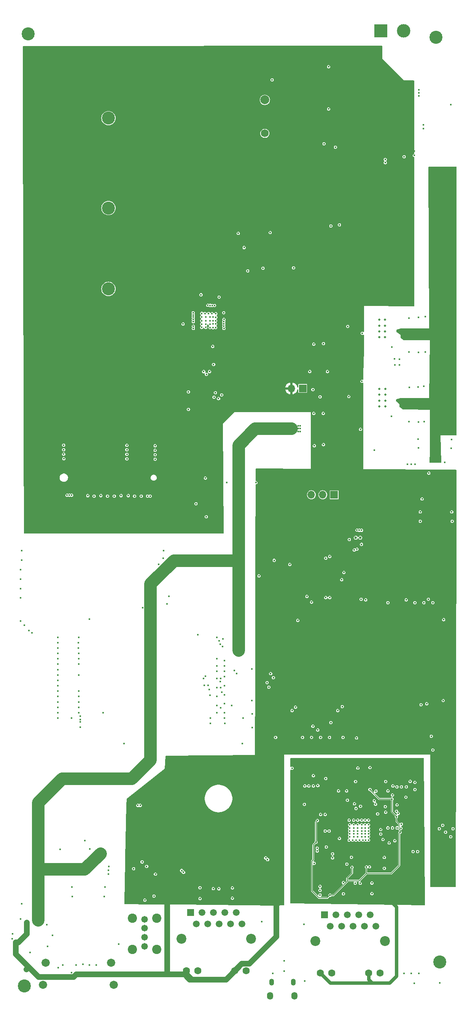
<source format=gbr>
%TF.GenerationSoftware,KiCad,Pcbnew,8.0.6*%
%TF.CreationDate,2025-01-01T18:14:04+00:00*%
%TF.ProjectId,srvant-mk2,73727661-6e74-42d6-9d6b-322e6b696361,rev?*%
%TF.SameCoordinates,Original*%
%TF.FileFunction,Copper,L4,Inr*%
%TF.FilePolarity,Positive*%
%FSLAX46Y46*%
G04 Gerber Fmt 4.6, Leading zero omitted, Abs format (unit mm)*
G04 Created by KiCad (PCBNEW 8.0.6) date 2025-01-01 18:14:04*
%MOMM*%
%LPD*%
G01*
G04 APERTURE LIST*
%TA.AperFunction,ComponentPad*%
%ADD10R,1.700000X1.700000*%
%TD*%
%TA.AperFunction,ComponentPad*%
%ADD11O,1.700000X1.700000*%
%TD*%
%TA.AperFunction,ComponentPad*%
%ADD12C,2.900000*%
%TD*%
%TA.AperFunction,HeatsinkPad*%
%ADD13C,0.500000*%
%TD*%
%TA.AperFunction,ComponentPad*%
%ADD14C,1.473200*%
%TD*%
%TA.AperFunction,ComponentPad*%
%ADD15C,2.057400*%
%TD*%
%TA.AperFunction,ComponentPad*%
%ADD16C,0.500000*%
%TD*%
%TA.AperFunction,ComponentPad*%
%ADD17C,1.752600*%
%TD*%
%TA.AperFunction,ComponentPad*%
%ADD18C,2.006600*%
%TD*%
%TA.AperFunction,ComponentPad*%
%ADD19R,1.500000X1.500000*%
%TD*%
%TA.AperFunction,ComponentPad*%
%ADD20C,1.500000*%
%TD*%
%TA.AperFunction,ComponentPad*%
%ADD21C,1.600000*%
%TD*%
%TA.AperFunction,ComponentPad*%
%ADD22C,2.200000*%
%TD*%
%TA.AperFunction,ComponentPad*%
%ADD23C,1.828800*%
%TD*%
%TA.AperFunction,ComponentPad*%
%ADD24O,1.350000X1.700000*%
%TD*%
%TA.AperFunction,ComponentPad*%
%ADD25O,1.100000X1.500000*%
%TD*%
%TA.AperFunction,ComponentPad*%
%ADD26C,0.600000*%
%TD*%
%TA.AperFunction,ComponentPad*%
%ADD27R,3.000000X3.000000*%
%TD*%
%TA.AperFunction,ComponentPad*%
%ADD28C,3.000000*%
%TD*%
%TA.AperFunction,ViaPad*%
%ADD29C,0.450000*%
%TD*%
%TA.AperFunction,Conductor*%
%ADD30C,0.130000*%
%TD*%
%TA.AperFunction,Conductor*%
%ADD31C,2.790000*%
%TD*%
%TA.AperFunction,Conductor*%
%ADD32C,1.270000*%
%TD*%
%TA.AperFunction,Conductor*%
%ADD33C,0.350000*%
%TD*%
%TA.AperFunction,Conductor*%
%ADD34C,0.199400*%
%TD*%
%TA.AperFunction,Conductor*%
%ADD35C,0.760000*%
%TD*%
%TA.AperFunction,Conductor*%
%ADD36C,0.250000*%
%TD*%
G04 APERTURE END LIST*
D10*
%TO.N,GND*%
%TO.C,J3*%
X-46760000Y-106400000D03*
D11*
%TO.N,/bmc/BMC_DEBUG_TX*%
X-49300000Y-106400000D03*
%TO.N,/bmc/BMC_DEBUG_RX*%
X-51840000Y-106400000D03*
%TD*%
D12*
%TO.N,N/C*%
%TO.C,H1*%
X-97000000Y-60600000D03*
%TD*%
D13*
%TO.N,GND*%
%TO.C,U26*%
X-35420000Y-71362500D03*
X-35420000Y-70062500D03*
X-35420000Y-68762500D03*
X-35420000Y-67462500D03*
X-36720000Y-71362500D03*
X-36720000Y-70062500D03*
X-36720000Y-68762500D03*
X-36720000Y-67462500D03*
%TD*%
D14*
%TO.N,/cm4/+5v_HOST_VBUS*%
%TO.C,J11*%
X-88988349Y-206857350D03*
%TO.N,/cm4/USB_OUT_N*%
X-88988349Y-204857351D03*
%TO.N,/cm4/USB_OUT_P*%
X-88988349Y-202857350D03*
%TO.N,Net-(J11-GND)*%
X-88988349Y-200857352D03*
D15*
X-91708349Y-207587351D03*
%TO.N,N/C*%
X-86268349Y-207587351D03*
X-91708349Y-200587350D03*
X-86268349Y-200587350D03*
%TD*%
D16*
%TO.N,GND*%
%TO.C,U2*%
X-35400000Y-86762500D03*
X-35400000Y-85462500D03*
X-35400000Y-84162500D03*
X-35400000Y-82862500D03*
X-36700000Y-86762500D03*
X-36700000Y-85462500D03*
X-36700000Y-84162500D03*
X-36700000Y-82862500D03*
%TD*%
D17*
%TO.N,N/C*%
%TO.C,BT1*%
X-62200000Y-26000000D03*
D18*
X-62200000Y-18550091D03*
%TD*%
D12*
%TO.N,N/C*%
%TO.C,H6*%
X-23300000Y-210400000D03*
%TD*%
%TO.N,N/C*%
%TO.C,H5*%
X-115700000Y-215700000D03*
%TD*%
%TO.N,N/C*%
%TO.C,H7*%
X-24100000Y-4600000D03*
%TD*%
D19*
%TO.N,/BMC ethernet/TXRXA_P*%
%TO.C,J5*%
X-48915000Y-199840000D03*
D20*
%TO.N,/BMC ethernet/TXRXA_N*%
X-47645000Y-202380000D03*
%TO.N,/BMC ethernet/TXRXB_P*%
X-46375000Y-199840000D03*
%TO.N,/BMC ethernet/TXRXB_N*%
X-45105000Y-202380000D03*
%TO.N,Net-(C40-Pad1)*%
X-43835000Y-199840000D03*
%TO.N,Net-(C44-Pad1)*%
X-42565000Y-202380000D03*
%TO.N,/BMC ethernet/TXRXC_P*%
X-41295000Y-199840000D03*
%TO.N,/BMC ethernet/TXRXC_N*%
X-40025000Y-202380000D03*
%TO.N,/BMC ethernet/TXRXD_P*%
X-38755000Y-199840000D03*
%TO.N,/BMC ethernet/TXRXD_N*%
X-37485000Y-202380000D03*
D21*
%TO.N,/BMC ethernet/3.3v_PHY*%
X-49830000Y-212810000D03*
%TO.N,Net-(J5-LED2-)*%
X-47290000Y-212810000D03*
%TO.N,/BMC ethernet/3.3v_PHY*%
X-39110000Y-212810000D03*
%TO.N,Net-(J5-LED1-)*%
X-36570000Y-212810000D03*
D22*
%TO.N,Net-(FB5-Pad2)*%
X-50945000Y-205680000D03*
X-35455000Y-205680000D03*
%TD*%
D23*
%TO.N,N/C*%
%TO.C,J10*%
X-110949998Y-210569999D03*
X-96450002Y-210569999D03*
X-111550000Y-215470000D03*
X-95850000Y-215470000D03*
%TD*%
D12*
%TO.N,N/C*%
%TO.C,H2*%
X-97000000Y-42600000D03*
%TD*%
D19*
%TO.N,/cm4/TRD0_P*%
%TO.C,J9*%
X-78715000Y-199330000D03*
D20*
%TO.N,/cm4/TRD0_N*%
X-77445000Y-201870000D03*
%TO.N,/cm4/TRD1_N*%
X-76175000Y-199330000D03*
%TO.N,/cm4/TRD1_P*%
X-74905000Y-201870000D03*
%TO.N,Net-(C104-Pad1)*%
X-73635000Y-199330000D03*
X-72365000Y-201870000D03*
%TO.N,/cm4/TRD2_P*%
X-71095000Y-199330000D03*
%TO.N,/cm4/TRD2_N*%
X-69825000Y-201870000D03*
%TO.N,/cm4/TRD3_N*%
X-68555000Y-199330000D03*
%TO.N,/cm4/TRD3_P*%
X-67285000Y-201870000D03*
D21*
%TO.N,/BMC ethernet/+3v3_AUX*%
X-79630000Y-212300000D03*
%TO.N,Net-(J9-LED2-)*%
X-77090000Y-212300000D03*
%TO.N,/BMC ethernet/+3v3_AUX*%
X-68910000Y-212300000D03*
%TO.N,Net-(J9-LED1-)*%
X-66370000Y-212300000D03*
D22*
%TO.N,Net-(FB8-Pad1)*%
X-80745000Y-205170000D03*
X-65255000Y-205170000D03*
%TD*%
D12*
%TO.N,N/C*%
%TO.C,H4*%
X-114900000Y-3900000D03*
%TD*%
%TO.N,N/C*%
%TO.C,H3*%
X-97000000Y-22600000D03*
%TD*%
D24*
%TO.N,Net-(J4-GND)*%
%TO.C,J4*%
X-61030000Y-217886600D03*
D25*
X-60720000Y-214886600D03*
X-55880000Y-214886600D03*
D24*
X-55570000Y-217886600D03*
%TD*%
D10*
%TO.N,Net-(J2-Pin_1)*%
%TO.C,J2*%
X-53770500Y-82734200D03*
D11*
%TO.N,/BMC ethernet/+3v3_AUX*%
X-56310500Y-82734200D03*
%TD*%
D26*
%TO.N,GND*%
%TO.C,U22*%
X-41950000Y-115950000D03*
X-40950000Y-115950000D03*
%TD*%
D27*
%TO.N,GND*%
%TO.C,J12*%
X-36380000Y-3200000D03*
D28*
%TO.N,/power/VIN*%
X-31300000Y-3200000D03*
%TD*%
D29*
%TO.N,GND*%
X-45800000Y-172300000D03*
%TO.N,/BMC ethernet/3.3v_PHY*%
X-53400000Y-168800000D03*
X-52400000Y-168800000D03*
X-50400000Y-168800000D03*
%TO.N,GND*%
X-51400000Y-168900000D03*
%TO.N,/BMC ethernet/CLK125_EN*%
X-51400000Y-171200000D03*
%TO.N,/BMC ethernet/MODE2*%
X-50400000Y-171100000D03*
%TO.N,/BMC ethernet/CLK125_EN*%
X-42250000Y-175150000D03*
%TO.N,/BMC ethernet/MODE0*%
X-53300000Y-171200000D03*
X-41902001Y-176200000D03*
%TO.N,/BMC ethernet/MODE1*%
X-52400000Y-171200000D03*
X-40900000Y-175700000D03*
%TO.N,/BMC ethernet/MODE2*%
X-37550000Y-175250000D03*
%TO.N,/BMC ethernet/+3v3_AUX*%
X-60452000Y-194691000D03*
%TO.N,GND*%
X-31900000Y-180620000D03*
X-76254200Y-69174600D03*
X-34800000Y-172300000D03*
X-71326600Y-68895200D03*
X-39116000Y-181864000D03*
X-65000000Y-158200000D03*
X-20700000Y-96100000D03*
X-116586000Y-200787000D03*
X-101200000Y-211000000D03*
X-53340000Y-214630000D03*
X-109473998Y-204428800D03*
X-75314400Y-66863200D03*
X-40640000Y-181229000D03*
X-26500000Y-66800000D03*
X-30000000Y-82500000D03*
X-108300000Y-145300000D03*
X-71180000Y-148900000D03*
X-76400000Y-61900000D03*
X-72900000Y-138100000D03*
X-47117000Y-187198000D03*
X-39116000Y-181229000D03*
X-41529000Y-180594000D03*
X-24800000Y-130400000D03*
X-105200000Y-156100000D03*
X-39878000Y-181864000D03*
X-30500000Y-99600000D03*
X-108300000Y-139300000D03*
X-46482000Y-29083000D03*
X-107200000Y-211000000D03*
X-51300000Y-88300000D03*
X-103600000Y-154900000D03*
X-22400000Y-134200000D03*
X-71180000Y-156100000D03*
X-26800000Y-130400000D03*
X-33320000Y-76162500D03*
X-31200000Y-31200000D03*
X-28000000Y-74700000D03*
X-71180000Y-145700000D03*
X-108300000Y-150100000D03*
X-28194000Y-185801000D03*
X-69407600Y-193883000D03*
X-41529000Y-182499000D03*
X-48260000Y-78994000D03*
X-105065900Y-195825600D03*
X-72430200Y-194060800D03*
X-72900000Y-153300000D03*
X-49911000Y-195453000D03*
X-53530000Y-201979200D03*
X-35400000Y-32500000D03*
X-20500000Y-112312500D03*
X-41910000Y-183261000D03*
X-92600000Y-106600000D03*
X-43307000Y-180594000D03*
X-71200000Y-143300000D03*
X-43307000Y-179832000D03*
X-75543000Y-66075800D03*
X-78108400Y-66406000D03*
X-48006000Y-20574000D03*
X-86600000Y-95500000D03*
X-71326600Y-67904600D03*
X-108300000Y-151300000D03*
X-40386000Y-183261000D03*
X-78108400Y-67396600D03*
X-92900000Y-95400000D03*
X-75339800Y-68488800D03*
X-73130000Y-69200000D03*
X-49911000Y-194437000D03*
X-33782000Y-180520000D03*
X-103600000Y-142900000D03*
X-24800000Y-163200000D03*
X-34527015Y-183879015D03*
X-35600000Y-189500000D03*
X-43307000Y-182499000D03*
X-75420000Y-102700000D03*
X-108300000Y-142900000D03*
X-53400000Y-175300000D03*
X-28956000Y-215138000D03*
X-73765000Y-69250800D03*
X-26800000Y-82300000D03*
X-65000000Y-155200000D03*
X-37846000Y-174498000D03*
X-78108400Y-69403200D03*
X-71180000Y-144500000D03*
X-47879000Y-181229000D03*
X-31242000Y-212901000D03*
X-40700000Y-117442100D03*
X-39878000Y-179832000D03*
X-49149000Y-95250000D03*
X-44800000Y-160400000D03*
X-100200000Y-106700000D03*
X-35400000Y-31800000D03*
X-65100000Y-145200000D03*
X-73917400Y-64297800D03*
X-102700000Y-210900000D03*
X-76228800Y-66050400D03*
X-73104600Y-66126600D03*
X-74300000Y-157300000D03*
X-71200000Y-150900000D03*
X-65100000Y-152200000D03*
X-25700000Y-101600000D03*
X-41529000Y-181864000D03*
X-49022000Y-28321000D03*
X-71352000Y-65898000D03*
X-96985500Y-189992000D03*
X-72900000Y-147300000D03*
X-105700000Y-106500000D03*
X-52197000Y-78994000D03*
X-106930000Y-98370000D03*
X-71180000Y-154900000D03*
X-72900000Y-142900000D03*
X-103600000Y-153700000D03*
X-44710000Y-192705400D03*
X-50546000Y-185039000D03*
X-74908000Y-64247000D03*
X-33274000Y-183388000D03*
X-20600000Y-110212500D03*
X-91200000Y-106700000D03*
X-32766000Y-180520000D03*
X-48514000Y-184785000D03*
X-91400000Y-189600000D03*
X-26911750Y-24904250D03*
X-43815000Y-174371000D03*
X-108300000Y-154900000D03*
X-34800000Y-130400000D03*
X-49800000Y-160400000D03*
X-73104600Y-66914000D03*
X-72375233Y-62424767D03*
X-92900000Y-97400000D03*
X-49200000Y-88300000D03*
X-108300000Y-147700000D03*
X-89700000Y-106700000D03*
X-104200000Y-211000000D03*
X-20800000Y-19600000D03*
X-57898200Y-210091400D03*
X-44000000Y-172300000D03*
X-41800000Y-160500000D03*
X-47800000Y-160400000D03*
X-71301200Y-69403200D03*
X-27940000Y-16300000D03*
X-106970000Y-95370000D03*
X-103600000Y-146500000D03*
X-49900000Y-84600000D03*
X-72900000Y-149300000D03*
X-28800000Y-130400000D03*
X-86600000Y-98500000D03*
X-106970000Y-97370000D03*
X-76638600Y-193824200D03*
X-74400000Y-66863200D03*
X-94200000Y-106600000D03*
X-78108400Y-67904600D03*
X-76254200Y-68438000D03*
X-29600000Y-99600000D03*
X-68105000Y-48240000D03*
X-71180000Y-152900000D03*
X-29600000Y-212900000D03*
X-28100000Y-82400000D03*
X-106200000Y-106500000D03*
X-92900000Y-96400000D03*
X-62600000Y-56000000D03*
X-23241000Y-215011000D03*
X-40640000Y-178816000D03*
X-88500000Y-189100000D03*
X-75220000Y-111300000D03*
X-96985500Y-190792000D03*
X-103700000Y-140500000D03*
X-38900000Y-189200000D03*
X-105200000Y-106500000D03*
X-94742000Y-206375000D03*
X-39116000Y-178816000D03*
X-39116000Y-179832000D03*
X-30100000Y-90100000D03*
X-27600000Y-110212500D03*
X-29200000Y-185801000D03*
X-88300000Y-106700000D03*
X-99700000Y-211000000D03*
X-73765000Y-67676000D03*
X-43434000Y-178816000D03*
X-103600000Y-150100000D03*
X-71301200Y-67396600D03*
X-41529000Y-179832000D03*
X-73649400Y-194035400D03*
X-97790000Y-193675000D03*
X-40960000Y-192852400D03*
X-41180800Y-114307700D03*
X-108300000Y-144100000D03*
X-40640000Y-182499000D03*
X-95700000Y-106700000D03*
X-39116000Y-182499000D03*
X-27600000Y-112312500D03*
X-76228800Y-67676000D03*
X-35600000Y-187100000D03*
X-101600000Y-106600000D03*
X-74425400Y-68438000D03*
X-32900000Y-176800000D03*
X-50546000Y-185674000D03*
X-105116700Y-193666600D03*
X-43307000Y-181229000D03*
X-26500000Y-74600000D03*
X-26893250Y-24099250D03*
X-39878000Y-181229000D03*
X-78108400Y-68895200D03*
X-37465000Y-172339000D03*
X-97917000Y-195834000D03*
X-40640000Y-180594000D03*
X-55800000Y-55900000D03*
X-108300000Y-138100000D03*
X-77520000Y-108400000D03*
X-75339800Y-69174600D03*
X-26700000Y-90100000D03*
X-40640000Y-179832000D03*
X-73942800Y-66126600D03*
X-86548964Y-190815964D03*
X-27900000Y-17000000D03*
X-41148000Y-183261000D03*
X-108300000Y-141700000D03*
X-51800000Y-160400000D03*
X-35306000Y-177038000D03*
X-59800000Y-160400000D03*
X-38370000Y-195153800D03*
X-74300000Y-156100000D03*
X-28000000Y-96000000D03*
X-41700000Y-114268100D03*
X-32220000Y-76262500D03*
X-108300000Y-153700000D03*
X-28900000Y-30900000D03*
X-74400000Y-69200000D03*
X-39878000Y-180594000D03*
X-108300000Y-152500000D03*
X-27900000Y-17700000D03*
X-72900000Y-154900000D03*
X-72900000Y-145700000D03*
X-27940000Y-212900000D03*
X-71080000Y-157300000D03*
X-107785500Y-185292000D03*
X-28000000Y-90200000D03*
X-73800000Y-73400000D03*
X-28800000Y-99600000D03*
X-42418000Y-180594000D03*
X-73765000Y-68412600D03*
X-39751000Y-183261000D03*
X-73384000Y-64297800D03*
X-43307000Y-181864000D03*
X-30100000Y-74600000D03*
X-38370000Y-192791600D03*
X-73765000Y-66837800D03*
X-76254200Y-66837800D03*
X-97200000Y-106700000D03*
X-32220000Y-77562500D03*
X-51800000Y-130300000D03*
X-28000000Y-66900000D03*
X-25146000Y-160147000D03*
X-28100000Y-94000000D03*
X-42672000Y-183261000D03*
X-108300000Y-148900000D03*
X-108300000Y-140500000D03*
X-39116000Y-180594000D03*
X-76621200Y-196245200D03*
X-103600000Y-138100000D03*
X-42418000Y-178816000D03*
X-34800000Y-180520000D03*
X-49149000Y-72771000D03*
X-78133800Y-66888600D03*
X-72900000Y-151300000D03*
X-43434000Y-183261000D03*
X-72900000Y-144500000D03*
X-53800000Y-160400000D03*
X-48768000Y-177546000D03*
X-42926000Y-187071000D03*
X-47117000Y-186309000D03*
X-42418000Y-179832000D03*
X-110588998Y-206892800D03*
X-49911000Y-193548000D03*
X-74730200Y-66075800D03*
X-110743998Y-202092000D03*
X-74400000Y-64272400D03*
X-74425400Y-67676000D03*
X-48006000Y-11176000D03*
X-103600000Y-152500000D03*
X-40672800Y-114307700D03*
X-78146500Y-65906700D03*
X-87700000Y-106700000D03*
X-71326600Y-68387200D03*
X-22500000Y-152200000D03*
X-103700000Y-139300000D03*
X-39116000Y-183261000D03*
X-73155400Y-67676000D03*
X-35380000Y-175780000D03*
X-42418000Y-181229000D03*
X-43942000Y-188595000D03*
X-103600000Y-144100000D03*
X-103600000Y-141700000D03*
X-108300000Y-156100000D03*
X-108300000Y-146500000D03*
X-103600000Y-151300000D03*
X-80400000Y-68400000D03*
X-42077600Y-192827000D03*
X-49784000Y-177546000D03*
X-98700000Y-106600000D03*
X-41529000Y-181229000D03*
X-86600000Y-96500000D03*
X-73130000Y-68387200D03*
X-43393800Y-116368300D03*
X-92900000Y-98400000D03*
X-88900000Y-196596000D03*
X-69407600Y-196169000D03*
X-20600000Y-94100000D03*
X-101134700Y-185202800D03*
X-62865000Y-201422000D03*
X-57898200Y-212428200D03*
X-41529000Y-178816000D03*
X-61005000Y-48061400D03*
X-106970000Y-96370000D03*
X-39878000Y-178816000D03*
X-42418000Y-181864000D03*
X-71180000Y-146900000D03*
X-40513000Y-70485000D03*
X-44710000Y-195194600D03*
X-48768000Y-181229000D03*
X-33220000Y-77562500D03*
X-51200000Y-188400000D03*
X-40640000Y-181864000D03*
X-30100000Y-67100000D03*
X-39878000Y-182499000D03*
X-42418000Y-182499000D03*
X-51308000Y-72898000D03*
X-60579000Y-14097000D03*
X-51181000Y-95504000D03*
X-96885500Y-189092000D03*
X-75339800Y-67701400D03*
X-86600000Y-97500000D03*
%TO.N,/power/SENSE_IN-*%
X-23600000Y-33600000D03*
X-23500000Y-92700000D03*
X-24900000Y-92400000D03*
X-21800000Y-33800000D03*
X-25100000Y-92900000D03*
X-20900000Y-33600000D03*
X-22400000Y-33800000D03*
X-23000000Y-33800000D03*
X-21700000Y-34950000D03*
X-20900000Y-34200000D03*
X-24600000Y-92900000D03*
X-23600000Y-34400000D03*
X-22400000Y-35000000D03*
X-23000000Y-35000000D03*
X-20900000Y-35000000D03*
X-21800000Y-34400000D03*
X-23900000Y-92300000D03*
X-23900000Y-92900000D03*
X-23600000Y-35000000D03*
X-22400000Y-34400000D03*
X-23000000Y-34400000D03*
X-24400000Y-92300000D03*
%TO.N,Net-(Module1A-PI_nLED_Activity)*%
X-118364000Y-204089000D03*
X-69596000Y-153289000D03*
%TO.N,/power/BMC_I2C_0_SDA*%
X-47752000Y-129286000D03*
X-47752000Y-120142000D03*
%TO.N,/cm4/PCIE_nRST*%
X-98200000Y-154900000D03*
X-103300000Y-155700000D03*
%TO.N,/cm4/HDMI0_CEC*%
X-105200000Y-212700000D03*
X-114700000Y-136600000D03*
%TO.N,/cm4/HDMI0_HOTPLUG*%
X-108200000Y-211600000D03*
X-114000000Y-137100000D03*
%TO.N,/BMC ethernet/3.3v_PHY*%
X-45900000Y-188100000D03*
X-43900000Y-170400000D03*
X-31480000Y-182420000D03*
X-36600000Y-191700000D03*
X-35687000Y-195326000D03*
X-46800000Y-170500000D03*
X-54700000Y-174700000D03*
X-42500000Y-171900000D03*
X-49700000Y-187700000D03*
X-51689000Y-175895000D03*
X-49600000Y-179820000D03*
X-32131000Y-195199000D03*
%TO.N,/BMC ethernet/1V2*%
X-50800000Y-183700000D03*
X-38800000Y-172000000D03*
X-32900000Y-178000000D03*
X-50500000Y-178900000D03*
X-39600000Y-189200000D03*
X-33900000Y-174100000D03*
X-42800000Y-189300000D03*
X-47700000Y-195500000D03*
X-32100000Y-181500000D03*
%TO.N,/BMC ethernet/PHY_LED_ACT {slash} PHYAD0*%
X-36400000Y-181900000D03*
X-35900000Y-183100000D03*
%TO.N,CLK125_OUT*%
X-38800000Y-167100000D03*
X-41500000Y-167200000D03*
%TO.N,RXC*%
X-35300000Y-170200000D03*
X-42000000Y-170200000D03*
%TO.N,/cm4/ARM_TDI*%
X-116554000Y-129372000D03*
X-89408000Y-131572000D03*
%TO.N,/cm4/HOST_TPM_PIRQ#*%
X-75800000Y-79000000D03*
X-73500000Y-84700000D03*
%TO.N,/cm4/GPIO11*%
X-61300000Y-149200000D03*
X-74422000Y-151003000D03*
%TO.N,/cm4/GPIO10*%
X-61700000Y-148200000D03*
X-74800000Y-148800000D03*
%TO.N,/cm4/ARM_TCK*%
X-85852000Y-121920000D03*
X-116554000Y-123072000D03*
X-75692000Y-148800000D03*
X-72009000Y-149352000D03*
%TO.N,/cm4/ARM_TDO*%
X-72136000Y-147955000D03*
X-75819000Y-147320000D03*
X-116354000Y-120972000D03*
X-84836000Y-120523000D03*
%TO.N,/cm4/ARM_RTCK*%
X-75438000Y-146812000D03*
X-116354000Y-118872000D03*
X-72009000Y-147320000D03*
X-84709000Y-118872000D03*
%TO.N,/bmc/BMC_UART0_RX*%
X-26162000Y-152908000D03*
X-68961000Y-145542000D03*
%TO.N,/bmc/BMC_UART0_TX*%
X-27432000Y-153123000D03*
X-68453000Y-146177000D03*
%TO.N,/cm4/nRTC_INT*%
X-66800000Y-51400000D03*
X-66000000Y-56600000D03*
%TO.N,/cm4/nPWR_LED*%
X-115700000Y-135400000D03*
X-101200000Y-134100000D03*
X-71500000Y-138500000D03*
X-116300000Y-197400000D03*
%TO.N,/cm4/nEXTRST*%
X-79200000Y-83500000D03*
X-79200000Y-87400000D03*
%TO.N,/cm4/USBOTG_ID*%
X-103300000Y-158100000D03*
X-89500000Y-188100000D03*
X-93500000Y-161800000D03*
X-67183000Y-161798000D03*
%TO.N,/cm4/USB2_N*%
X-90475800Y-175500000D03*
X-103300000Y-156975800D03*
%TO.N,/cm4/USB2_P*%
X-103300000Y-156424200D03*
X-89924200Y-175500000D03*
%TO.N,/BMC ethernet/+3v3_AUX*%
X-49022000Y-31623000D03*
X-73100000Y-71800000D03*
X-55500000Y-75600000D03*
X-99400000Y-96000000D03*
X-77400000Y-63500000D03*
X-63300000Y-79400000D03*
X-87884000Y-190881000D03*
X-51623000Y-25085000D03*
X-87884000Y-190881000D03*
X-59100000Y-79400000D03*
X-54750000Y-76200000D03*
X-77620000Y-109400000D03*
X-54100000Y-76200000D03*
X-28900000Y-29900000D03*
X-68890000Y-58547000D03*
X-115316000Y-211963000D03*
X-57700000Y-62500000D03*
X-39370000Y-12827000D03*
X-78900000Y-69300000D03*
X-91300000Y-94800000D03*
X-54700000Y-76800000D03*
X-117700000Y-206000000D03*
X-54100000Y-75600000D03*
X-84466000Y-194299000D03*
X-55500000Y-76800000D03*
X-115200000Y-204100000D03*
X-101600000Y-96000000D03*
X-105400000Y-94500000D03*
X-44000000Y-114700000D03*
X-53213000Y-31623000D03*
X-73700000Y-63300000D03*
X-100500000Y-96000000D03*
X-39370000Y-21971000D03*
X-24765000Y-183769000D03*
X-48900000Y-80700000D03*
X-43000000Y-127900000D03*
X-42900000Y-126900000D03*
X-54100000Y-76800000D03*
X-73920000Y-114600000D03*
X-54750000Y-75600000D03*
X-55500000Y-76200000D03*
X-63900000Y-35400000D03*
X-88200000Y-94800000D03*
X-41100000Y-65962500D03*
X-57500000Y-60000000D03*
X-72820000Y-106000000D03*
X-40800000Y-76137500D03*
%TO.N,/bmc/3.3v_BMC*%
X-25800000Y-129667000D03*
X-20320000Y-180721000D03*
%TO.N,Net-(D8-K)*%
X-114455200Y-208205050D03*
%TO.N,Net-(D10-K)*%
X-118400000Y-205200000D03*
X-116600000Y-134500000D03*
%TO.N,/power/BMC_I2C_0_SCK*%
X-48641000Y-129286000D03*
X-48641000Y-120523000D03*
%TO.N,/bmc/BMC_DEBUG_TX*%
X-60300000Y-147100000D03*
%TO.N,/bmc/BMC_DEBUG_RX*%
X-60900000Y-146200000D03*
%TO.N,/bmc/BMC_I2C_3_SDA*%
X-44600000Y-123700000D03*
X-42300000Y-118700000D03*
%TO.N,/bmc/BMC_I2C_3_SCK*%
X-41700000Y-118500000D03*
X-45100000Y-125300000D03*
%TO.N,/bmc/+5V_BMC_OTG*%
X-60463600Y-212874200D03*
%TO.N,Net-(U12-TXD0)*%
X-32800000Y-171400000D03*
X-36400000Y-180900000D03*
X-32780000Y-175400000D03*
%TO.N,Net-(U12-TXD1)*%
X-31800000Y-179700000D03*
X-31800000Y-171400000D03*
%TO.N,Net-(U12-TXC)*%
X-33800000Y-173200000D03*
X-33700000Y-171200000D03*
%TO.N,Net-(U12-TX_CTL)*%
X-37100000Y-177400000D03*
X-30700000Y-171400000D03*
X-32500000Y-177300000D03*
X-30800000Y-173700000D03*
%TO.N,/power/BMC_HOST_POWER_EN*%
X-60100000Y-121000000D03*
X-51500000Y-83000000D03*
%TO.N,/bmc/BMC_USER_LED*%
X-51500000Y-157900000D03*
X-22606000Y-179959000D03*
%TO.N,/bmc/EMMC_KEY*%
X-30734000Y-129794000D03*
X-45598000Y-46355000D03*
%TO.N,/bmc/RST_KEY*%
X-37846000Y-96520000D03*
X-47498000Y-46609000D03*
%TO.N,RXD3*%
X-28800000Y-170400000D03*
X-28800000Y-172000000D03*
%TO.N,/bmc/BMC_ID_LED*%
X-50419000Y-158750000D03*
X-23368000Y-180721000D03*
%TO.N,PHY_INT_N*%
X-48641000Y-169545000D03*
X-55372000Y-153670000D03*
%TO.N,/bmc/BMC_USB_HOST_P*%
X-80695021Y-190004979D03*
X-61976779Y-187189072D03*
%TO.N,/bmc/BMC_USB_HOST_N*%
X-61586737Y-187579114D03*
X-80304979Y-190395021D03*
%TO.N,/bmc/+5v_BMC*%
X-22200000Y-99212500D03*
X-27200000Y-107337500D03*
%TO.N,/cm4/+5v_HOST*%
X-40900000Y-91837500D03*
X-98785500Y-186192000D03*
X-55800000Y-92300000D03*
X-40600000Y-81162500D03*
X-68700000Y-139900000D03*
X-54300000Y-91100000D03*
X-55800000Y-91700000D03*
X-56305003Y-91700000D03*
X-54800000Y-91700000D03*
X-55300000Y-91100000D03*
X-54294997Y-92300000D03*
X-68700000Y-140455000D03*
X-55300000Y-92300000D03*
X-55800000Y-91100000D03*
X-54300000Y-91700000D03*
X-68700000Y-141700000D03*
X-67500000Y-139900000D03*
X-67500000Y-141700000D03*
X-68100000Y-141100000D03*
X-55300000Y-91700000D03*
X-68100000Y-141700000D03*
X-67500000Y-140500000D03*
X-68700000Y-141100000D03*
X-67500000Y-141100000D03*
X-68100000Y-140500000D03*
X-112408436Y-201281564D03*
X-54800000Y-92300000D03*
X-68100000Y-139900000D03*
X-56305003Y-92300000D03*
X-54800000Y-91100000D03*
X-56300000Y-91100000D03*
%TO.N,/bmc/BMC_HOST_POST_COMPLETE*%
X-77089000Y-137541000D03*
X-54864000Y-134366000D03*
%TO.N,/bmc/BMC_HOST_POWER_OUT*%
X-70700000Y-103700000D03*
X-64200000Y-103700000D03*
%TO.N,/bmc/BMC_HOST_nRPIBOOT*%
X-72390000Y-138938000D03*
X-56642000Y-121920000D03*
%TO.N,/bmc/BMC_HOST_EEPROM_nWP*%
X-67056000Y-156083000D03*
X-72009000Y-153797000D03*
%TO.N,/bmc/BMC_HOST_WL_nDis*%
X-63500000Y-124460000D03*
X-72136000Y-139700000D03*
%TO.N,/bmc/BMC_HOST_BT_nDis*%
X-71628000Y-140208000D03*
X-52832000Y-129032000D03*
%TO.N,/bmc/BMC_UART1_RX*%
X-39751000Y-129794000D03*
X-71755000Y-150368000D03*
%TO.N,/bmc/BMC_UART1_TX*%
X-74549000Y-149733000D03*
X-40767000Y-129667000D03*
%TO.N,Net-(U14-EN)*%
X-102235000Y-183388000D03*
X-86868000Y-195707000D03*
%TO.N,EPHY_25M*%
X-29845000Y-170180000D03*
X-45593000Y-182880000D03*
%TO.N,/bmc/BMC_HOST_POWER_BUTTON*%
X-20828000Y-182499000D03*
X-44958000Y-153543000D03*
%TO.N,/bmc/BMC_HOST_RESET_BUTTON*%
X-45974000Y-154432000D03*
X-21971000Y-181483000D03*
%TO.N,/cm4/HOST_SPI1_SCLK*%
X-73200000Y-83700000D03*
X-75200000Y-79600000D03*
%TO.N,/cm4/HOST_SPI1_MOSI*%
X-71800000Y-84200000D03*
X-73600000Y-77400000D03*
%TO.N,/cm4/HOST_SPI1_CE0_N*%
X-72500000Y-85000000D03*
X-74500000Y-79000000D03*
%TO.N,/cm4/ARM_TMS*%
X-83566000Y-129032000D03*
X-116554000Y-125172000D03*
%TO.N,/cm4/ARM_TRST*%
X-83947000Y-130683000D03*
X-116554000Y-127272000D03*
%TO.N,Net-(C69-Pad2)*%
X-34000000Y-88962500D03*
X-43500000Y-84562500D03*
%TO.N,MAC_RESET_OUT_N*%
X-56134000Y-154432000D03*
X-56134000Y-167259000D03*
%TO.N,Net-(C111-Pad2)*%
X-33900000Y-73562500D03*
X-43750000Y-68962500D03*
%TO.N,unconnected-(U5A-PD6{slash}LCD_D10{slash}LVDS0_CKP{slash}DSI_D2P{slash}UART5_RX{slash}PD_EINT6-Pad63)*%
X-47500000Y-157100000D03*
%TD*%
D30*
%TO.N,/BMC ethernet/3.3v_PHY*%
X-42500000Y-171900000D02*
X-42500000Y-171800000D01*
X-42500000Y-171800000D02*
X-42000000Y-171300000D01*
D31*
%TO.N,/cm4/+5v_HOST*%
X-112649000Y-189738000D02*
X-112649000Y-201041000D01*
D32*
%TO.N,/BMC ethernet/+3v3_AUX*%
X-60579000Y-194691000D02*
X-60452000Y-194691000D01*
X-60579000Y-194691000D02*
X-59690000Y-195580000D01*
X-59690000Y-195580000D02*
X-59690000Y-204703245D01*
X-59690000Y-204703245D02*
X-65721755Y-210735000D01*
X-65721755Y-210735000D02*
X-67345000Y-210735000D01*
D30*
%TO.N,/BMC ethernet/3.3v_PHY*%
X-42000000Y-171300000D02*
X-43000000Y-171300000D01*
X-46800000Y-170500000D02*
X-49350000Y-173050000D01*
D33*
X-36600000Y-194413000D02*
X-36500000Y-194513000D01*
D30*
X-46700000Y-170400000D02*
X-46800000Y-170500000D01*
D34*
X-31500000Y-189865000D02*
X-31500000Y-194568000D01*
D30*
X-34700000Y-171300000D02*
X-42000000Y-171300000D01*
D35*
X-39110000Y-214255000D02*
X-39110000Y-212810000D01*
D30*
X-49350000Y-173050000D02*
X-48133000Y-174267000D01*
X-31380000Y-182320000D02*
X-31380000Y-174620000D01*
D35*
X-32893000Y-198120000D02*
X-32893000Y-213487000D01*
D30*
X-49600000Y-179820000D02*
X-49600000Y-183100000D01*
D35*
X-35687000Y-195326000D02*
X-32893000Y-198120000D01*
D30*
X-51689000Y-175895000D02*
X-51689000Y-174589000D01*
X-50200000Y-173100000D02*
X-49400000Y-173100000D01*
D35*
X-36600000Y-191900000D02*
X-36600000Y-194413000D01*
D30*
X-33400000Y-191800000D02*
X-31500000Y-189900000D01*
X-31380000Y-174620000D02*
X-34700000Y-171300000D01*
X-43000000Y-171300000D02*
X-43900000Y-170400000D01*
X-48133000Y-174267000D02*
X-48133000Y-178353000D01*
X-49600000Y-183100000D02*
X-45900000Y-186800000D01*
D35*
X-34417000Y-215011000D02*
X-38354000Y-215011000D01*
X-38354000Y-215011000D02*
X-39110000Y-214255000D01*
D30*
X-31500000Y-189900000D02*
X-31500000Y-189865000D01*
D35*
X-32893000Y-213487000D02*
X-34417000Y-215011000D01*
D30*
X-36500000Y-191800000D02*
X-33400000Y-191800000D01*
X-51689000Y-174589000D02*
X-50200000Y-173100000D01*
D36*
X-36600000Y-191700000D02*
X-36500000Y-191800000D01*
D30*
X-49600000Y-183100000D02*
X-49600000Y-187600000D01*
X-48133000Y-178353000D02*
X-49600000Y-179820000D01*
X-49400000Y-173100000D02*
X-49350000Y-173050000D01*
X-31500000Y-182440000D02*
X-31500000Y-189700000D01*
X-49600000Y-187600000D02*
X-49700000Y-187700000D01*
X-45900000Y-186800000D02*
X-45900000Y-188100000D01*
X-31480000Y-182420000D02*
X-31380000Y-182320000D01*
X-31500000Y-189700000D02*
X-31500000Y-189865000D01*
D35*
X-38354000Y-215011000D02*
X-47629000Y-215011000D01*
X-36500000Y-194513000D02*
X-35687000Y-195326000D01*
D34*
X-31500000Y-194568000D02*
X-32131000Y-195199000D01*
D33*
X-36500000Y-191800000D02*
X-36600000Y-191900000D01*
D35*
X-47629000Y-215011000D02*
X-49830000Y-212810000D01*
D30*
X-31480000Y-182420000D02*
X-31500000Y-182440000D01*
X-43900000Y-170400000D02*
X-46700000Y-170400000D01*
%TO.N,/BMC ethernet/1V2*%
X-39600000Y-190700000D02*
X-34100000Y-190700000D01*
X-33900000Y-177000000D02*
X-33900000Y-174100000D01*
X-51400000Y-187606030D02*
X-51400000Y-184300000D01*
X-43855315Y-192444685D02*
X-43855315Y-191655315D01*
X-32100000Y-181013970D02*
X-32320000Y-180793970D01*
X-33900000Y-174100000D02*
X-36700000Y-174100000D01*
X-48288000Y-196088000D02*
X-50165000Y-196088000D01*
X-47700000Y-195500000D02*
X-48288000Y-196088000D01*
X-50800000Y-179200000D02*
X-50500000Y-178900000D01*
X-46910630Y-195500000D02*
X-43855315Y-192444685D01*
X-43855315Y-192444685D02*
X-43705315Y-192294685D01*
X-50165000Y-196088000D02*
X-51700000Y-194553000D01*
X-47700000Y-195500000D02*
X-46910630Y-195500000D01*
X-50800000Y-183700000D02*
X-50800000Y-179200000D01*
X-39600000Y-190700000D02*
X-39600000Y-189200000D01*
X-36700000Y-174100000D02*
X-38800000Y-172000000D01*
X-32300000Y-188900000D02*
X-32300000Y-181700000D01*
X-43855315Y-191655315D02*
X-42800000Y-190600000D01*
X-32900000Y-179063000D02*
X-32900000Y-178000000D01*
X-42800000Y-190600000D02*
X-42800000Y-189300000D01*
X-32300000Y-181700000D02*
X-32100000Y-181500000D01*
X-32100000Y-181500000D02*
X-32100000Y-181013970D01*
X-41194685Y-192294685D02*
X-39600000Y-190700000D01*
X-32320000Y-180793970D02*
X-32320000Y-179643000D01*
X-51700000Y-187906030D02*
X-51400000Y-187606030D01*
X-32320000Y-179643000D02*
X-32900000Y-179063000D01*
X-43705315Y-192294685D02*
X-41194685Y-192294685D01*
X-34100000Y-190700000D02*
X-32300000Y-188900000D01*
X-32900000Y-178000000D02*
X-33900000Y-177000000D01*
X-51400000Y-184300000D02*
X-50800000Y-183700000D01*
X-51700000Y-194553000D02*
X-51700000Y-187906030D01*
D32*
%TO.N,/BMC ethernet/+3v3_AUX*%
X-80109245Y-213106000D02*
X-83947000Y-213106000D01*
X-67345000Y-210735000D02*
X-68910000Y-212300000D01*
X-70859000Y-214249000D02*
X-77354245Y-214249000D01*
X-104789928Y-213690000D02*
X-112573000Y-213690000D01*
X-104210000Y-213110072D02*
X-104789928Y-213690000D01*
X-104210000Y-213106000D02*
X-104210000Y-213110072D01*
X-84466000Y-194299000D02*
X-87884000Y-190881000D01*
X-117100000Y-206000000D02*
X-115200000Y-204100000D01*
X-83947000Y-194818000D02*
X-84466000Y-194299000D01*
D34*
X-44000000Y-114700000D02*
X-44100000Y-114600000D01*
D32*
X-114808000Y-211455000D02*
X-115316000Y-211963000D01*
D33*
X-73800000Y-63200000D02*
X-73700000Y-63300000D01*
D32*
X-117700000Y-206000000D02*
X-117100000Y-206000000D01*
X-83947000Y-213106000D02*
X-104210000Y-213106000D01*
X-115200000Y-204100000D02*
X-115200000Y-201561528D01*
X-78966245Y-214249000D02*
X-80109245Y-213106000D01*
X-77354245Y-214249000D02*
X-78486000Y-214249000D01*
X-78486000Y-214249000D02*
X-79630000Y-213105000D01*
D34*
X-43000000Y-127000000D02*
X-42900000Y-126900000D01*
D32*
X-114808000Y-211455000D02*
X-117700000Y-208563000D01*
X-117700000Y-208563000D02*
X-117700000Y-206000000D01*
X-83947000Y-213106000D02*
X-83947000Y-194818000D01*
X-112573000Y-213690000D02*
X-114808000Y-211455000D01*
X-79630000Y-213105000D02*
X-79630000Y-212300000D01*
X-77354245Y-214249000D02*
X-78966245Y-214249000D01*
X-67345000Y-210735000D02*
X-70859000Y-214249000D01*
D31*
%TO.N,/cm4/+5v_HOST*%
X-68055000Y-95355000D02*
X-68055000Y-121031000D01*
X-68055000Y-121031000D02*
X-82488126Y-121031000D01*
X-98171000Y-169545000D02*
X-98181000Y-169555000D01*
X-82488126Y-121031000D02*
X-87658000Y-126200874D01*
X-98181000Y-169555000D02*
X-107341179Y-169555000D01*
X-87658000Y-165382000D02*
X-91821000Y-169545000D01*
X-112649000Y-189738000D02*
X-102331500Y-189738000D01*
X-112649000Y-174862821D02*
X-112649000Y-189738000D01*
X-68055000Y-121031000D02*
X-68055000Y-141055000D01*
X-87658000Y-126200874D02*
X-87658000Y-165382000D01*
X-107341179Y-169555000D02*
X-112649000Y-174862821D01*
X-91821000Y-169545000D02*
X-98171000Y-169545000D01*
X-102331500Y-189738000D02*
X-98785500Y-186192000D01*
X-56305003Y-91700000D02*
X-64400000Y-91700000D01*
X-64400000Y-91700000D02*
X-68055000Y-95355000D01*
%TD*%
%TA.AperFunction,Conductor*%
%TO.N,/power/SENSE_IN-*%
G36*
X-19556961Y-33419685D02*
G01*
X-19511206Y-33472489D01*
X-19500000Y-33524000D01*
X-19500000Y-93076000D01*
X-19519685Y-93143039D01*
X-19572489Y-93188794D01*
X-19624000Y-93200000D01*
X-23057000Y-93200000D01*
X-22959054Y-99174654D01*
X-22977637Y-99242005D01*
X-23029684Y-99288619D01*
X-23082361Y-99300682D01*
X-25400962Y-99313313D01*
X-25468108Y-99293994D01*
X-25514150Y-99241440D01*
X-25525631Y-99187969D01*
X-25500000Y-96826971D01*
X-25500000Y-87499999D01*
X-30699996Y-87400000D01*
X-30700000Y-87400000D01*
X-31460262Y-87400000D01*
X-31527301Y-87380315D01*
X-31532336Y-87376903D01*
X-32148074Y-86937090D01*
X-32191184Y-86882106D01*
X-32200000Y-86836187D01*
X-32200000Y-86199999D01*
X-32950400Y-85637199D01*
X-32992221Y-85581228D01*
X-33000000Y-85537999D01*
X-33000000Y-85292259D01*
X-32980315Y-85225220D01*
X-32927511Y-85179465D01*
X-32911634Y-85173490D01*
X-32017433Y-84905230D01*
X-31981802Y-84900000D01*
X-25600000Y-84900000D01*
X-25499999Y-72000000D01*
X-25500000Y-72000000D01*
X-31260262Y-72000000D01*
X-31327301Y-71980315D01*
X-31332336Y-71976903D01*
X-31948074Y-71537090D01*
X-31991184Y-71482106D01*
X-32000000Y-71436187D01*
X-32000000Y-70799999D01*
X-32844783Y-70236811D01*
X-32889644Y-70183246D01*
X-32900000Y-70133637D01*
X-32900000Y-69792259D01*
X-32880315Y-69725220D01*
X-32827511Y-69679465D01*
X-32811634Y-69673490D01*
X-31917433Y-69405230D01*
X-31881802Y-69400000D01*
X-25600000Y-69400000D01*
X-25599999Y-69399999D01*
X-25799307Y-33524689D01*
X-25779995Y-33457541D01*
X-25727446Y-33411494D01*
X-25675309Y-33400000D01*
X-19624000Y-33400000D01*
X-19556961Y-33419685D01*
G37*
%TD.AperFunction*%
%TD*%
%TA.AperFunction,Conductor*%
%TO.N,/BMC ethernet/3.3v_PHY*%
G36*
X-26853189Y-164992685D02*
G01*
X-26807434Y-165045489D01*
X-26796229Y-165096225D01*
X-26670000Y-185293000D01*
X-26670000Y-185292784D01*
X-26669315Y-185402383D01*
X-26666228Y-185416133D01*
X-26546810Y-197358000D01*
X-26544268Y-197612157D01*
X-26563281Y-197679390D01*
X-26615625Y-197725671D01*
X-26669838Y-197737387D01*
X-56392576Y-197359556D01*
X-56459360Y-197339021D01*
X-56504440Y-197285640D01*
X-56515000Y-197235566D01*
X-56515000Y-187867143D01*
X-51895500Y-187867143D01*
X-51895500Y-194514113D01*
X-51895500Y-194591887D01*
X-51880618Y-194627814D01*
X-51865739Y-194663739D01*
X-51865737Y-194663740D01*
X-51865737Y-194663742D01*
X-50275742Y-196253737D01*
X-50275740Y-196253737D01*
X-50275739Y-196253739D01*
X-50239814Y-196268618D01*
X-50203887Y-196283500D01*
X-50203885Y-196283500D01*
X-48249115Y-196283500D01*
X-48249113Y-196283500D01*
X-48232831Y-196276756D01*
X-48177260Y-196253739D01*
X-47816717Y-195893196D01*
X-47755394Y-195859711D01*
X-47709633Y-195858405D01*
X-47700000Y-195859931D01*
X-47699998Y-195859931D01*
X-47588778Y-195842316D01*
X-47588776Y-195842315D01*
X-47588775Y-195842315D01*
X-47488438Y-195791190D01*
X-47488437Y-195791189D01*
X-47488435Y-195791188D01*
X-47429066Y-195731819D01*
X-47367743Y-195698334D01*
X-47341385Y-195695500D01*
X-46871745Y-195695500D01*
X-46871743Y-195695500D01*
X-46851939Y-195687297D01*
X-46799890Y-195665739D01*
X-46328747Y-195194596D01*
X-45069931Y-195194596D01*
X-45069931Y-195194603D01*
X-45055069Y-195288438D01*
X-45052315Y-195305825D01*
X-45001190Y-195406162D01*
X-44921562Y-195485790D01*
X-44821225Y-195536915D01*
X-44821222Y-195536915D01*
X-44821221Y-195536916D01*
X-44710003Y-195554531D01*
X-44710000Y-195554531D01*
X-44709997Y-195554531D01*
X-44598778Y-195536916D01*
X-44598776Y-195536915D01*
X-44598775Y-195536915D01*
X-44498438Y-195485790D01*
X-44498437Y-195485789D01*
X-44498435Y-195485788D01*
X-44418811Y-195406164D01*
X-44367683Y-195305821D01*
X-44350069Y-195194603D01*
X-44350069Y-195194596D01*
X-44356531Y-195153796D01*
X-38729931Y-195153796D01*
X-38729931Y-195153803D01*
X-38716051Y-195241438D01*
X-38712315Y-195265025D01*
X-38661190Y-195365362D01*
X-38581562Y-195444990D01*
X-38481225Y-195496115D01*
X-38481222Y-195496115D01*
X-38481221Y-195496116D01*
X-38370003Y-195513731D01*
X-38370000Y-195513731D01*
X-38369997Y-195513731D01*
X-38258778Y-195496116D01*
X-38258776Y-195496115D01*
X-38258775Y-195496115D01*
X-38158438Y-195444990D01*
X-38158437Y-195444989D01*
X-38158435Y-195444988D01*
X-38078811Y-195365364D01*
X-38027683Y-195265021D01*
X-38010069Y-195153803D01*
X-38010069Y-195153796D01*
X-38027683Y-195042578D01*
X-38078811Y-194942235D01*
X-38158435Y-194862611D01*
X-38258778Y-194811483D01*
X-38369997Y-194793869D01*
X-38370003Y-194793869D01*
X-38481221Y-194811483D01*
X-38581564Y-194862611D01*
X-38661188Y-194942235D01*
X-38661189Y-194942237D01*
X-38661190Y-194942238D01*
X-38712315Y-195042575D01*
X-38712315Y-195042576D01*
X-38712316Y-195042578D01*
X-38729931Y-195153796D01*
X-44356531Y-195153796D01*
X-44367683Y-195083378D01*
X-44418811Y-194983035D01*
X-44498435Y-194903411D01*
X-44598778Y-194852283D01*
X-44709997Y-194834669D01*
X-44710003Y-194834669D01*
X-44821221Y-194852283D01*
X-44921564Y-194903411D01*
X-45001188Y-194983035D01*
X-45001189Y-194983037D01*
X-45001190Y-194983038D01*
X-45052315Y-195083375D01*
X-45052315Y-195083376D01*
X-45052316Y-195083378D01*
X-45069931Y-195194596D01*
X-46328747Y-195194596D01*
X-43660655Y-192526504D01*
X-43599332Y-192493019D01*
X-43572974Y-192490185D01*
X-42507320Y-192490185D01*
X-42440281Y-192509870D01*
X-42394526Y-192562674D01*
X-42384582Y-192631832D01*
X-42396835Y-192670479D01*
X-42401879Y-192680378D01*
X-42419915Y-192715775D01*
X-42419916Y-192715778D01*
X-42437531Y-192826996D01*
X-42437531Y-192827003D01*
X-42419916Y-192938221D01*
X-42419915Y-192938225D01*
X-42368790Y-193038562D01*
X-42289162Y-193118190D01*
X-42188825Y-193169315D01*
X-42188822Y-193169315D01*
X-42188821Y-193169316D01*
X-42077603Y-193186931D01*
X-42077600Y-193186931D01*
X-42077597Y-193186931D01*
X-41966378Y-193169316D01*
X-41966376Y-193169315D01*
X-41966375Y-193169315D01*
X-41866038Y-193118190D01*
X-41866037Y-193118189D01*
X-41866035Y-193118188D01*
X-41786411Y-193038564D01*
X-41735283Y-192938221D01*
X-41717669Y-192827003D01*
X-41717669Y-192826996D01*
X-41735283Y-192715778D01*
X-41735284Y-192715775D01*
X-41758364Y-192670481D01*
X-41771261Y-192601812D01*
X-41744985Y-192537071D01*
X-41687879Y-192496814D01*
X-41647880Y-192490185D01*
X-41376778Y-192490185D01*
X-41309739Y-192509870D01*
X-41263984Y-192562674D01*
X-41254040Y-192631832D01*
X-41266294Y-192670481D01*
X-41302315Y-192741175D01*
X-41302316Y-192741178D01*
X-41319931Y-192852396D01*
X-41319931Y-192852403D01*
X-41306339Y-192938221D01*
X-41302315Y-192963625D01*
X-41251190Y-193063962D01*
X-41171562Y-193143590D01*
X-41071225Y-193194715D01*
X-41071222Y-193194715D01*
X-41071221Y-193194716D01*
X-40960003Y-193212331D01*
X-40960000Y-193212331D01*
X-40959997Y-193212331D01*
X-40848778Y-193194716D01*
X-40848776Y-193194715D01*
X-40848775Y-193194715D01*
X-40748438Y-193143590D01*
X-40748437Y-193143589D01*
X-40748435Y-193143588D01*
X-40668811Y-193063964D01*
X-40617683Y-192963621D01*
X-40600069Y-192852403D01*
X-40600069Y-192852396D01*
X-40609698Y-192791596D01*
X-38729931Y-192791596D01*
X-38729931Y-192791603D01*
X-38720301Y-192852403D01*
X-38712315Y-192902825D01*
X-38661190Y-193003162D01*
X-38581562Y-193082790D01*
X-38481225Y-193133915D01*
X-38481222Y-193133915D01*
X-38481221Y-193133916D01*
X-38370003Y-193151531D01*
X-38370000Y-193151531D01*
X-38369997Y-193151531D01*
X-38258778Y-193133916D01*
X-38258776Y-193133915D01*
X-38258775Y-193133915D01*
X-38158438Y-193082790D01*
X-38158437Y-193082789D01*
X-38158435Y-193082788D01*
X-38078811Y-193003164D01*
X-38027683Y-192902821D01*
X-38010069Y-192791603D01*
X-38010069Y-192791596D01*
X-38027683Y-192680378D01*
X-38078811Y-192580035D01*
X-38158435Y-192500411D01*
X-38258778Y-192449283D01*
X-38369997Y-192431669D01*
X-38370003Y-192431669D01*
X-38481221Y-192449283D01*
X-38581564Y-192500411D01*
X-38661188Y-192580035D01*
X-38661189Y-192580037D01*
X-38661190Y-192580038D01*
X-38712315Y-192680375D01*
X-38712315Y-192680376D01*
X-38712316Y-192680378D01*
X-38729931Y-192791596D01*
X-40609698Y-192791596D01*
X-40617683Y-192741178D01*
X-40668811Y-192640835D01*
X-40748435Y-192561211D01*
X-40848777Y-192510084D01*
X-40854296Y-192509210D01*
X-40917430Y-192479280D01*
X-40954360Y-192419968D01*
X-40953362Y-192350105D01*
X-40922577Y-192299056D01*
X-39555340Y-190931819D01*
X-39494017Y-190898334D01*
X-39467659Y-190895500D01*
X-34061115Y-190895500D01*
X-34061113Y-190895500D01*
X-34044831Y-190888756D01*
X-33989260Y-190865739D01*
X-33989258Y-190865737D01*
X-33125551Y-190002030D01*
X-32206699Y-189083177D01*
X-32206697Y-189083176D01*
X-32134264Y-189010743D01*
X-32134263Y-189010742D01*
X-32112286Y-188957685D01*
X-32112286Y-188957684D01*
X-32112285Y-188957684D01*
X-32104501Y-188938892D01*
X-32104500Y-188938886D01*
X-32104500Y-185800996D01*
X-29559931Y-185800996D01*
X-29559931Y-185801000D01*
X-29542315Y-185912225D01*
X-29491190Y-186012562D01*
X-29411562Y-186092190D01*
X-29311225Y-186143315D01*
X-29311222Y-186143315D01*
X-29311221Y-186143316D01*
X-29200003Y-186160931D01*
X-29200000Y-186160931D01*
X-29199997Y-186160931D01*
X-29088778Y-186143316D01*
X-29088776Y-186143315D01*
X-29088775Y-186143315D01*
X-28988438Y-186092190D01*
X-28988437Y-186092189D01*
X-28988435Y-186092188D01*
X-28908811Y-186012564D01*
X-28857683Y-185912221D01*
X-28840069Y-185801003D01*
X-28840069Y-185800996D01*
X-28553931Y-185800996D01*
X-28553931Y-185801000D01*
X-28536315Y-185912225D01*
X-28485190Y-186012562D01*
X-28405562Y-186092190D01*
X-28305225Y-186143315D01*
X-28305222Y-186143315D01*
X-28305221Y-186143316D01*
X-28194003Y-186160931D01*
X-28194000Y-186160931D01*
X-28193997Y-186160931D01*
X-28082778Y-186143316D01*
X-28082776Y-186143315D01*
X-28082775Y-186143315D01*
X-27982438Y-186092190D01*
X-27982437Y-186092189D01*
X-27982435Y-186092188D01*
X-27902811Y-186012564D01*
X-27851683Y-185912221D01*
X-27834069Y-185801003D01*
X-27834069Y-185800996D01*
X-27851683Y-185689778D01*
X-27902811Y-185589435D01*
X-27982435Y-185509811D01*
X-28082778Y-185458683D01*
X-28193997Y-185441069D01*
X-28194003Y-185441069D01*
X-28305221Y-185458683D01*
X-28405564Y-185509811D01*
X-28485188Y-185589435D01*
X-28485189Y-185589437D01*
X-28485190Y-185589438D01*
X-28536315Y-185689775D01*
X-28536315Y-185689776D01*
X-28536316Y-185689778D01*
X-28553931Y-185800996D01*
X-28840069Y-185800996D01*
X-28857683Y-185689778D01*
X-28908811Y-185589435D01*
X-28988435Y-185509811D01*
X-29088778Y-185458683D01*
X-29199997Y-185441069D01*
X-29200003Y-185441069D01*
X-29311221Y-185458683D01*
X-29411564Y-185509811D01*
X-29491188Y-185589435D01*
X-29491189Y-185589437D01*
X-29491190Y-185589438D01*
X-29542315Y-185689775D01*
X-29542315Y-185689776D01*
X-29542316Y-185689778D01*
X-29559931Y-185800996D01*
X-32104500Y-185800996D01*
X-32104500Y-181966550D01*
X-32084815Y-181899511D01*
X-32032011Y-181853756D01*
X-31999898Y-181844076D01*
X-31988775Y-181842315D01*
X-31888438Y-181791190D01*
X-31888437Y-181791189D01*
X-31888435Y-181791188D01*
X-31808811Y-181711564D01*
X-31757683Y-181611221D01*
X-31740069Y-181500003D01*
X-31740069Y-181499996D01*
X-31757683Y-181388778D01*
X-31808811Y-181288435D01*
X-31868181Y-181229066D01*
X-31901666Y-181167743D01*
X-31904500Y-181141385D01*
X-31904500Y-181086550D01*
X-31884815Y-181019511D01*
X-31832011Y-180973756D01*
X-31799898Y-180964076D01*
X-31788775Y-180962315D01*
X-31688438Y-180911190D01*
X-31688437Y-180911189D01*
X-31688435Y-180911188D01*
X-31608811Y-180831564D01*
X-31557683Y-180731221D01*
X-31540069Y-180620003D01*
X-31540069Y-180619996D01*
X-31557683Y-180508778D01*
X-31608811Y-180408435D01*
X-31688437Y-180328810D01*
X-31688436Y-180328810D01*
X-31777423Y-180283468D01*
X-31828219Y-180235493D01*
X-31845013Y-180167672D01*
X-31822475Y-180101537D01*
X-31767759Y-180058086D01*
X-31740530Y-180050512D01*
X-31688775Y-180042315D01*
X-31588438Y-179991190D01*
X-31588437Y-179991189D01*
X-31588435Y-179991188D01*
X-31508811Y-179911564D01*
X-31457683Y-179811221D01*
X-31440069Y-179700003D01*
X-31440069Y-179699996D01*
X-31457683Y-179588778D01*
X-31508811Y-179488435D01*
X-31588435Y-179408811D01*
X-31688778Y-179357683D01*
X-31799997Y-179340069D01*
X-31800003Y-179340069D01*
X-31911221Y-179357683D01*
X-32011564Y-179408811D01*
X-32056956Y-179454203D01*
X-32118279Y-179487688D01*
X-32187971Y-179482704D01*
X-32232318Y-179454203D01*
X-32668181Y-179018340D01*
X-32701666Y-178957017D01*
X-32704500Y-178930659D01*
X-32704500Y-178358615D01*
X-32684815Y-178291576D01*
X-32668181Y-178270934D01*
X-32608811Y-178211564D01*
X-32557683Y-178111221D01*
X-32540069Y-178000003D01*
X-32540069Y-177999996D01*
X-32557683Y-177888778D01*
X-32557684Y-177888774D01*
X-32583789Y-177837542D01*
X-32596685Y-177768873D01*
X-32570408Y-177704133D01*
X-32513302Y-177663876D01*
X-32492711Y-177658776D01*
X-32388775Y-177642315D01*
X-32288438Y-177591190D01*
X-32288437Y-177591189D01*
X-32288435Y-177591188D01*
X-32208811Y-177511564D01*
X-32169686Y-177434778D01*
X-32157685Y-177411225D01*
X-32157684Y-177411224D01*
X-32157683Y-177411221D01*
X-32140069Y-177300003D01*
X-32140069Y-177299996D01*
X-32157683Y-177188778D01*
X-32208811Y-177088435D01*
X-32288435Y-177008811D01*
X-32388777Y-176957684D01*
X-32438257Y-176949847D01*
X-32501391Y-176919917D01*
X-32538322Y-176860606D01*
X-32541332Y-176807983D01*
X-32540069Y-176800006D01*
X-32540069Y-176799996D01*
X-32557683Y-176688778D01*
X-32608811Y-176588435D01*
X-32688435Y-176508811D01*
X-32788778Y-176457683D01*
X-32899997Y-176440069D01*
X-32900003Y-176440069D01*
X-33011221Y-176457683D01*
X-33111564Y-176508811D01*
X-33191188Y-176588435D01*
X-33191189Y-176588437D01*
X-33191190Y-176588438D01*
X-33242315Y-176688775D01*
X-33242315Y-176688776D01*
X-33242316Y-176688778D01*
X-33259931Y-176799996D01*
X-33259931Y-176800003D01*
X-33242316Y-176911221D01*
X-33242315Y-176911225D01*
X-33191190Y-177011562D01*
X-33111562Y-177091190D01*
X-33011225Y-177142315D01*
X-32961742Y-177150152D01*
X-32898610Y-177180080D01*
X-32861678Y-177239391D01*
X-32858668Y-177292022D01*
X-32859931Y-177299996D01*
X-32859931Y-177300003D01*
X-32842316Y-177411221D01*
X-32842315Y-177411225D01*
X-32816210Y-177462457D01*
X-32803314Y-177531123D01*
X-32829589Y-177595864D01*
X-32886695Y-177636122D01*
X-32907278Y-177641221D01*
X-32909618Y-177641592D01*
X-32978913Y-177632648D01*
X-33016716Y-177606803D01*
X-33668181Y-176955339D01*
X-33701666Y-176894016D01*
X-33704500Y-176867658D01*
X-33704500Y-175399996D01*
X-33139931Y-175399996D01*
X-33139931Y-175400003D01*
X-33125865Y-175488811D01*
X-33122315Y-175511225D01*
X-33071190Y-175611562D01*
X-32991562Y-175691190D01*
X-32891225Y-175742315D01*
X-32891222Y-175742315D01*
X-32891221Y-175742316D01*
X-32780003Y-175759931D01*
X-32780000Y-175759931D01*
X-32779997Y-175759931D01*
X-32668778Y-175742316D01*
X-32668776Y-175742315D01*
X-32668775Y-175742315D01*
X-32568438Y-175691190D01*
X-32568437Y-175691189D01*
X-32568435Y-175691188D01*
X-32488811Y-175611564D01*
X-32437683Y-175511221D01*
X-32420069Y-175400003D01*
X-32420069Y-175399996D01*
X-32437683Y-175288778D01*
X-32488811Y-175188435D01*
X-32568435Y-175108811D01*
X-32668778Y-175057683D01*
X-32779997Y-175040069D01*
X-32780003Y-175040069D01*
X-32891221Y-175057683D01*
X-32991564Y-175108811D01*
X-33071188Y-175188435D01*
X-33071189Y-175188437D01*
X-33071190Y-175188438D01*
X-33122315Y-175288775D01*
X-33122315Y-175288776D01*
X-33122316Y-175288778D01*
X-33139931Y-175399996D01*
X-33704500Y-175399996D01*
X-33704500Y-174458615D01*
X-33684815Y-174391576D01*
X-33668181Y-174370934D01*
X-33608811Y-174311564D01*
X-33557683Y-174211221D01*
X-33540069Y-174100003D01*
X-33540069Y-174099996D01*
X-33557683Y-173988778D01*
X-33608811Y-173888435D01*
X-33688437Y-173808810D01*
X-33688436Y-173808810D01*
X-33747479Y-173778726D01*
X-33798274Y-173730751D01*
X-33805890Y-173699996D01*
X-31159931Y-173699996D01*
X-31159931Y-173700003D01*
X-31142316Y-173811221D01*
X-31142315Y-173811225D01*
X-31091190Y-173911562D01*
X-31011562Y-173991190D01*
X-30911225Y-174042315D01*
X-30911222Y-174042315D01*
X-30911221Y-174042316D01*
X-30800003Y-174059931D01*
X-30800000Y-174059931D01*
X-30799997Y-174059931D01*
X-30688778Y-174042316D01*
X-30688776Y-174042315D01*
X-30688775Y-174042315D01*
X-30588438Y-173991190D01*
X-30588437Y-173991189D01*
X-30588435Y-173991188D01*
X-30508811Y-173911564D01*
X-30457683Y-173811221D01*
X-30440069Y-173700003D01*
X-30440069Y-173699996D01*
X-30457683Y-173588778D01*
X-30508811Y-173488435D01*
X-30588435Y-173408811D01*
X-30688778Y-173357683D01*
X-30799997Y-173340069D01*
X-30800003Y-173340069D01*
X-30911221Y-173357683D01*
X-31011564Y-173408811D01*
X-31091188Y-173488435D01*
X-31091189Y-173488437D01*
X-31091190Y-173488438D01*
X-31142315Y-173588775D01*
X-31142315Y-173588776D01*
X-31142316Y-173588778D01*
X-31159931Y-173699996D01*
X-33805890Y-173699996D01*
X-33815069Y-173662930D01*
X-33792531Y-173596796D01*
X-33737816Y-173553345D01*
X-33710581Y-173545768D01*
X-33688775Y-173542315D01*
X-33588438Y-173491190D01*
X-33588437Y-173491189D01*
X-33588435Y-173491188D01*
X-33508811Y-173411564D01*
X-33457683Y-173311221D01*
X-33440069Y-173200003D01*
X-33440069Y-173199996D01*
X-33457683Y-173088778D01*
X-33508811Y-172988435D01*
X-33588435Y-172908811D01*
X-33688778Y-172857683D01*
X-33799997Y-172840069D01*
X-33800003Y-172840069D01*
X-33911221Y-172857683D01*
X-34011564Y-172908811D01*
X-34091188Y-172988435D01*
X-34091189Y-172988437D01*
X-34091190Y-172988438D01*
X-34142315Y-173088775D01*
X-34142315Y-173088776D01*
X-34142316Y-173088778D01*
X-34159931Y-173199996D01*
X-34159931Y-173200000D01*
X-34142315Y-173311225D01*
X-34091190Y-173411562D01*
X-34011562Y-173491190D01*
X-33952520Y-173521273D01*
X-33901726Y-173569246D01*
X-33884930Y-173637066D01*
X-33907467Y-173703202D01*
X-33962181Y-173746654D01*
X-33989416Y-173754230D01*
X-34011222Y-173757684D01*
X-34011223Y-173757684D01*
X-34011225Y-173757685D01*
X-34108070Y-173807031D01*
X-34111564Y-173808811D01*
X-34170934Y-173868181D01*
X-34232257Y-173901666D01*
X-34258615Y-173904500D01*
X-36567660Y-173904500D01*
X-36634699Y-173884815D01*
X-36655341Y-173868181D01*
X-37622406Y-172901114D01*
X-37655891Y-172839791D01*
X-37650907Y-172770099D01*
X-37609035Y-172714166D01*
X-37543571Y-172689749D01*
X-37515328Y-172690959D01*
X-37482992Y-172696081D01*
X-37465001Y-172698931D01*
X-37465000Y-172698931D01*
X-37464997Y-172698931D01*
X-37353778Y-172681316D01*
X-37353776Y-172681315D01*
X-37353775Y-172681315D01*
X-37253438Y-172630190D01*
X-37253437Y-172630189D01*
X-37253435Y-172630188D01*
X-37173811Y-172550564D01*
X-37122683Y-172450221D01*
X-37105069Y-172339003D01*
X-37105069Y-172338996D01*
X-37111246Y-172299996D01*
X-35159931Y-172299996D01*
X-35159931Y-172300003D01*
X-35142316Y-172411221D01*
X-35142315Y-172411225D01*
X-35091190Y-172511562D01*
X-35011562Y-172591190D01*
X-34911225Y-172642315D01*
X-34911222Y-172642315D01*
X-34911221Y-172642316D01*
X-34800003Y-172659931D01*
X-34800000Y-172659931D01*
X-34799997Y-172659931D01*
X-34688778Y-172642316D01*
X-34688776Y-172642315D01*
X-34688775Y-172642315D01*
X-34588438Y-172591190D01*
X-34588437Y-172591189D01*
X-34588435Y-172591188D01*
X-34508811Y-172511564D01*
X-34457683Y-172411221D01*
X-34440069Y-172300003D01*
X-34440069Y-172299996D01*
X-34457683Y-172188778D01*
X-34508811Y-172088435D01*
X-34588435Y-172008811D01*
X-34605735Y-171999996D01*
X-29159931Y-171999996D01*
X-29159931Y-172000003D01*
X-29158405Y-172009637D01*
X-29142315Y-172111225D01*
X-29091190Y-172211562D01*
X-29011562Y-172291190D01*
X-28911225Y-172342315D01*
X-28911222Y-172342315D01*
X-28911221Y-172342316D01*
X-28800003Y-172359931D01*
X-28800000Y-172359931D01*
X-28799997Y-172359931D01*
X-28688778Y-172342316D01*
X-28688776Y-172342315D01*
X-28688775Y-172342315D01*
X-28588438Y-172291190D01*
X-28588437Y-172291189D01*
X-28588435Y-172291188D01*
X-28508811Y-172211564D01*
X-28457683Y-172111221D01*
X-28440069Y-172000003D01*
X-28440069Y-171999996D01*
X-28457683Y-171888778D01*
X-28508811Y-171788435D01*
X-28588435Y-171708811D01*
X-28688778Y-171657683D01*
X-28799997Y-171640069D01*
X-28800003Y-171640069D01*
X-28911221Y-171657683D01*
X-29011564Y-171708811D01*
X-29091188Y-171788435D01*
X-29091189Y-171788437D01*
X-29091190Y-171788438D01*
X-29142315Y-171888775D01*
X-29142315Y-171888776D01*
X-29142316Y-171888778D01*
X-29159931Y-171999996D01*
X-34605735Y-171999996D01*
X-34688778Y-171957683D01*
X-34799997Y-171940069D01*
X-34800003Y-171940069D01*
X-34911221Y-171957683D01*
X-35011564Y-172008811D01*
X-35091188Y-172088435D01*
X-35091189Y-172088437D01*
X-35091190Y-172088438D01*
X-35142315Y-172188775D01*
X-35142315Y-172188776D01*
X-35142316Y-172188778D01*
X-35159931Y-172299996D01*
X-37111246Y-172299996D01*
X-37122683Y-172227778D01*
X-37173811Y-172127435D01*
X-37253435Y-172047811D01*
X-37353778Y-171996683D01*
X-37464997Y-171979069D01*
X-37465003Y-171979069D01*
X-37576221Y-171996683D01*
X-37676564Y-172047811D01*
X-37756188Y-172127435D01*
X-37756189Y-172127437D01*
X-37756190Y-172127438D01*
X-37807315Y-172227775D01*
X-37807315Y-172227776D01*
X-37807316Y-172227778D01*
X-37824931Y-172338996D01*
X-37824931Y-172339000D01*
X-37816960Y-172389325D01*
X-37825914Y-172458619D01*
X-37870910Y-172512071D01*
X-37937661Y-172532711D01*
X-38004975Y-172513987D01*
X-38027114Y-172496405D01*
X-38406803Y-172116716D01*
X-38440288Y-172055393D01*
X-38441595Y-172009637D01*
X-38440069Y-172000002D01*
X-38440069Y-171999996D01*
X-38457683Y-171888778D01*
X-38508811Y-171788435D01*
X-38588435Y-171708811D01*
X-38688778Y-171657683D01*
X-38799997Y-171640069D01*
X-38800003Y-171640069D01*
X-38911221Y-171657683D01*
X-39011564Y-171708811D01*
X-39091188Y-171788435D01*
X-39091189Y-171788437D01*
X-39091190Y-171788438D01*
X-39142315Y-171888775D01*
X-39142315Y-171888776D01*
X-39142316Y-171888778D01*
X-39159931Y-171999996D01*
X-39159931Y-172000003D01*
X-39158405Y-172009637D01*
X-39142315Y-172111225D01*
X-39091190Y-172211562D01*
X-39011562Y-172291190D01*
X-38911225Y-172342315D01*
X-38911222Y-172342315D01*
X-38911221Y-172342316D01*
X-38872392Y-172348465D01*
X-38800000Y-172359931D01*
X-38790361Y-172358404D01*
X-38721070Y-172367357D01*
X-38683284Y-172393193D01*
X-36883176Y-174193300D01*
X-36883175Y-174193303D01*
X-36865737Y-174210741D01*
X-36865737Y-174210742D01*
X-36810742Y-174265737D01*
X-36760765Y-174286438D01*
X-36738888Y-174295500D01*
X-36738887Y-174295500D01*
X-34258615Y-174295500D01*
X-34191576Y-174315185D01*
X-34170934Y-174331819D01*
X-34131819Y-174370934D01*
X-34098334Y-174432257D01*
X-34095500Y-174458615D01*
X-34095500Y-176961113D01*
X-34095500Y-177038887D01*
X-34080618Y-177074814D01*
X-34065739Y-177110739D01*
X-34065737Y-177110740D01*
X-34065737Y-177110742D01*
X-33293194Y-177883283D01*
X-33259711Y-177944604D01*
X-33258404Y-177990360D01*
X-33259931Y-178000000D01*
X-33242315Y-178111225D01*
X-33191190Y-178211562D01*
X-33191188Y-178211564D01*
X-33131819Y-178270934D01*
X-33098334Y-178332257D01*
X-33095500Y-178358615D01*
X-33095500Y-179024113D01*
X-33095500Y-179101887D01*
X-33080618Y-179137814D01*
X-33065739Y-179173739D01*
X-33065737Y-179173740D01*
X-33065737Y-179173742D01*
X-32785276Y-179454203D01*
X-32551819Y-179687660D01*
X-32518334Y-179748983D01*
X-32515500Y-179775341D01*
X-32515500Y-180054558D01*
X-32535185Y-180121597D01*
X-32587989Y-180167352D01*
X-32657147Y-180177296D01*
X-32658897Y-180177032D01*
X-32684700Y-180172945D01*
X-32766000Y-180160069D01*
X-32766001Y-180160069D01*
X-32766003Y-180160069D01*
X-32877221Y-180177683D01*
X-32977564Y-180228811D01*
X-33057188Y-180308435D01*
X-33057189Y-180308437D01*
X-33057190Y-180308438D01*
X-33108315Y-180408775D01*
X-33108315Y-180408776D01*
X-33108316Y-180408778D01*
X-33125931Y-180519996D01*
X-33125931Y-180520003D01*
X-33108316Y-180631221D01*
X-33108315Y-180631225D01*
X-33057190Y-180731562D01*
X-32977562Y-180811190D01*
X-32877225Y-180862315D01*
X-32877222Y-180862315D01*
X-32877221Y-180862316D01*
X-32766003Y-180879931D01*
X-32766000Y-180879931D01*
X-32765997Y-180879931D01*
X-32654778Y-180862316D01*
X-32654777Y-180862316D01*
X-32647983Y-180858854D01*
X-32579313Y-180845958D01*
X-32514573Y-180872234D01*
X-32488586Y-180900447D01*
X-32485739Y-180904705D01*
X-32485737Y-180904712D01*
X-32391268Y-180999181D01*
X-32334282Y-181056167D01*
X-32300797Y-181117490D01*
X-32305781Y-181187182D01*
X-32334282Y-181231529D01*
X-32391188Y-181288435D01*
X-32391189Y-181288437D01*
X-32391190Y-181288438D01*
X-32442315Y-181388775D01*
X-32442315Y-181388776D01*
X-32442316Y-181388778D01*
X-32459931Y-181499997D01*
X-32459931Y-181500000D01*
X-32456781Y-181519885D01*
X-32464693Y-181586736D01*
X-32495498Y-181661109D01*
X-32495500Y-181661114D01*
X-32495500Y-188767659D01*
X-32515185Y-188834698D01*
X-32531819Y-188855340D01*
X-34144660Y-190468181D01*
X-34205983Y-190501666D01*
X-34232341Y-190504500D01*
X-39280500Y-190504500D01*
X-39347539Y-190484815D01*
X-39393294Y-190432011D01*
X-39404500Y-190380500D01*
X-39404500Y-189558615D01*
X-39384815Y-189491576D01*
X-39368181Y-189470934D01*
X-39337681Y-189440434D01*
X-39276358Y-189406949D01*
X-39206666Y-189411933D01*
X-39162319Y-189440434D01*
X-39133679Y-189469073D01*
X-39111562Y-189491190D01*
X-39011225Y-189542315D01*
X-39011222Y-189542315D01*
X-39011221Y-189542316D01*
X-38900003Y-189559931D01*
X-38900000Y-189559931D01*
X-38899997Y-189559931D01*
X-38788778Y-189542316D01*
X-38788776Y-189542315D01*
X-38788775Y-189542315D01*
X-38705720Y-189499996D01*
X-35959931Y-189499996D01*
X-35959931Y-189500003D01*
X-35945427Y-189591576D01*
X-35942315Y-189611225D01*
X-35891190Y-189711562D01*
X-35811562Y-189791190D01*
X-35711225Y-189842315D01*
X-35711222Y-189842315D01*
X-35711221Y-189842316D01*
X-35600003Y-189859931D01*
X-35600000Y-189859931D01*
X-35599997Y-189859931D01*
X-35488778Y-189842316D01*
X-35488776Y-189842315D01*
X-35488775Y-189842315D01*
X-35388438Y-189791190D01*
X-35388437Y-189791189D01*
X-35388435Y-189791188D01*
X-35308811Y-189711564D01*
X-35272304Y-189639916D01*
X-35257685Y-189611225D01*
X-35257684Y-189611224D01*
X-35257683Y-189611221D01*
X-35240069Y-189500003D01*
X-35240069Y-189499996D01*
X-35257683Y-189388778D01*
X-35308811Y-189288435D01*
X-35388435Y-189208811D01*
X-35488778Y-189157683D01*
X-35599997Y-189140069D01*
X-35600003Y-189140069D01*
X-35711221Y-189157683D01*
X-35811564Y-189208811D01*
X-35891188Y-189288435D01*
X-35891189Y-189288437D01*
X-35891190Y-189288438D01*
X-35942315Y-189388775D01*
X-35942315Y-189388776D01*
X-35942316Y-189388778D01*
X-35959931Y-189499996D01*
X-38705720Y-189499996D01*
X-38688438Y-189491190D01*
X-38688437Y-189491189D01*
X-38688435Y-189491188D01*
X-38608811Y-189411564D01*
X-38557683Y-189311221D01*
X-38540069Y-189200003D01*
X-38540069Y-189199996D01*
X-38557683Y-189088778D01*
X-38608811Y-188988435D01*
X-38688435Y-188908811D01*
X-38788778Y-188857683D01*
X-38899997Y-188840069D01*
X-38900003Y-188840069D01*
X-39011221Y-188857683D01*
X-39111564Y-188908811D01*
X-39162319Y-188959566D01*
X-39223642Y-188993051D01*
X-39293334Y-188988067D01*
X-39337681Y-188959566D01*
X-39388435Y-188908811D01*
X-39488778Y-188857683D01*
X-39599997Y-188840069D01*
X-39600003Y-188840069D01*
X-39711221Y-188857683D01*
X-39811564Y-188908811D01*
X-39891188Y-188988435D01*
X-39891189Y-188988437D01*
X-39891190Y-188988438D01*
X-39942315Y-189088775D01*
X-39942315Y-189088776D01*
X-39942316Y-189088778D01*
X-39959931Y-189199996D01*
X-39959931Y-189200003D01*
X-39942316Y-189311221D01*
X-39942315Y-189311225D01*
X-39891190Y-189411562D01*
X-39891188Y-189411564D01*
X-39831819Y-189470934D01*
X-39798334Y-189532257D01*
X-39795500Y-189558615D01*
X-39795500Y-190567659D01*
X-39815185Y-190634698D01*
X-39831819Y-190655340D01*
X-41239345Y-192062866D01*
X-41300668Y-192096351D01*
X-41327026Y-192099185D01*
X-43535815Y-192099185D01*
X-43602854Y-192079500D01*
X-43648609Y-192026696D01*
X-43659815Y-191975185D01*
X-43659815Y-191787656D01*
X-43640130Y-191720617D01*
X-43623496Y-191699975D01*
X-42634260Y-190710739D01*
X-42604501Y-190638890D01*
X-42604500Y-190638885D01*
X-42604500Y-189658615D01*
X-42584815Y-189591576D01*
X-42568181Y-189570934D01*
X-42508811Y-189511564D01*
X-42457683Y-189411221D01*
X-42440069Y-189300003D01*
X-42440069Y-189299996D01*
X-42457683Y-189188778D01*
X-42508811Y-189088435D01*
X-42588435Y-189008811D01*
X-42688778Y-188957683D01*
X-42799997Y-188940069D01*
X-42800003Y-188940069D01*
X-42911221Y-188957683D01*
X-43011564Y-189008811D01*
X-43091188Y-189088435D01*
X-43091189Y-189088437D01*
X-43091190Y-189088438D01*
X-43142315Y-189188775D01*
X-43142315Y-189188776D01*
X-43142316Y-189188778D01*
X-43159931Y-189299996D01*
X-43159931Y-189300003D01*
X-43142316Y-189411221D01*
X-43142315Y-189411225D01*
X-43091190Y-189511562D01*
X-43091188Y-189511564D01*
X-43031819Y-189570934D01*
X-42998334Y-189632257D01*
X-42995500Y-189658615D01*
X-42995500Y-190467659D01*
X-43015185Y-190534698D01*
X-43031819Y-190555340D01*
X-44021054Y-191544575D01*
X-44050813Y-191616424D01*
X-44050815Y-191616429D01*
X-44050815Y-192312344D01*
X-44070500Y-192379383D01*
X-44087134Y-192400025D01*
X-44217838Y-192530729D01*
X-44279161Y-192564214D01*
X-44348853Y-192559230D01*
X-44404786Y-192517358D01*
X-44416000Y-192499350D01*
X-44418808Y-192493839D01*
X-44418810Y-192493837D01*
X-44498435Y-192414211D01*
X-44598778Y-192363083D01*
X-44709997Y-192345469D01*
X-44710003Y-192345469D01*
X-44821221Y-192363083D01*
X-44921564Y-192414211D01*
X-45001188Y-192493835D01*
X-45001189Y-192493837D01*
X-45001190Y-192493838D01*
X-45052315Y-192594175D01*
X-45052315Y-192594176D01*
X-45052316Y-192594178D01*
X-45069931Y-192705396D01*
X-45069931Y-192705403D01*
X-45056279Y-192791600D01*
X-45052315Y-192816625D01*
X-45001190Y-192916962D01*
X-44921562Y-192996590D01*
X-44916056Y-192999395D01*
X-44865261Y-193047368D01*
X-44848465Y-193115189D01*
X-44871001Y-193181324D01*
X-44884670Y-193197561D01*
X-46955290Y-195268181D01*
X-47016613Y-195301666D01*
X-47042971Y-195304500D01*
X-47341385Y-195304500D01*
X-47408424Y-195284815D01*
X-47429066Y-195268181D01*
X-47488435Y-195208811D01*
X-47588778Y-195157683D01*
X-47699997Y-195140069D01*
X-47700003Y-195140069D01*
X-47811221Y-195157683D01*
X-47911564Y-195208811D01*
X-47991188Y-195288435D01*
X-47991189Y-195288437D01*
X-47991190Y-195288438D01*
X-48042315Y-195388775D01*
X-48042315Y-195388776D01*
X-48042316Y-195388778D01*
X-48059931Y-195499997D01*
X-48059931Y-195500000D01*
X-48058405Y-195509632D01*
X-48067356Y-195578926D01*
X-48093196Y-195616717D01*
X-48332660Y-195856181D01*
X-48393983Y-195889666D01*
X-48420341Y-195892500D01*
X-49548385Y-195892500D01*
X-49615424Y-195872815D01*
X-49661179Y-195820011D01*
X-49671123Y-195750853D01*
X-49642098Y-195687297D01*
X-49636066Y-195680819D01*
X-49619811Y-195664564D01*
X-49568683Y-195564221D01*
X-49551069Y-195453003D01*
X-49551069Y-195452996D01*
X-49568683Y-195341778D01*
X-49619811Y-195241435D01*
X-49699435Y-195161811D01*
X-49799778Y-195110683D01*
X-49910997Y-195093069D01*
X-49911003Y-195093069D01*
X-50022221Y-195110683D01*
X-50022224Y-195110684D01*
X-50022225Y-195110685D01*
X-50089116Y-195144768D01*
X-50122564Y-195161811D01*
X-50202188Y-195241435D01*
X-50202189Y-195241437D01*
X-50202190Y-195241438D01*
X-50253315Y-195341775D01*
X-50267397Y-195430687D01*
X-50297325Y-195493820D01*
X-50356637Y-195530752D01*
X-50426499Y-195529754D01*
X-50477551Y-195498969D01*
X-51468181Y-194508340D01*
X-51501666Y-194447017D01*
X-51504500Y-194420659D01*
X-51504500Y-193547996D01*
X-50270931Y-193547996D01*
X-50270931Y-193548003D01*
X-50253316Y-193659221D01*
X-50253315Y-193659225D01*
X-50202190Y-193759562D01*
X-50122562Y-193839190D01*
X-50038511Y-193882016D01*
X-49987717Y-193929990D01*
X-49970922Y-193997811D01*
X-49993459Y-194063946D01*
X-50038510Y-194102983D01*
X-50090803Y-194129628D01*
X-50122564Y-194145811D01*
X-50202188Y-194225435D01*
X-50202189Y-194225437D01*
X-50202190Y-194225438D01*
X-50253315Y-194325775D01*
X-50253315Y-194325776D01*
X-50253316Y-194325778D01*
X-50270931Y-194436996D01*
X-50270931Y-194437003D01*
X-50259632Y-194508340D01*
X-50253315Y-194548225D01*
X-50202190Y-194648562D01*
X-50122562Y-194728190D01*
X-50022225Y-194779315D01*
X-50022222Y-194779315D01*
X-50022221Y-194779316D01*
X-49911003Y-194796931D01*
X-49911000Y-194796931D01*
X-49910997Y-194796931D01*
X-49799778Y-194779316D01*
X-49799776Y-194779315D01*
X-49799775Y-194779315D01*
X-49699438Y-194728190D01*
X-49699437Y-194728189D01*
X-49699435Y-194728188D01*
X-49619811Y-194648564D01*
X-49568683Y-194548221D01*
X-49551069Y-194437003D01*
X-49551069Y-194436996D01*
X-49568683Y-194325778D01*
X-49619811Y-194225435D01*
X-49699435Y-194145811D01*
X-49778075Y-194105742D01*
X-49783486Y-194102984D01*
X-49834282Y-194055010D01*
X-49851077Y-193987189D01*
X-49828539Y-193921054D01*
X-49783486Y-193882015D01*
X-49780705Y-193880598D01*
X-49699438Y-193839190D01*
X-49699437Y-193839189D01*
X-49699435Y-193839188D01*
X-49619811Y-193759564D01*
X-49568683Y-193659221D01*
X-49551069Y-193548003D01*
X-49551069Y-193547996D01*
X-49568683Y-193436778D01*
X-49619811Y-193336435D01*
X-49699435Y-193256811D01*
X-49799778Y-193205683D01*
X-49910997Y-193188069D01*
X-49911003Y-193188069D01*
X-50022221Y-193205683D01*
X-50122564Y-193256811D01*
X-50202188Y-193336435D01*
X-50202189Y-193336437D01*
X-50202190Y-193336438D01*
X-50253315Y-193436775D01*
X-50253315Y-193436776D01*
X-50253316Y-193436778D01*
X-50270931Y-193547996D01*
X-51504500Y-193547996D01*
X-51504500Y-188846185D01*
X-51484815Y-188779146D01*
X-51432011Y-188733391D01*
X-51362853Y-188723447D01*
X-51324207Y-188735699D01*
X-51311225Y-188742315D01*
X-51311219Y-188742316D01*
X-51311221Y-188742316D01*
X-51200003Y-188759931D01*
X-51200000Y-188759931D01*
X-51199997Y-188759931D01*
X-51088778Y-188742316D01*
X-51088776Y-188742315D01*
X-51088775Y-188742315D01*
X-50988438Y-188691190D01*
X-50988437Y-188691189D01*
X-50988435Y-188691188D01*
X-50908811Y-188611564D01*
X-50900369Y-188594996D01*
X-44301931Y-188594996D01*
X-44301931Y-188595003D01*
X-44284316Y-188706221D01*
X-44284315Y-188706225D01*
X-44233190Y-188806562D01*
X-44153562Y-188886190D01*
X-44053225Y-188937315D01*
X-44053222Y-188937315D01*
X-44053221Y-188937316D01*
X-43942003Y-188954931D01*
X-43942000Y-188954931D01*
X-43941997Y-188954931D01*
X-43830778Y-188937316D01*
X-43830776Y-188937315D01*
X-43830775Y-188937315D01*
X-43730438Y-188886190D01*
X-43730437Y-188886189D01*
X-43730435Y-188886188D01*
X-43650811Y-188806564D01*
X-43599683Y-188706221D01*
X-43582069Y-188595003D01*
X-43582069Y-188594996D01*
X-43599683Y-188483778D01*
X-43650811Y-188383435D01*
X-43730435Y-188303811D01*
X-43830778Y-188252683D01*
X-43941997Y-188235069D01*
X-43942003Y-188235069D01*
X-44053221Y-188252683D01*
X-44153564Y-188303811D01*
X-44233188Y-188383435D01*
X-44233189Y-188383437D01*
X-44233190Y-188383438D01*
X-44284315Y-188483775D01*
X-44284315Y-188483776D01*
X-44284316Y-188483778D01*
X-44301931Y-188594996D01*
X-50900369Y-188594996D01*
X-50857683Y-188511221D01*
X-50840069Y-188400003D01*
X-50840069Y-188399996D01*
X-50857683Y-188288778D01*
X-50908811Y-188188435D01*
X-50988435Y-188108811D01*
X-51088778Y-188057683D01*
X-51199997Y-188040069D01*
X-51199998Y-188040069D01*
X-51200000Y-188040069D01*
X-51247916Y-188047658D01*
X-51317210Y-188038702D01*
X-51370661Y-187993705D01*
X-51391300Y-187926953D01*
X-51372574Y-187859640D01*
X-51354994Y-187837503D01*
X-51234260Y-187716769D01*
X-51204501Y-187644920D01*
X-51204500Y-187644915D01*
X-51204500Y-186308996D01*
X-47476931Y-186308996D01*
X-47476931Y-186309000D01*
X-47459315Y-186420225D01*
X-47408190Y-186520562D01*
X-47328562Y-186600190D01*
X-47244511Y-186643016D01*
X-47193717Y-186690990D01*
X-47176922Y-186758811D01*
X-47199459Y-186824946D01*
X-47244510Y-186863983D01*
X-47292505Y-186888438D01*
X-47328564Y-186906811D01*
X-47408188Y-186986435D01*
X-47408189Y-186986437D01*
X-47408190Y-186986438D01*
X-47459315Y-187086775D01*
X-47459315Y-187086776D01*
X-47459316Y-187086778D01*
X-47476931Y-187197996D01*
X-47476931Y-187198003D01*
X-47459316Y-187309221D01*
X-47459315Y-187309225D01*
X-47408190Y-187409562D01*
X-47328562Y-187489190D01*
X-47228225Y-187540315D01*
X-47228222Y-187540315D01*
X-47228221Y-187540316D01*
X-47117003Y-187557931D01*
X-47117000Y-187557931D01*
X-47116997Y-187557931D01*
X-47005778Y-187540316D01*
X-47005776Y-187540315D01*
X-47005775Y-187540315D01*
X-46905438Y-187489190D01*
X-46905437Y-187489189D01*
X-46905435Y-187489188D01*
X-46825811Y-187409564D01*
X-46774683Y-187309221D01*
X-46757069Y-187198003D01*
X-46757069Y-187197996D01*
X-46774683Y-187086778D01*
X-46782724Y-187070996D01*
X-43285931Y-187070996D01*
X-43285931Y-187071003D01*
X-43276618Y-187129801D01*
X-43268315Y-187182225D01*
X-43217190Y-187282562D01*
X-43137562Y-187362190D01*
X-43037225Y-187413315D01*
X-43037222Y-187413315D01*
X-43037221Y-187413316D01*
X-42926003Y-187430931D01*
X-42926000Y-187430931D01*
X-42925997Y-187430931D01*
X-42814778Y-187413316D01*
X-42814776Y-187413315D01*
X-42814775Y-187413315D01*
X-42714438Y-187362190D01*
X-42714437Y-187362189D01*
X-42714435Y-187362188D01*
X-42634811Y-187282564D01*
X-42583683Y-187182221D01*
X-42570661Y-187099996D01*
X-35959931Y-187099996D01*
X-35959931Y-187100003D01*
X-35942316Y-187211221D01*
X-35942315Y-187211225D01*
X-35891190Y-187311562D01*
X-35811562Y-187391190D01*
X-35711225Y-187442315D01*
X-35711222Y-187442315D01*
X-35711221Y-187442316D01*
X-35600003Y-187459931D01*
X-35600000Y-187459931D01*
X-35599997Y-187459931D01*
X-35488778Y-187442316D01*
X-35488776Y-187442315D01*
X-35488775Y-187442315D01*
X-35388438Y-187391190D01*
X-35388437Y-187391189D01*
X-35388435Y-187391188D01*
X-35308811Y-187311564D01*
X-35257683Y-187211221D01*
X-35240069Y-187100003D01*
X-35240069Y-187099996D01*
X-35257683Y-186988778D01*
X-35308811Y-186888435D01*
X-35388435Y-186808811D01*
X-35488778Y-186757683D01*
X-35599997Y-186740069D01*
X-35600003Y-186740069D01*
X-35711221Y-186757683D01*
X-35811564Y-186808811D01*
X-35891188Y-186888435D01*
X-35891189Y-186888437D01*
X-35891190Y-186888438D01*
X-35942315Y-186988775D01*
X-35942315Y-186988776D01*
X-35942316Y-186988778D01*
X-35959931Y-187099996D01*
X-42570661Y-187099996D01*
X-42566069Y-187071003D01*
X-42566069Y-187070996D01*
X-42583683Y-186959778D01*
X-42634811Y-186859435D01*
X-42714435Y-186779811D01*
X-42814778Y-186728683D01*
X-42925997Y-186711069D01*
X-42926003Y-186711069D01*
X-43037221Y-186728683D01*
X-43137564Y-186779811D01*
X-43217188Y-186859435D01*
X-43217189Y-186859437D01*
X-43217190Y-186859438D01*
X-43268315Y-186959775D01*
X-43268315Y-186959776D01*
X-43268316Y-186959778D01*
X-43285931Y-187070996D01*
X-46782724Y-187070996D01*
X-46825811Y-186986435D01*
X-46905435Y-186906811D01*
X-46989486Y-186863985D01*
X-47040282Y-186816010D01*
X-47057077Y-186748189D01*
X-47034539Y-186682054D01*
X-46989486Y-186643015D01*
X-46905438Y-186600190D01*
X-46905437Y-186600189D01*
X-46905435Y-186600188D01*
X-46825811Y-186520564D01*
X-46774683Y-186420221D01*
X-46757069Y-186309003D01*
X-46757069Y-186308996D01*
X-46774683Y-186197778D01*
X-46825811Y-186097435D01*
X-46905435Y-186017811D01*
X-47005778Y-185966683D01*
X-47116997Y-185949069D01*
X-47117003Y-185949069D01*
X-47228221Y-185966683D01*
X-47328564Y-186017811D01*
X-47408188Y-186097435D01*
X-47408189Y-186097437D01*
X-47408190Y-186097438D01*
X-47459315Y-186197775D01*
X-47459315Y-186197776D01*
X-47459316Y-186197778D01*
X-47476931Y-186308996D01*
X-51204500Y-186308996D01*
X-51204500Y-185038996D01*
X-50905931Y-185038996D01*
X-50905931Y-185039003D01*
X-50888316Y-185150221D01*
X-50888315Y-185150225D01*
X-50837190Y-185250562D01*
X-50837188Y-185250564D01*
X-50818934Y-185268819D01*
X-50785449Y-185330142D01*
X-50790433Y-185399834D01*
X-50818934Y-185444181D01*
X-50837188Y-185462435D01*
X-50837189Y-185462437D01*
X-50837190Y-185462438D01*
X-50888315Y-185562775D01*
X-50888315Y-185562776D01*
X-50888316Y-185562778D01*
X-50905931Y-185673996D01*
X-50905931Y-185674003D01*
X-50888316Y-185785221D01*
X-50888315Y-185785225D01*
X-50837190Y-185885562D01*
X-50757562Y-185965190D01*
X-50657225Y-186016315D01*
X-50657222Y-186016315D01*
X-50657221Y-186016316D01*
X-50546003Y-186033931D01*
X-50546000Y-186033931D01*
X-50545997Y-186033931D01*
X-50434778Y-186016316D01*
X-50434776Y-186016315D01*
X-50434775Y-186016315D01*
X-50334438Y-185965190D01*
X-50334437Y-185965189D01*
X-50334435Y-185965188D01*
X-50254811Y-185885564D01*
X-50203683Y-185785221D01*
X-50186069Y-185674003D01*
X-50186069Y-185673996D01*
X-50203683Y-185562778D01*
X-50254811Y-185462435D01*
X-50273066Y-185444181D01*
X-50306551Y-185382858D01*
X-50301567Y-185313166D01*
X-50273066Y-185268819D01*
X-50254811Y-185250564D01*
X-50203683Y-185150221D01*
X-50186069Y-185039003D01*
X-50186069Y-185038996D01*
X-50203683Y-184927778D01*
X-50254811Y-184827435D01*
X-50297250Y-184784996D01*
X-48873931Y-184784996D01*
X-48873931Y-184785003D01*
X-48867210Y-184827438D01*
X-48856315Y-184896225D01*
X-48805190Y-184996562D01*
X-48725562Y-185076190D01*
X-48625225Y-185127315D01*
X-48625222Y-185127315D01*
X-48625221Y-185127316D01*
X-48514003Y-185144931D01*
X-48514000Y-185144931D01*
X-48513997Y-185144931D01*
X-48402778Y-185127316D01*
X-48402776Y-185127315D01*
X-48402775Y-185127315D01*
X-48302438Y-185076190D01*
X-48302437Y-185076189D01*
X-48302435Y-185076188D01*
X-48222811Y-184996564D01*
X-48171683Y-184896221D01*
X-48154069Y-184785003D01*
X-48154069Y-184784996D01*
X-48171683Y-184673778D01*
X-48222811Y-184573435D01*
X-48302435Y-184493811D01*
X-48402778Y-184442683D01*
X-48513997Y-184425069D01*
X-48514003Y-184425069D01*
X-48625221Y-184442683D01*
X-48725564Y-184493811D01*
X-48805188Y-184573435D01*
X-48805189Y-184573437D01*
X-48805190Y-184573438D01*
X-48856315Y-184673775D01*
X-48856315Y-184673776D01*
X-48856316Y-184673778D01*
X-48873931Y-184784996D01*
X-50297250Y-184784996D01*
X-50334435Y-184747811D01*
X-50434778Y-184696683D01*
X-50545997Y-184679069D01*
X-50546003Y-184679069D01*
X-50657221Y-184696683D01*
X-50757564Y-184747811D01*
X-50837188Y-184827435D01*
X-50837189Y-184827437D01*
X-50837190Y-184827438D01*
X-50888315Y-184927775D01*
X-50888315Y-184927776D01*
X-50888316Y-184927778D01*
X-50905931Y-185038996D01*
X-51204500Y-185038996D01*
X-51204500Y-184432341D01*
X-51184815Y-184365302D01*
X-51168181Y-184344660D01*
X-50916717Y-184093196D01*
X-50855394Y-184059711D01*
X-50809633Y-184058405D01*
X-50800000Y-184059931D01*
X-50799998Y-184059931D01*
X-50688778Y-184042316D01*
X-50688776Y-184042315D01*
X-50688775Y-184042315D01*
X-50588438Y-183991190D01*
X-50588437Y-183991189D01*
X-50588435Y-183991188D01*
X-50508811Y-183911564D01*
X-50492224Y-183879011D01*
X-34886946Y-183879011D01*
X-34886946Y-183879018D01*
X-34881791Y-183911564D01*
X-34869330Y-183990240D01*
X-34818205Y-184090577D01*
X-34738577Y-184170205D01*
X-34638240Y-184221330D01*
X-34638237Y-184221330D01*
X-34638236Y-184221331D01*
X-34527018Y-184238946D01*
X-34527015Y-184238946D01*
X-34527012Y-184238946D01*
X-34415793Y-184221331D01*
X-34415791Y-184221330D01*
X-34415790Y-184221330D01*
X-34315453Y-184170205D01*
X-34315452Y-184170204D01*
X-34315450Y-184170203D01*
X-34235826Y-184090579D01*
X-34184698Y-183990236D01*
X-34167084Y-183879018D01*
X-34167084Y-183879011D01*
X-34184698Y-183767793D01*
X-34235826Y-183667450D01*
X-34315450Y-183587826D01*
X-34415793Y-183536698D01*
X-34527012Y-183519084D01*
X-34527018Y-183519084D01*
X-34638236Y-183536698D01*
X-34738579Y-183587826D01*
X-34818203Y-183667450D01*
X-34818204Y-183667452D01*
X-34818205Y-183667453D01*
X-34869330Y-183767790D01*
X-34869330Y-183767791D01*
X-34869331Y-183767793D01*
X-34886946Y-183879011D01*
X-50492224Y-183879011D01*
X-50457683Y-183811221D01*
X-50440069Y-183700003D01*
X-50440069Y-183699996D01*
X-50457683Y-183588778D01*
X-50508811Y-183488435D01*
X-50568181Y-183429066D01*
X-50601666Y-183367743D01*
X-50604500Y-183341385D01*
X-50604500Y-183260996D01*
X-43793931Y-183260996D01*
X-43793931Y-183261003D01*
X-43777025Y-183367743D01*
X-43776315Y-183372225D01*
X-43725190Y-183472562D01*
X-43645562Y-183552190D01*
X-43545225Y-183603315D01*
X-43545222Y-183603315D01*
X-43545221Y-183603316D01*
X-43434003Y-183620931D01*
X-43434000Y-183620931D01*
X-43433997Y-183620931D01*
X-43322778Y-183603316D01*
X-43322776Y-183603315D01*
X-43322775Y-183603315D01*
X-43222438Y-183552190D01*
X-43222437Y-183552189D01*
X-43222435Y-183552188D01*
X-43140681Y-183470434D01*
X-43079358Y-183436949D01*
X-43009666Y-183441933D01*
X-42965319Y-183470434D01*
X-42916668Y-183519084D01*
X-42883562Y-183552190D01*
X-42783225Y-183603315D01*
X-42783222Y-183603315D01*
X-42783221Y-183603316D01*
X-42672003Y-183620931D01*
X-42672000Y-183620931D01*
X-42671997Y-183620931D01*
X-42560778Y-183603316D01*
X-42560776Y-183603315D01*
X-42560775Y-183603315D01*
X-42460438Y-183552190D01*
X-42460437Y-183552189D01*
X-42460435Y-183552188D01*
X-42378681Y-183470434D01*
X-42317358Y-183436949D01*
X-42247666Y-183441933D01*
X-42203319Y-183470434D01*
X-42154668Y-183519084D01*
X-42121562Y-183552190D01*
X-42021225Y-183603315D01*
X-42021222Y-183603315D01*
X-42021221Y-183603316D01*
X-41910003Y-183620931D01*
X-41910000Y-183620931D01*
X-41909997Y-183620931D01*
X-41798778Y-183603316D01*
X-41798776Y-183603315D01*
X-41798775Y-183603315D01*
X-41698438Y-183552190D01*
X-41698437Y-183552189D01*
X-41698435Y-183552188D01*
X-41616681Y-183470434D01*
X-41555358Y-183436949D01*
X-41485666Y-183441933D01*
X-41441319Y-183470434D01*
X-41392668Y-183519084D01*
X-41359562Y-183552190D01*
X-41259225Y-183603315D01*
X-41259222Y-183603315D01*
X-41259221Y-183603316D01*
X-41148003Y-183620931D01*
X-41148000Y-183620931D01*
X-41147997Y-183620931D01*
X-41036778Y-183603316D01*
X-41036776Y-183603315D01*
X-41036775Y-183603315D01*
X-40936438Y-183552190D01*
X-40936437Y-183552189D01*
X-40936435Y-183552188D01*
X-40854681Y-183470434D01*
X-40793358Y-183436949D01*
X-40723666Y-183441933D01*
X-40679319Y-183470434D01*
X-40630668Y-183519084D01*
X-40597562Y-183552190D01*
X-40497225Y-183603315D01*
X-40497222Y-183603315D01*
X-40497221Y-183603316D01*
X-40386003Y-183620931D01*
X-40386000Y-183620931D01*
X-40385997Y-183620931D01*
X-40274778Y-183603316D01*
X-40274776Y-183603315D01*
X-40274775Y-183603315D01*
X-40174438Y-183552190D01*
X-40174437Y-183552189D01*
X-40174435Y-183552188D01*
X-40156181Y-183533934D01*
X-40094858Y-183500449D01*
X-40025166Y-183505433D01*
X-39980819Y-183533934D01*
X-39962564Y-183552188D01*
X-39962562Y-183552190D01*
X-39862225Y-183603315D01*
X-39862222Y-183603315D01*
X-39862221Y-183603316D01*
X-39751003Y-183620931D01*
X-39751000Y-183620931D01*
X-39750997Y-183620931D01*
X-39639778Y-183603316D01*
X-39639776Y-183603315D01*
X-39639775Y-183603315D01*
X-39539438Y-183552190D01*
X-39539437Y-183552189D01*
X-39539435Y-183552188D01*
X-39521181Y-183533934D01*
X-39459858Y-183500449D01*
X-39390166Y-183505433D01*
X-39345819Y-183533934D01*
X-39327564Y-183552188D01*
X-39327562Y-183552190D01*
X-39227225Y-183603315D01*
X-39227222Y-183603315D01*
X-39227221Y-183603316D01*
X-39116003Y-183620931D01*
X-39116000Y-183620931D01*
X-39115997Y-183620931D01*
X-39004778Y-183603316D01*
X-39004776Y-183603315D01*
X-39004775Y-183603315D01*
X-38904438Y-183552190D01*
X-38904437Y-183552189D01*
X-38904435Y-183552188D01*
X-38824811Y-183472564D01*
X-38773683Y-183372221D01*
X-38756069Y-183261003D01*
X-38756069Y-183260996D01*
X-38773683Y-183149778D01*
X-38799049Y-183099996D01*
X-36259931Y-183099996D01*
X-36259931Y-183100003D01*
X-36248656Y-183171190D01*
X-36242315Y-183211225D01*
X-36191190Y-183311562D01*
X-36111562Y-183391190D01*
X-36011225Y-183442315D01*
X-36011222Y-183442315D01*
X-36011221Y-183442316D01*
X-35900003Y-183459931D01*
X-35900000Y-183459931D01*
X-35899997Y-183459931D01*
X-35788778Y-183442316D01*
X-35788776Y-183442315D01*
X-35788775Y-183442315D01*
X-35688438Y-183391190D01*
X-35688437Y-183391189D01*
X-35688435Y-183391188D01*
X-35685243Y-183387996D01*
X-33633931Y-183387996D01*
X-33633931Y-183388003D01*
X-33616316Y-183499221D01*
X-33616315Y-183499225D01*
X-33565190Y-183599562D01*
X-33485562Y-183679190D01*
X-33385225Y-183730315D01*
X-33385222Y-183730315D01*
X-33385221Y-183730316D01*
X-33274003Y-183747931D01*
X-33274000Y-183747931D01*
X-33273997Y-183747931D01*
X-33162778Y-183730316D01*
X-33162776Y-183730315D01*
X-33162775Y-183730315D01*
X-33062438Y-183679190D01*
X-33062437Y-183679189D01*
X-33062435Y-183679188D01*
X-32982811Y-183599564D01*
X-32931683Y-183499221D01*
X-32914069Y-183388003D01*
X-32914069Y-183387996D01*
X-32931683Y-183276778D01*
X-32982811Y-183176435D01*
X-33062435Y-183096811D01*
X-33162778Y-183045683D01*
X-33273997Y-183028069D01*
X-33274003Y-183028069D01*
X-33385221Y-183045683D01*
X-33485564Y-183096811D01*
X-33565188Y-183176435D01*
X-33565189Y-183176437D01*
X-33565190Y-183176438D01*
X-33616315Y-183276775D01*
X-33616315Y-183276776D01*
X-33616316Y-183276778D01*
X-33633931Y-183387996D01*
X-35685243Y-183387996D01*
X-35608811Y-183311564D01*
X-35557683Y-183211221D01*
X-35540069Y-183100003D01*
X-35540069Y-183099996D01*
X-35557683Y-182988778D01*
X-35608811Y-182888435D01*
X-35688435Y-182808811D01*
X-35788778Y-182757683D01*
X-35899997Y-182740069D01*
X-35900003Y-182740069D01*
X-36011221Y-182757683D01*
X-36111564Y-182808811D01*
X-36191188Y-182888435D01*
X-36191189Y-182888437D01*
X-36191190Y-182888438D01*
X-36242315Y-182988775D01*
X-36242315Y-182988776D01*
X-36242316Y-182988778D01*
X-36259931Y-183099996D01*
X-38799049Y-183099996D01*
X-38824811Y-183049435D01*
X-38906566Y-182967681D01*
X-38940051Y-182906358D01*
X-38935067Y-182836666D01*
X-38906566Y-182792319D01*
X-38824811Y-182710564D01*
X-38773683Y-182610221D01*
X-38756069Y-182499003D01*
X-38756069Y-182498996D01*
X-38773683Y-182387778D01*
X-38824811Y-182287435D01*
X-38843066Y-182269181D01*
X-38876551Y-182207858D01*
X-38871567Y-182138166D01*
X-38843066Y-182093819D01*
X-38824811Y-182075564D01*
X-38773683Y-181975221D01*
X-38761769Y-181899996D01*
X-36759931Y-181899996D01*
X-36759931Y-181900003D01*
X-36748017Y-181975225D01*
X-36742315Y-182011225D01*
X-36691190Y-182111562D01*
X-36611562Y-182191190D01*
X-36511225Y-182242315D01*
X-36511222Y-182242315D01*
X-36511221Y-182242316D01*
X-36400003Y-182259931D01*
X-36400000Y-182259931D01*
X-36399997Y-182259931D01*
X-36288778Y-182242316D01*
X-36288776Y-182242315D01*
X-36288775Y-182242315D01*
X-36188438Y-182191190D01*
X-36188437Y-182191189D01*
X-36188435Y-182191188D01*
X-36108811Y-182111564D01*
X-36057683Y-182011221D01*
X-36040069Y-181900003D01*
X-36040069Y-181899996D01*
X-36057683Y-181788778D01*
X-36108811Y-181688435D01*
X-36188435Y-181608811D01*
X-36288778Y-181557683D01*
X-36399997Y-181540069D01*
X-36400003Y-181540069D01*
X-36511221Y-181557683D01*
X-36611564Y-181608811D01*
X-36691188Y-181688435D01*
X-36691189Y-181688437D01*
X-36691190Y-181688438D01*
X-36742315Y-181788775D01*
X-36742315Y-181788776D01*
X-36742316Y-181788778D01*
X-36759931Y-181899996D01*
X-38761769Y-181899996D01*
X-38756069Y-181864003D01*
X-38756069Y-181863996D01*
X-38773683Y-181752778D01*
X-38824811Y-181652435D01*
X-38843066Y-181634181D01*
X-38876551Y-181572858D01*
X-38871567Y-181503166D01*
X-38843066Y-181458819D01*
X-38824811Y-181440564D01*
X-38773683Y-181340221D01*
X-38756069Y-181229003D01*
X-38756069Y-181228996D01*
X-38773683Y-181117778D01*
X-38824811Y-181017435D01*
X-38843066Y-180999181D01*
X-38876551Y-180937858D01*
X-38873843Y-180899996D01*
X-36759931Y-180899996D01*
X-36759931Y-180900003D01*
X-36744223Y-180999181D01*
X-36742315Y-181011225D01*
X-36691190Y-181111562D01*
X-36611562Y-181191190D01*
X-36511225Y-181242315D01*
X-36511222Y-181242315D01*
X-36511221Y-181242316D01*
X-36400003Y-181259931D01*
X-36400000Y-181259931D01*
X-36399997Y-181259931D01*
X-36288778Y-181242316D01*
X-36288776Y-181242315D01*
X-36288775Y-181242315D01*
X-36188438Y-181191190D01*
X-36188437Y-181191189D01*
X-36188435Y-181191188D01*
X-36108811Y-181111564D01*
X-36057683Y-181011221D01*
X-36040069Y-180900003D01*
X-36040069Y-180899996D01*
X-36057683Y-180788778D01*
X-36108811Y-180688435D01*
X-36188435Y-180608811D01*
X-36288778Y-180557683D01*
X-36399997Y-180540069D01*
X-36400003Y-180540069D01*
X-36511221Y-180557683D01*
X-36611564Y-180608811D01*
X-36691188Y-180688435D01*
X-36691189Y-180688437D01*
X-36691190Y-180688438D01*
X-36742315Y-180788775D01*
X-36742315Y-180788776D01*
X-36742316Y-180788778D01*
X-36759931Y-180899996D01*
X-38873843Y-180899996D01*
X-38871567Y-180868166D01*
X-38843066Y-180823819D01*
X-38824811Y-180805564D01*
X-38773683Y-180705221D01*
X-38756069Y-180594003D01*
X-38756069Y-180593996D01*
X-38767789Y-180519996D01*
X-35159931Y-180519996D01*
X-35159931Y-180520003D01*
X-35142316Y-180631221D01*
X-35142315Y-180631225D01*
X-35091190Y-180731562D01*
X-35011562Y-180811190D01*
X-34911225Y-180862315D01*
X-34911222Y-180862315D01*
X-34911221Y-180862316D01*
X-34800003Y-180879931D01*
X-34800000Y-180879931D01*
X-34799997Y-180879931D01*
X-34688778Y-180862316D01*
X-34688776Y-180862315D01*
X-34688775Y-180862315D01*
X-34588438Y-180811190D01*
X-34588437Y-180811189D01*
X-34588435Y-180811188D01*
X-34508811Y-180731564D01*
X-34457683Y-180631221D01*
X-34440069Y-180520003D01*
X-34440069Y-180519996D01*
X-34141931Y-180519996D01*
X-34141931Y-180520003D01*
X-34124316Y-180631221D01*
X-34124315Y-180631225D01*
X-34073190Y-180731562D01*
X-33993562Y-180811190D01*
X-33893225Y-180862315D01*
X-33893222Y-180862315D01*
X-33893221Y-180862316D01*
X-33782003Y-180879931D01*
X-33782000Y-180879931D01*
X-33781997Y-180879931D01*
X-33670778Y-180862316D01*
X-33670776Y-180862315D01*
X-33670775Y-180862315D01*
X-33570438Y-180811190D01*
X-33570437Y-180811189D01*
X-33570435Y-180811188D01*
X-33490811Y-180731564D01*
X-33439683Y-180631221D01*
X-33422069Y-180520003D01*
X-33422069Y-180519996D01*
X-33439683Y-180408778D01*
X-33490811Y-180308435D01*
X-33570435Y-180228811D01*
X-33670778Y-180177683D01*
X-33781997Y-180160069D01*
X-33782003Y-180160069D01*
X-33893221Y-180177683D01*
X-33993564Y-180228811D01*
X-34073188Y-180308435D01*
X-34073189Y-180308437D01*
X-34073190Y-180308438D01*
X-34124315Y-180408775D01*
X-34124315Y-180408776D01*
X-34124316Y-180408778D01*
X-34141931Y-180519996D01*
X-34440069Y-180519996D01*
X-34457683Y-180408778D01*
X-34508811Y-180308435D01*
X-34588435Y-180228811D01*
X-34688778Y-180177683D01*
X-34799997Y-180160069D01*
X-34800003Y-180160069D01*
X-34911221Y-180177683D01*
X-35011564Y-180228811D01*
X-35091188Y-180308435D01*
X-35091189Y-180308437D01*
X-35091190Y-180308438D01*
X-35142315Y-180408775D01*
X-35142315Y-180408776D01*
X-35142316Y-180408778D01*
X-35159931Y-180519996D01*
X-38767789Y-180519996D01*
X-38773683Y-180482778D01*
X-38824811Y-180382435D01*
X-38906566Y-180300681D01*
X-38940051Y-180239358D01*
X-38935067Y-180169666D01*
X-38906566Y-180125319D01*
X-38824811Y-180043564D01*
X-38773683Y-179943221D01*
X-38756069Y-179832003D01*
X-38756069Y-179831996D01*
X-38773683Y-179720778D01*
X-38824811Y-179620435D01*
X-38904435Y-179540811D01*
X-39004778Y-179489683D01*
X-39115997Y-179472069D01*
X-39116003Y-179472069D01*
X-39227221Y-179489683D01*
X-39327564Y-179540811D01*
X-39409319Y-179622566D01*
X-39470642Y-179656051D01*
X-39540334Y-179651067D01*
X-39584681Y-179622566D01*
X-39666435Y-179540811D01*
X-39766778Y-179489683D01*
X-39877997Y-179472069D01*
X-39878003Y-179472069D01*
X-39989221Y-179489683D01*
X-40089564Y-179540811D01*
X-40171319Y-179622566D01*
X-40232642Y-179656051D01*
X-40302334Y-179651067D01*
X-40346681Y-179622566D01*
X-40428435Y-179540811D01*
X-40528778Y-179489683D01*
X-40639997Y-179472069D01*
X-40640003Y-179472069D01*
X-40751221Y-179489683D01*
X-40851564Y-179540811D01*
X-40931188Y-179620435D01*
X-40974015Y-179704486D01*
X-41021990Y-179755282D01*
X-41089811Y-179772077D01*
X-41155946Y-179749539D01*
X-41194985Y-179704486D01*
X-41237811Y-179620435D01*
X-41317435Y-179540811D01*
X-41417778Y-179489683D01*
X-41528997Y-179472069D01*
X-41529003Y-179472069D01*
X-41640221Y-179489683D01*
X-41740564Y-179540811D01*
X-41820188Y-179620435D01*
X-41863015Y-179704486D01*
X-41910990Y-179755282D01*
X-41978811Y-179772077D01*
X-42044946Y-179749539D01*
X-42083985Y-179704486D01*
X-42126811Y-179620435D01*
X-42206435Y-179540811D01*
X-42306778Y-179489683D01*
X-42417997Y-179472069D01*
X-42418003Y-179472069D01*
X-42529221Y-179489683D01*
X-42629564Y-179540811D01*
X-42709188Y-179620435D01*
X-42752015Y-179704486D01*
X-42799990Y-179755282D01*
X-42867811Y-179772077D01*
X-42933946Y-179749539D01*
X-42972985Y-179704486D01*
X-43015811Y-179620435D01*
X-43095435Y-179540811D01*
X-43195778Y-179489683D01*
X-43306997Y-179472069D01*
X-43307003Y-179472069D01*
X-43418221Y-179489683D01*
X-43518564Y-179540811D01*
X-43598188Y-179620435D01*
X-43598189Y-179620437D01*
X-43598190Y-179620438D01*
X-43649315Y-179720775D01*
X-43649315Y-179720776D01*
X-43649316Y-179720778D01*
X-43666931Y-179831996D01*
X-43666931Y-179832003D01*
X-43654330Y-179911562D01*
X-43649315Y-179943225D01*
X-43598190Y-180043562D01*
X-43598188Y-180043564D01*
X-43516434Y-180125319D01*
X-43482949Y-180186642D01*
X-43487933Y-180256334D01*
X-43516434Y-180300681D01*
X-43598188Y-180382435D01*
X-43598189Y-180382437D01*
X-43598190Y-180382438D01*
X-43649315Y-180482775D01*
X-43649315Y-180482776D01*
X-43649316Y-180482778D01*
X-43666931Y-180593996D01*
X-43666931Y-180594003D01*
X-43651974Y-180688438D01*
X-43649315Y-180705225D01*
X-43598190Y-180805562D01*
X-43598188Y-180805564D01*
X-43579934Y-180823819D01*
X-43546449Y-180885142D01*
X-43551433Y-180954834D01*
X-43579934Y-180999181D01*
X-43598188Y-181017435D01*
X-43598189Y-181017437D01*
X-43598190Y-181017438D01*
X-43649315Y-181117775D01*
X-43649315Y-181117776D01*
X-43649316Y-181117778D01*
X-43666931Y-181228996D01*
X-43666931Y-181229003D01*
X-43653871Y-181311459D01*
X-43649315Y-181340225D01*
X-43598190Y-181440562D01*
X-43598188Y-181440564D01*
X-43579934Y-181458819D01*
X-43546449Y-181520142D01*
X-43551433Y-181589834D01*
X-43579934Y-181634181D01*
X-43598188Y-181652435D01*
X-43598189Y-181652437D01*
X-43598190Y-181652438D01*
X-43649315Y-181752775D01*
X-43649315Y-181752776D01*
X-43649316Y-181752778D01*
X-43666931Y-181863996D01*
X-43666931Y-181864003D01*
X-43653871Y-181946459D01*
X-43649315Y-181975225D01*
X-43598190Y-182075562D01*
X-43598188Y-182075564D01*
X-43579934Y-182093819D01*
X-43546449Y-182155142D01*
X-43551433Y-182224834D01*
X-43579934Y-182269181D01*
X-43598188Y-182287435D01*
X-43598189Y-182287437D01*
X-43598190Y-182287438D01*
X-43649315Y-182387775D01*
X-43649315Y-182387776D01*
X-43649316Y-182387778D01*
X-43666931Y-182498996D01*
X-43666931Y-182499003D01*
X-43653871Y-182581459D01*
X-43649315Y-182610225D01*
X-43598190Y-182710562D01*
X-43568683Y-182740069D01*
X-43563123Y-182745629D01*
X-43529637Y-182806951D01*
X-43534621Y-182876643D01*
X-43576491Y-182932577D01*
X-43594507Y-182943795D01*
X-43645563Y-182969810D01*
X-43725188Y-183049435D01*
X-43725189Y-183049437D01*
X-43725190Y-183049438D01*
X-43776315Y-183149775D01*
X-43776315Y-183149776D01*
X-43776316Y-183149778D01*
X-43793931Y-183260996D01*
X-50604500Y-183260996D01*
X-50604500Y-182879996D01*
X-45952931Y-182879996D01*
X-45952931Y-182880003D01*
X-45939044Y-182967681D01*
X-45935315Y-182991225D01*
X-45884190Y-183091562D01*
X-45804562Y-183171190D01*
X-45704225Y-183222315D01*
X-45704222Y-183222315D01*
X-45704221Y-183222316D01*
X-45593003Y-183239931D01*
X-45593000Y-183239931D01*
X-45592997Y-183239931D01*
X-45481778Y-183222316D01*
X-45481776Y-183222315D01*
X-45481775Y-183222315D01*
X-45381438Y-183171190D01*
X-45381437Y-183171189D01*
X-45381435Y-183171188D01*
X-45301811Y-183091564D01*
X-45250683Y-182991221D01*
X-45233069Y-182880003D01*
X-45233069Y-182879996D01*
X-45250683Y-182768778D01*
X-45301811Y-182668435D01*
X-45381435Y-182588811D01*
X-45481778Y-182537683D01*
X-45592997Y-182520069D01*
X-45593003Y-182520069D01*
X-45704221Y-182537683D01*
X-45804564Y-182588811D01*
X-45884188Y-182668435D01*
X-45884189Y-182668437D01*
X-45884190Y-182668438D01*
X-45935315Y-182768775D01*
X-45935315Y-182768776D01*
X-45935316Y-182768778D01*
X-45952931Y-182879996D01*
X-50604500Y-182879996D01*
X-50604500Y-181228996D01*
X-49127931Y-181228996D01*
X-49127931Y-181229003D01*
X-49114871Y-181311459D01*
X-49110315Y-181340225D01*
X-49059190Y-181440562D01*
X-48979562Y-181520190D01*
X-48879225Y-181571315D01*
X-48879222Y-181571315D01*
X-48879221Y-181571316D01*
X-48768003Y-181588931D01*
X-48768000Y-181588931D01*
X-48767997Y-181588931D01*
X-48656778Y-181571316D01*
X-48656776Y-181571315D01*
X-48656775Y-181571315D01*
X-48556438Y-181520190D01*
X-48556437Y-181520189D01*
X-48556435Y-181520188D01*
X-48476811Y-181440564D01*
X-48475718Y-181438420D01*
X-48433983Y-181356511D01*
X-48386010Y-181305717D01*
X-48318189Y-181288922D01*
X-48252054Y-181311459D01*
X-48213016Y-181356510D01*
X-48170190Y-181440562D01*
X-48090562Y-181520190D01*
X-47990225Y-181571315D01*
X-47990222Y-181571315D01*
X-47990221Y-181571316D01*
X-47879003Y-181588931D01*
X-47879000Y-181588931D01*
X-47878997Y-181588931D01*
X-47767778Y-181571316D01*
X-47767776Y-181571315D01*
X-47767775Y-181571315D01*
X-47667438Y-181520190D01*
X-47667437Y-181520189D01*
X-47667435Y-181520188D01*
X-47587811Y-181440564D01*
X-47536683Y-181340221D01*
X-47519069Y-181229003D01*
X-47519069Y-181228996D01*
X-47536683Y-181117778D01*
X-47587811Y-181017435D01*
X-47667435Y-180937811D01*
X-47767778Y-180886683D01*
X-47878997Y-180869069D01*
X-47879003Y-180869069D01*
X-47990221Y-180886683D01*
X-48090564Y-180937811D01*
X-48170188Y-181017435D01*
X-48170189Y-181017437D01*
X-48170190Y-181017438D01*
X-48205405Y-181086550D01*
X-48213015Y-181101486D01*
X-48260990Y-181152282D01*
X-48328811Y-181169077D01*
X-48394946Y-181146539D01*
X-48433985Y-181101486D01*
X-48476811Y-181017435D01*
X-48556435Y-180937811D01*
X-48656778Y-180886683D01*
X-48767997Y-180869069D01*
X-48768003Y-180869069D01*
X-48879221Y-180886683D01*
X-48979564Y-180937811D01*
X-49059188Y-181017435D01*
X-49059189Y-181017437D01*
X-49059190Y-181017438D01*
X-49110315Y-181117775D01*
X-49110315Y-181117776D01*
X-49110316Y-181117778D01*
X-49127931Y-181228996D01*
X-50604500Y-181228996D01*
X-50604500Y-179382388D01*
X-50584815Y-179315349D01*
X-50532011Y-179269594D01*
X-50499897Y-179259915D01*
X-50388778Y-179242316D01*
X-50388776Y-179242315D01*
X-50388775Y-179242315D01*
X-50288438Y-179191190D01*
X-50288437Y-179191189D01*
X-50288435Y-179191188D01*
X-50208811Y-179111564D01*
X-50157683Y-179011221D01*
X-50140069Y-178900003D01*
X-50140069Y-178899996D01*
X-50153372Y-178815996D01*
X-43793931Y-178815996D01*
X-43793931Y-178816003D01*
X-43776316Y-178927221D01*
X-43776315Y-178927225D01*
X-43725190Y-179027562D01*
X-43645562Y-179107190D01*
X-43545225Y-179158315D01*
X-43545222Y-179158315D01*
X-43545221Y-179158316D01*
X-43434003Y-179175931D01*
X-43434000Y-179175931D01*
X-43433997Y-179175931D01*
X-43322778Y-179158316D01*
X-43322776Y-179158315D01*
X-43322775Y-179158315D01*
X-43222438Y-179107190D01*
X-43222437Y-179107189D01*
X-43222435Y-179107188D01*
X-43142811Y-179027564D01*
X-43091683Y-178927221D01*
X-43074069Y-178816003D01*
X-43074069Y-178815996D01*
X-42777931Y-178815996D01*
X-42777931Y-178816003D01*
X-42760316Y-178927221D01*
X-42760315Y-178927225D01*
X-42709190Y-179027562D01*
X-42629562Y-179107190D01*
X-42529225Y-179158315D01*
X-42529222Y-179158315D01*
X-42529221Y-179158316D01*
X-42418003Y-179175931D01*
X-42418000Y-179175931D01*
X-42417997Y-179175931D01*
X-42306778Y-179158316D01*
X-42306776Y-179158315D01*
X-42306775Y-179158315D01*
X-42206438Y-179107190D01*
X-42206437Y-179107189D01*
X-42206435Y-179107188D01*
X-42126811Y-179027564D01*
X-42108664Y-178991949D01*
X-42083983Y-178943511D01*
X-42036010Y-178892717D01*
X-41968189Y-178875922D01*
X-41902054Y-178898459D01*
X-41863016Y-178943510D01*
X-41820190Y-179027562D01*
X-41740562Y-179107190D01*
X-41640225Y-179158315D01*
X-41640222Y-179158315D01*
X-41640221Y-179158316D01*
X-41529003Y-179175931D01*
X-41529000Y-179175931D01*
X-41528997Y-179175931D01*
X-41417778Y-179158316D01*
X-41417776Y-179158315D01*
X-41417775Y-179158315D01*
X-41317438Y-179107190D01*
X-41317437Y-179107189D01*
X-41317435Y-179107188D01*
X-41237811Y-179027564D01*
X-41219664Y-178991949D01*
X-41194983Y-178943511D01*
X-41147010Y-178892717D01*
X-41079189Y-178875922D01*
X-41013054Y-178898459D01*
X-40974016Y-178943510D01*
X-40931190Y-179027562D01*
X-40851562Y-179107190D01*
X-40751225Y-179158315D01*
X-40751222Y-179158315D01*
X-40751221Y-179158316D01*
X-40640003Y-179175931D01*
X-40640000Y-179175931D01*
X-40639997Y-179175931D01*
X-40528778Y-179158316D01*
X-40528776Y-179158315D01*
X-40528775Y-179158315D01*
X-40428438Y-179107190D01*
X-40428437Y-179107189D01*
X-40428435Y-179107188D01*
X-40346681Y-179025434D01*
X-40285358Y-178991949D01*
X-40215666Y-178996933D01*
X-40171319Y-179025434D01*
X-40107494Y-179089258D01*
X-40089562Y-179107190D01*
X-39989225Y-179158315D01*
X-39989222Y-179158315D01*
X-39989221Y-179158316D01*
X-39878003Y-179175931D01*
X-39878000Y-179175931D01*
X-39877997Y-179175931D01*
X-39766778Y-179158316D01*
X-39766776Y-179158315D01*
X-39766775Y-179158315D01*
X-39666438Y-179107190D01*
X-39666437Y-179107189D01*
X-39666435Y-179107188D01*
X-39584681Y-179025434D01*
X-39523358Y-178991949D01*
X-39453666Y-178996933D01*
X-39409319Y-179025434D01*
X-39345494Y-179089258D01*
X-39327562Y-179107190D01*
X-39227225Y-179158315D01*
X-39227222Y-179158315D01*
X-39227221Y-179158316D01*
X-39116003Y-179175931D01*
X-39116000Y-179175931D01*
X-39115997Y-179175931D01*
X-39004778Y-179158316D01*
X-39004776Y-179158315D01*
X-39004775Y-179158315D01*
X-38904438Y-179107190D01*
X-38904437Y-179107189D01*
X-38904435Y-179107188D01*
X-38824811Y-179027564D01*
X-38773683Y-178927221D01*
X-38756069Y-178816003D01*
X-38756069Y-178815996D01*
X-38773683Y-178704778D01*
X-38824811Y-178604435D01*
X-38904435Y-178524811D01*
X-39004778Y-178473683D01*
X-39115997Y-178456069D01*
X-39116003Y-178456069D01*
X-39227221Y-178473683D01*
X-39327564Y-178524811D01*
X-39409319Y-178606566D01*
X-39470642Y-178640051D01*
X-39540334Y-178635067D01*
X-39584681Y-178606566D01*
X-39666435Y-178524811D01*
X-39766778Y-178473683D01*
X-39877997Y-178456069D01*
X-39878003Y-178456069D01*
X-39989221Y-178473683D01*
X-40089564Y-178524811D01*
X-40171319Y-178606566D01*
X-40232642Y-178640051D01*
X-40302334Y-178635067D01*
X-40346681Y-178606566D01*
X-40428435Y-178524811D01*
X-40528778Y-178473683D01*
X-40639997Y-178456069D01*
X-40640003Y-178456069D01*
X-40751221Y-178473683D01*
X-40851564Y-178524811D01*
X-40931188Y-178604435D01*
X-40931189Y-178604437D01*
X-40931190Y-178604438D01*
X-40933418Y-178608811D01*
X-40974015Y-178688486D01*
X-41021990Y-178739282D01*
X-41089811Y-178756077D01*
X-41155946Y-178733539D01*
X-41194985Y-178688486D01*
X-41237811Y-178604435D01*
X-41317435Y-178524811D01*
X-41417778Y-178473683D01*
X-41528997Y-178456069D01*
X-41529003Y-178456069D01*
X-41640221Y-178473683D01*
X-41740564Y-178524811D01*
X-41820188Y-178604435D01*
X-41820189Y-178604437D01*
X-41820190Y-178604438D01*
X-41822418Y-178608811D01*
X-41863015Y-178688486D01*
X-41910990Y-178739282D01*
X-41978811Y-178756077D01*
X-42044946Y-178733539D01*
X-42083985Y-178688486D01*
X-42126811Y-178604435D01*
X-42206435Y-178524811D01*
X-42306778Y-178473683D01*
X-42417997Y-178456069D01*
X-42418003Y-178456069D01*
X-42529221Y-178473683D01*
X-42629564Y-178524811D01*
X-42709188Y-178604435D01*
X-42709189Y-178604437D01*
X-42709190Y-178604438D01*
X-42760315Y-178704775D01*
X-42760315Y-178704776D01*
X-42760316Y-178704778D01*
X-42777931Y-178815996D01*
X-43074069Y-178815996D01*
X-43091683Y-178704778D01*
X-43142811Y-178604435D01*
X-43222435Y-178524811D01*
X-43322778Y-178473683D01*
X-43433997Y-178456069D01*
X-43434003Y-178456069D01*
X-43545221Y-178473683D01*
X-43645564Y-178524811D01*
X-43725188Y-178604435D01*
X-43725189Y-178604437D01*
X-43725190Y-178604438D01*
X-43776315Y-178704775D01*
X-43776315Y-178704776D01*
X-43776316Y-178704778D01*
X-43793931Y-178815996D01*
X-50153372Y-178815996D01*
X-50157683Y-178788778D01*
X-50208811Y-178688435D01*
X-50288435Y-178608811D01*
X-50388778Y-178557683D01*
X-50499997Y-178540069D01*
X-50500003Y-178540069D01*
X-50611221Y-178557683D01*
X-50711564Y-178608811D01*
X-50791188Y-178688435D01*
X-50791189Y-178688437D01*
X-50791190Y-178688438D01*
X-50842315Y-178788775D01*
X-50842315Y-178788776D01*
X-50842316Y-178788778D01*
X-50859931Y-178899997D01*
X-50859931Y-178900000D01*
X-50858405Y-178909632D01*
X-50867356Y-178978926D01*
X-50893196Y-179016717D01*
X-50965739Y-179089260D01*
X-50995498Y-179161109D01*
X-50995500Y-179161114D01*
X-50995500Y-183341385D01*
X-51015185Y-183408424D01*
X-51031819Y-183429066D01*
X-51091188Y-183488435D01*
X-51091189Y-183488437D01*
X-51091190Y-183488438D01*
X-51142315Y-183588775D01*
X-51142315Y-183588776D01*
X-51142316Y-183588778D01*
X-51159931Y-183699997D01*
X-51159931Y-183700000D01*
X-51158405Y-183709632D01*
X-51167356Y-183778926D01*
X-51193196Y-183816717D01*
X-51565739Y-184189260D01*
X-51595498Y-184261109D01*
X-51595500Y-184261114D01*
X-51595500Y-187473689D01*
X-51615185Y-187540728D01*
X-51631819Y-187561370D01*
X-51865739Y-187795290D01*
X-51883223Y-187837503D01*
X-51895500Y-187867143D01*
X-56515000Y-187867143D01*
X-56515000Y-177545996D01*
X-50143931Y-177545996D01*
X-50143931Y-177546003D01*
X-50127225Y-177651479D01*
X-50126315Y-177657225D01*
X-50075190Y-177757562D01*
X-49995562Y-177837190D01*
X-49895225Y-177888315D01*
X-49895222Y-177888315D01*
X-49895221Y-177888316D01*
X-49784003Y-177905931D01*
X-49784000Y-177905931D01*
X-49783997Y-177905931D01*
X-49672778Y-177888316D01*
X-49672776Y-177888315D01*
X-49672775Y-177888315D01*
X-49572438Y-177837190D01*
X-49572437Y-177837189D01*
X-49572435Y-177837188D01*
X-49492811Y-177757564D01*
X-49441683Y-177657221D01*
X-49424069Y-177546003D01*
X-49424069Y-177545996D01*
X-49127931Y-177545996D01*
X-49127931Y-177546003D01*
X-49111225Y-177651479D01*
X-49110315Y-177657225D01*
X-49059190Y-177757562D01*
X-48979562Y-177837190D01*
X-48879225Y-177888315D01*
X-48879222Y-177888315D01*
X-48879221Y-177888316D01*
X-48768003Y-177905931D01*
X-48768000Y-177905931D01*
X-48767997Y-177905931D01*
X-48656778Y-177888316D01*
X-48656776Y-177888315D01*
X-48656775Y-177888315D01*
X-48556438Y-177837190D01*
X-48556437Y-177837189D01*
X-48556435Y-177837188D01*
X-48476811Y-177757564D01*
X-48425683Y-177657221D01*
X-48408069Y-177546003D01*
X-48408069Y-177545996D01*
X-48425683Y-177434778D01*
X-48443406Y-177399996D01*
X-37459931Y-177399996D01*
X-37459931Y-177400003D01*
X-37442316Y-177511221D01*
X-37442315Y-177511225D01*
X-37391190Y-177611562D01*
X-37311562Y-177691190D01*
X-37211225Y-177742315D01*
X-37211222Y-177742315D01*
X-37211221Y-177742316D01*
X-37100003Y-177759931D01*
X-37100000Y-177759931D01*
X-37099997Y-177759931D01*
X-36988778Y-177742316D01*
X-36988776Y-177742315D01*
X-36988775Y-177742315D01*
X-36888438Y-177691190D01*
X-36888437Y-177691189D01*
X-36888435Y-177691188D01*
X-36808811Y-177611564D01*
X-36757683Y-177511221D01*
X-36740069Y-177400003D01*
X-36740069Y-177399996D01*
X-36757683Y-177288778D01*
X-36808811Y-177188435D01*
X-36888435Y-177108811D01*
X-36988778Y-177057683D01*
X-37099997Y-177040069D01*
X-37100003Y-177040069D01*
X-37211221Y-177057683D01*
X-37311564Y-177108811D01*
X-37391188Y-177188435D01*
X-37391189Y-177188437D01*
X-37391190Y-177188438D01*
X-37442315Y-177288775D01*
X-37442315Y-177288776D01*
X-37442316Y-177288778D01*
X-37459931Y-177399996D01*
X-48443406Y-177399996D01*
X-48476811Y-177334435D01*
X-48556435Y-177254811D01*
X-48656778Y-177203683D01*
X-48767997Y-177186069D01*
X-48768003Y-177186069D01*
X-48879221Y-177203683D01*
X-48979564Y-177254811D01*
X-49059188Y-177334435D01*
X-49059189Y-177334437D01*
X-49059190Y-177334438D01*
X-49110315Y-177434775D01*
X-49110315Y-177434776D01*
X-49110316Y-177434778D01*
X-49127931Y-177545996D01*
X-49424069Y-177545996D01*
X-49441683Y-177434778D01*
X-49492811Y-177334435D01*
X-49572435Y-177254811D01*
X-49672778Y-177203683D01*
X-49783997Y-177186069D01*
X-49784003Y-177186069D01*
X-49895221Y-177203683D01*
X-49995564Y-177254811D01*
X-50075188Y-177334435D01*
X-50075189Y-177334437D01*
X-50075190Y-177334438D01*
X-50126315Y-177434775D01*
X-50126315Y-177434776D01*
X-50126316Y-177434778D01*
X-50143931Y-177545996D01*
X-56515000Y-177545996D01*
X-56515000Y-177037996D01*
X-35665931Y-177037996D01*
X-35665931Y-177038003D01*
X-35648595Y-177147460D01*
X-35648315Y-177149225D01*
X-35597190Y-177249562D01*
X-35517562Y-177329190D01*
X-35417225Y-177380315D01*
X-35417222Y-177380315D01*
X-35417221Y-177380316D01*
X-35306003Y-177397931D01*
X-35306000Y-177397931D01*
X-35305997Y-177397931D01*
X-35194778Y-177380316D01*
X-35194776Y-177380315D01*
X-35194775Y-177380315D01*
X-35094438Y-177329190D01*
X-35094437Y-177329189D01*
X-35094435Y-177329188D01*
X-35014811Y-177249564D01*
X-34963683Y-177149221D01*
X-34946069Y-177038003D01*
X-34946069Y-177037996D01*
X-34963683Y-176926778D01*
X-35014811Y-176826435D01*
X-35094435Y-176746811D01*
X-35194778Y-176695683D01*
X-35305997Y-176678069D01*
X-35306003Y-176678069D01*
X-35417221Y-176695683D01*
X-35517564Y-176746811D01*
X-35597188Y-176826435D01*
X-35597189Y-176826437D01*
X-35597190Y-176826438D01*
X-35648315Y-176926775D01*
X-35648315Y-176926776D01*
X-35648316Y-176926778D01*
X-35665931Y-177037996D01*
X-56515000Y-177037996D01*
X-56515000Y-176199996D01*
X-42261932Y-176199996D01*
X-42261932Y-176200000D01*
X-42244316Y-176311225D01*
X-42193191Y-176411562D01*
X-42113563Y-176491190D01*
X-42013226Y-176542315D01*
X-42013223Y-176542315D01*
X-42013222Y-176542316D01*
X-41902004Y-176559931D01*
X-41902001Y-176559931D01*
X-41901998Y-176559931D01*
X-41790779Y-176542316D01*
X-41790777Y-176542315D01*
X-41790776Y-176542315D01*
X-41690439Y-176491190D01*
X-41690438Y-176491189D01*
X-41690436Y-176491188D01*
X-41610812Y-176411564D01*
X-41559684Y-176311221D01*
X-41542070Y-176200003D01*
X-41542070Y-176199996D01*
X-41559684Y-176088778D01*
X-41610812Y-175988435D01*
X-41690436Y-175908811D01*
X-41790779Y-175857683D01*
X-41901998Y-175840069D01*
X-41902004Y-175840069D01*
X-42013222Y-175857683D01*
X-42113565Y-175908811D01*
X-42193189Y-175988435D01*
X-42193190Y-175988437D01*
X-42193191Y-175988438D01*
X-42244316Y-176088775D01*
X-42244316Y-176088776D01*
X-42244317Y-176088778D01*
X-42261932Y-176199996D01*
X-56515000Y-176199996D01*
X-56515000Y-175699996D01*
X-41259931Y-175699996D01*
X-41259931Y-175700003D01*
X-41247260Y-175780003D01*
X-41242315Y-175811225D01*
X-41191190Y-175911562D01*
X-41111562Y-175991190D01*
X-41011225Y-176042315D01*
X-41011222Y-176042315D01*
X-41011221Y-176042316D01*
X-40900003Y-176059931D01*
X-40900000Y-176059931D01*
X-40899997Y-176059931D01*
X-40788778Y-176042316D01*
X-40788776Y-176042315D01*
X-40788775Y-176042315D01*
X-40688438Y-175991190D01*
X-40688437Y-175991189D01*
X-40688435Y-175991188D01*
X-40608811Y-175911564D01*
X-40557683Y-175811221D01*
X-40552738Y-175779996D01*
X-35739931Y-175779996D01*
X-35739931Y-175780003D01*
X-35723558Y-175883378D01*
X-35722315Y-175891225D01*
X-35671190Y-175991562D01*
X-35591562Y-176071190D01*
X-35491225Y-176122315D01*
X-35491222Y-176122315D01*
X-35491221Y-176122316D01*
X-35380003Y-176139931D01*
X-35380000Y-176139931D01*
X-35379997Y-176139931D01*
X-35268778Y-176122316D01*
X-35268776Y-176122315D01*
X-35268775Y-176122315D01*
X-35168438Y-176071190D01*
X-35168437Y-176071189D01*
X-35168435Y-176071188D01*
X-35088811Y-175991564D01*
X-35065320Y-175945460D01*
X-35037685Y-175891225D01*
X-35037684Y-175891224D01*
X-35037683Y-175891221D01*
X-35020069Y-175780003D01*
X-35020069Y-175779996D01*
X-35037683Y-175668778D01*
X-35088811Y-175568435D01*
X-35168435Y-175488811D01*
X-35268778Y-175437683D01*
X-35379997Y-175420069D01*
X-35380003Y-175420069D01*
X-35491221Y-175437683D01*
X-35591564Y-175488811D01*
X-35671188Y-175568435D01*
X-35671189Y-175568437D01*
X-35671190Y-175568438D01*
X-35722315Y-175668775D01*
X-35722315Y-175668776D01*
X-35722316Y-175668778D01*
X-35739931Y-175779996D01*
X-40552738Y-175779996D01*
X-40540069Y-175700003D01*
X-40540069Y-175699996D01*
X-40557683Y-175588778D01*
X-40608811Y-175488435D01*
X-40688435Y-175408811D01*
X-40788778Y-175357683D01*
X-40899997Y-175340069D01*
X-40900003Y-175340069D01*
X-41011221Y-175357683D01*
X-41011224Y-175357684D01*
X-41011225Y-175357685D01*
X-41018834Y-175361562D01*
X-41111564Y-175408811D01*
X-41191188Y-175488435D01*
X-41191189Y-175488437D01*
X-41191190Y-175488438D01*
X-41242315Y-175588775D01*
X-41242315Y-175588776D01*
X-41242316Y-175588778D01*
X-41259931Y-175699996D01*
X-56515000Y-175699996D01*
X-56515000Y-175299996D01*
X-53759931Y-175299996D01*
X-53759931Y-175300003D01*
X-53742316Y-175411221D01*
X-53742315Y-175411225D01*
X-53691190Y-175511562D01*
X-53611562Y-175591190D01*
X-53511225Y-175642315D01*
X-53511222Y-175642315D01*
X-53511221Y-175642316D01*
X-53400003Y-175659931D01*
X-53400000Y-175659931D01*
X-53399997Y-175659931D01*
X-53288778Y-175642316D01*
X-53288776Y-175642315D01*
X-53288775Y-175642315D01*
X-53188438Y-175591190D01*
X-53188437Y-175591189D01*
X-53188435Y-175591188D01*
X-53108811Y-175511564D01*
X-53066186Y-175427909D01*
X-53057685Y-175411225D01*
X-53057684Y-175411224D01*
X-53057683Y-175411221D01*
X-53040069Y-175300003D01*
X-53040069Y-175299996D01*
X-53057683Y-175188778D01*
X-53077444Y-175149996D01*
X-42609931Y-175149996D01*
X-42609931Y-175150003D01*
X-42592983Y-175257007D01*
X-42592315Y-175261225D01*
X-42541190Y-175361562D01*
X-42461562Y-175441190D01*
X-42361225Y-175492315D01*
X-42361222Y-175492315D01*
X-42361221Y-175492316D01*
X-42250003Y-175509931D01*
X-42250000Y-175509931D01*
X-42249997Y-175509931D01*
X-42138778Y-175492316D01*
X-42138776Y-175492315D01*
X-42138775Y-175492315D01*
X-42038438Y-175441190D01*
X-42038437Y-175441189D01*
X-42038435Y-175441188D01*
X-41958811Y-175361564D01*
X-41907683Y-175261221D01*
X-41890069Y-175150003D01*
X-41890069Y-175149996D01*
X-41907683Y-175038778D01*
X-41958811Y-174938435D01*
X-42038435Y-174858811D01*
X-42138778Y-174807683D01*
X-42249997Y-174790069D01*
X-42250003Y-174790069D01*
X-42361221Y-174807683D01*
X-42461564Y-174858811D01*
X-42541188Y-174938435D01*
X-42541189Y-174938437D01*
X-42541190Y-174938438D01*
X-42592315Y-175038775D01*
X-42592315Y-175038776D01*
X-42592316Y-175038778D01*
X-42609931Y-175149996D01*
X-53077444Y-175149996D01*
X-53108811Y-175088435D01*
X-53188435Y-175008811D01*
X-53288778Y-174957683D01*
X-53399997Y-174940069D01*
X-53400003Y-174940069D01*
X-53511221Y-174957683D01*
X-53611564Y-175008811D01*
X-53691188Y-175088435D01*
X-53691189Y-175088437D01*
X-53691190Y-175088438D01*
X-53742315Y-175188775D01*
X-53742315Y-175188776D01*
X-53742316Y-175188778D01*
X-53759931Y-175299996D01*
X-56515000Y-175299996D01*
X-56515000Y-174370996D01*
X-44174931Y-174370996D01*
X-44174931Y-174371003D01*
X-44157316Y-174482221D01*
X-44157315Y-174482225D01*
X-44106190Y-174582562D01*
X-44026562Y-174662190D01*
X-43926225Y-174713315D01*
X-43926222Y-174713315D01*
X-43926221Y-174713316D01*
X-43815003Y-174730931D01*
X-43815000Y-174730931D01*
X-43814997Y-174730931D01*
X-43703778Y-174713316D01*
X-43703776Y-174713315D01*
X-43703775Y-174713315D01*
X-43603438Y-174662190D01*
X-43603437Y-174662189D01*
X-43603435Y-174662188D01*
X-43523811Y-174582564D01*
X-43480721Y-174497996D01*
X-38205931Y-174497996D01*
X-38205931Y-174498000D01*
X-38188315Y-174609225D01*
X-38137190Y-174709562D01*
X-38057562Y-174789190D01*
X-37957225Y-174840315D01*
X-37923933Y-174845587D01*
X-37860800Y-174875516D01*
X-37823868Y-174934827D01*
X-37824864Y-175004690D01*
X-37837272Y-175029480D01*
X-37836759Y-175029742D01*
X-37841189Y-175038437D01*
X-37841190Y-175038438D01*
X-37892315Y-175138775D01*
X-37892315Y-175138776D01*
X-37892316Y-175138778D01*
X-37909931Y-175249996D01*
X-37909931Y-175250003D01*
X-37892957Y-175357171D01*
X-37892315Y-175361225D01*
X-37841190Y-175461562D01*
X-37761562Y-175541190D01*
X-37661225Y-175592315D01*
X-37661222Y-175592315D01*
X-37661221Y-175592316D01*
X-37550003Y-175609931D01*
X-37550000Y-175609931D01*
X-37549997Y-175609931D01*
X-37438778Y-175592316D01*
X-37438776Y-175592315D01*
X-37438775Y-175592315D01*
X-37338438Y-175541190D01*
X-37338437Y-175541189D01*
X-37338435Y-175541188D01*
X-37258811Y-175461564D01*
X-37207683Y-175361221D01*
X-37190069Y-175250003D01*
X-37190069Y-175249996D01*
X-37207683Y-175138778D01*
X-37258811Y-175038435D01*
X-37338435Y-174958811D01*
X-37438778Y-174907683D01*
X-37438777Y-174907683D01*
X-37472067Y-174902411D01*
X-37535202Y-174872481D01*
X-37572132Y-174813169D01*
X-37571134Y-174743306D01*
X-37558727Y-174718519D01*
X-37559241Y-174718258D01*
X-37503683Y-174609221D01*
X-37486069Y-174498003D01*
X-37486069Y-174497996D01*
X-37503683Y-174386778D01*
X-37554811Y-174286435D01*
X-37634435Y-174206811D01*
X-37734778Y-174155683D01*
X-37845997Y-174138069D01*
X-37846003Y-174138069D01*
X-37957221Y-174155683D01*
X-38057564Y-174206811D01*
X-38137188Y-174286435D01*
X-38137189Y-174286437D01*
X-38137190Y-174286438D01*
X-38188315Y-174386775D01*
X-38188315Y-174386776D01*
X-38188316Y-174386778D01*
X-38205931Y-174497996D01*
X-43480721Y-174497996D01*
X-43472683Y-174482221D01*
X-43455069Y-174371003D01*
X-43455069Y-174370996D01*
X-43472683Y-174259778D01*
X-43523811Y-174159435D01*
X-43603435Y-174079811D01*
X-43703778Y-174028683D01*
X-43814997Y-174011069D01*
X-43815003Y-174011069D01*
X-43926221Y-174028683D01*
X-44026564Y-174079811D01*
X-44106188Y-174159435D01*
X-44106189Y-174159437D01*
X-44106190Y-174159438D01*
X-44157315Y-174259775D01*
X-44157315Y-174259776D01*
X-44157316Y-174259778D01*
X-44174931Y-174370996D01*
X-56515000Y-174370996D01*
X-56515000Y-172299996D01*
X-46159931Y-172299996D01*
X-46159931Y-172300003D01*
X-46142316Y-172411221D01*
X-46142315Y-172411225D01*
X-46091190Y-172511562D01*
X-46011562Y-172591190D01*
X-45911225Y-172642315D01*
X-45911222Y-172642315D01*
X-45911221Y-172642316D01*
X-45800003Y-172659931D01*
X-45800000Y-172659931D01*
X-45799997Y-172659931D01*
X-45688778Y-172642316D01*
X-45688776Y-172642315D01*
X-45688775Y-172642315D01*
X-45588438Y-172591190D01*
X-45588437Y-172591189D01*
X-45588435Y-172591188D01*
X-45508811Y-172511564D01*
X-45457683Y-172411221D01*
X-45440069Y-172300003D01*
X-45440069Y-172299996D01*
X-44359931Y-172299996D01*
X-44359931Y-172300003D01*
X-44342316Y-172411221D01*
X-44342315Y-172411225D01*
X-44291190Y-172511562D01*
X-44211562Y-172591190D01*
X-44111225Y-172642315D01*
X-44111222Y-172642315D01*
X-44111221Y-172642316D01*
X-44000003Y-172659931D01*
X-44000000Y-172659931D01*
X-43999997Y-172659931D01*
X-43888778Y-172642316D01*
X-43888776Y-172642315D01*
X-43888775Y-172642315D01*
X-43788438Y-172591190D01*
X-43788437Y-172591189D01*
X-43788435Y-172591188D01*
X-43708811Y-172511564D01*
X-43657683Y-172411221D01*
X-43640069Y-172300003D01*
X-43640069Y-172299996D01*
X-43657683Y-172188778D01*
X-43708811Y-172088435D01*
X-43788435Y-172008811D01*
X-43888778Y-171957683D01*
X-43999997Y-171940069D01*
X-44000003Y-171940069D01*
X-44111221Y-171957683D01*
X-44211564Y-172008811D01*
X-44291188Y-172088435D01*
X-44291189Y-172088437D01*
X-44291190Y-172088438D01*
X-44342315Y-172188775D01*
X-44342315Y-172188776D01*
X-44342316Y-172188778D01*
X-44359931Y-172299996D01*
X-45440069Y-172299996D01*
X-45457683Y-172188778D01*
X-45508811Y-172088435D01*
X-45588435Y-172008811D01*
X-45688778Y-171957683D01*
X-45799997Y-171940069D01*
X-45800003Y-171940069D01*
X-45911221Y-171957683D01*
X-46011564Y-172008811D01*
X-46091188Y-172088435D01*
X-46091189Y-172088437D01*
X-46091190Y-172088438D01*
X-46142315Y-172188775D01*
X-46142315Y-172188776D01*
X-46142316Y-172188778D01*
X-46159931Y-172299996D01*
X-56515000Y-172299996D01*
X-56515000Y-171199996D01*
X-53659931Y-171199996D01*
X-53659931Y-171200003D01*
X-53645462Y-171291356D01*
X-53642315Y-171311225D01*
X-53591190Y-171411562D01*
X-53511562Y-171491190D01*
X-53411225Y-171542315D01*
X-53411222Y-171542315D01*
X-53411221Y-171542316D01*
X-53300003Y-171559931D01*
X-53300000Y-171559931D01*
X-53299997Y-171559931D01*
X-53188778Y-171542316D01*
X-53188776Y-171542315D01*
X-53188775Y-171542315D01*
X-53088438Y-171491190D01*
X-53088437Y-171491189D01*
X-53088435Y-171491188D01*
X-53008811Y-171411564D01*
X-52990809Y-171376233D01*
X-52960483Y-171316717D01*
X-52912510Y-171265923D01*
X-52844689Y-171249128D01*
X-52778554Y-171271665D01*
X-52739516Y-171316717D01*
X-52691190Y-171411562D01*
X-52611562Y-171491190D01*
X-52511225Y-171542315D01*
X-52511222Y-171542315D01*
X-52511221Y-171542316D01*
X-52400003Y-171559931D01*
X-52400000Y-171559931D01*
X-52399997Y-171559931D01*
X-52288778Y-171542316D01*
X-52288776Y-171542315D01*
X-52288775Y-171542315D01*
X-52188438Y-171491190D01*
X-52188437Y-171491189D01*
X-52188435Y-171491188D01*
X-52108811Y-171411564D01*
X-52067853Y-171331181D01*
X-52057685Y-171311225D01*
X-52057684Y-171311224D01*
X-52057683Y-171311221D01*
X-52040069Y-171200003D01*
X-52040069Y-171199996D01*
X-51759931Y-171199996D01*
X-51759931Y-171200003D01*
X-51745462Y-171291356D01*
X-51742315Y-171311225D01*
X-51691190Y-171411562D01*
X-51611562Y-171491190D01*
X-51511225Y-171542315D01*
X-51511222Y-171542315D01*
X-51511221Y-171542316D01*
X-51400003Y-171559931D01*
X-51400000Y-171559931D01*
X-51399997Y-171559931D01*
X-51288778Y-171542316D01*
X-51288776Y-171542315D01*
X-51288775Y-171542315D01*
X-51188438Y-171491190D01*
X-51188437Y-171491189D01*
X-51188435Y-171491188D01*
X-51108811Y-171411564D01*
X-51067853Y-171331181D01*
X-51057685Y-171311225D01*
X-51057684Y-171311224D01*
X-51057683Y-171311221D01*
X-51040069Y-171200003D01*
X-51040069Y-171199996D01*
X-51055906Y-171099996D01*
X-50759931Y-171099996D01*
X-50759931Y-171100003D01*
X-50742316Y-171211221D01*
X-50742315Y-171211225D01*
X-50691190Y-171311562D01*
X-50611562Y-171391190D01*
X-50511225Y-171442315D01*
X-50511222Y-171442315D01*
X-50511221Y-171442316D01*
X-50400003Y-171459931D01*
X-50400000Y-171459931D01*
X-50399997Y-171459931D01*
X-50288778Y-171442316D01*
X-50288776Y-171442315D01*
X-50288775Y-171442315D01*
X-50188438Y-171391190D01*
X-50188437Y-171391189D01*
X-50188435Y-171391188D01*
X-50108811Y-171311564D01*
X-50057683Y-171211221D01*
X-50055905Y-171199996D01*
X-34059931Y-171199996D01*
X-34059931Y-171200003D01*
X-34045462Y-171291356D01*
X-34042315Y-171311225D01*
X-33991190Y-171411562D01*
X-33911562Y-171491190D01*
X-33811225Y-171542315D01*
X-33811222Y-171542315D01*
X-33811221Y-171542316D01*
X-33700003Y-171559931D01*
X-33700000Y-171559931D01*
X-33699997Y-171559931D01*
X-33588778Y-171542316D01*
X-33588776Y-171542315D01*
X-33588775Y-171542315D01*
X-33488438Y-171491190D01*
X-33488437Y-171491189D01*
X-33488435Y-171491188D01*
X-33408810Y-171411563D01*
X-33390808Y-171376233D01*
X-33342833Y-171325437D01*
X-33275012Y-171308643D01*
X-33208877Y-171331181D01*
X-33165427Y-171385897D01*
X-33157852Y-171413122D01*
X-33142315Y-171511225D01*
X-33091190Y-171611562D01*
X-33011562Y-171691190D01*
X-32911225Y-171742315D01*
X-32911222Y-171742315D01*
X-32911221Y-171742316D01*
X-32800003Y-171759931D01*
X-32800000Y-171759931D01*
X-32799997Y-171759931D01*
X-32688778Y-171742316D01*
X-32688776Y-171742315D01*
X-32688775Y-171742315D01*
X-32588438Y-171691190D01*
X-32588437Y-171691189D01*
X-32588435Y-171691188D01*
X-32508811Y-171611564D01*
X-32457683Y-171511221D01*
X-32440069Y-171400003D01*
X-32440069Y-171399996D01*
X-32159931Y-171399996D01*
X-32159931Y-171400003D01*
X-32142316Y-171511221D01*
X-32142315Y-171511225D01*
X-32091190Y-171611562D01*
X-32011562Y-171691190D01*
X-31911225Y-171742315D01*
X-31911222Y-171742315D01*
X-31911221Y-171742316D01*
X-31800003Y-171759931D01*
X-31800000Y-171759931D01*
X-31799997Y-171759931D01*
X-31688778Y-171742316D01*
X-31688776Y-171742315D01*
X-31688775Y-171742315D01*
X-31588438Y-171691190D01*
X-31588437Y-171691189D01*
X-31588435Y-171691188D01*
X-31508811Y-171611564D01*
X-31457683Y-171511221D01*
X-31440069Y-171400003D01*
X-31440069Y-171399996D01*
X-31059931Y-171399996D01*
X-31059931Y-171400003D01*
X-31042316Y-171511221D01*
X-31042315Y-171511225D01*
X-30991190Y-171611562D01*
X-30911562Y-171691190D01*
X-30811225Y-171742315D01*
X-30811222Y-171742315D01*
X-30811221Y-171742316D01*
X-30700003Y-171759931D01*
X-30700000Y-171759931D01*
X-30699997Y-171759931D01*
X-30588778Y-171742316D01*
X-30588776Y-171742315D01*
X-30588775Y-171742315D01*
X-30488438Y-171691190D01*
X-30488437Y-171691189D01*
X-30488435Y-171691188D01*
X-30408811Y-171611564D01*
X-30357683Y-171511221D01*
X-30340069Y-171400003D01*
X-30340069Y-171399996D01*
X-30357683Y-171288778D01*
X-30408811Y-171188435D01*
X-30488435Y-171108811D01*
X-30588778Y-171057683D01*
X-30699997Y-171040069D01*
X-30700003Y-171040069D01*
X-30811221Y-171057683D01*
X-30911564Y-171108811D01*
X-30991188Y-171188435D01*
X-30991189Y-171188437D01*
X-30991190Y-171188438D01*
X-31042315Y-171288775D01*
X-31042315Y-171288776D01*
X-31042316Y-171288778D01*
X-31059931Y-171399996D01*
X-31440069Y-171399996D01*
X-31457683Y-171288778D01*
X-31508811Y-171188435D01*
X-31588435Y-171108811D01*
X-31688778Y-171057683D01*
X-31799997Y-171040069D01*
X-31800003Y-171040069D01*
X-31911221Y-171057683D01*
X-32011564Y-171108811D01*
X-32091188Y-171188435D01*
X-32091189Y-171188437D01*
X-32091190Y-171188438D01*
X-32142315Y-171288775D01*
X-32142315Y-171288776D01*
X-32142316Y-171288778D01*
X-32159931Y-171399996D01*
X-32440069Y-171399996D01*
X-32457683Y-171288778D01*
X-32508811Y-171188435D01*
X-32588435Y-171108811D01*
X-32688778Y-171057683D01*
X-32799997Y-171040069D01*
X-32800003Y-171040069D01*
X-32911221Y-171057683D01*
X-33011564Y-171108811D01*
X-33091188Y-171188435D01*
X-33091189Y-171188437D01*
X-33091190Y-171188438D01*
X-33104267Y-171214103D01*
X-33109190Y-171223765D01*
X-33157165Y-171274561D01*
X-33224986Y-171291356D01*
X-33291121Y-171268818D01*
X-33334572Y-171214103D01*
X-33342148Y-171186868D01*
X-33357683Y-171088777D01*
X-33408811Y-170988435D01*
X-33488435Y-170908811D01*
X-33588778Y-170857683D01*
X-33699997Y-170840069D01*
X-33700003Y-170840069D01*
X-33811221Y-170857683D01*
X-33911564Y-170908811D01*
X-33991188Y-170988435D01*
X-33991189Y-170988437D01*
X-33991190Y-170988438D01*
X-34042315Y-171088775D01*
X-34042315Y-171088776D01*
X-34042316Y-171088778D01*
X-34059931Y-171199996D01*
X-50055905Y-171199996D01*
X-50040069Y-171100003D01*
X-50040069Y-171099996D01*
X-50057683Y-170988778D01*
X-50108811Y-170888435D01*
X-50188435Y-170808811D01*
X-50288778Y-170757683D01*
X-50399997Y-170740069D01*
X-50400003Y-170740069D01*
X-50511221Y-170757683D01*
X-50611564Y-170808811D01*
X-50691188Y-170888435D01*
X-50691189Y-170888437D01*
X-50691190Y-170888438D01*
X-50742315Y-170988775D01*
X-50742315Y-170988776D01*
X-50742316Y-170988778D01*
X-50759931Y-171099996D01*
X-51055906Y-171099996D01*
X-51057683Y-171088778D01*
X-51108811Y-170988435D01*
X-51188435Y-170908811D01*
X-51288778Y-170857683D01*
X-51399997Y-170840069D01*
X-51400003Y-170840069D01*
X-51511221Y-170857683D01*
X-51611564Y-170908811D01*
X-51691188Y-170988435D01*
X-51691189Y-170988437D01*
X-51691190Y-170988438D01*
X-51742315Y-171088775D01*
X-51742315Y-171088776D01*
X-51742316Y-171088778D01*
X-51759931Y-171199996D01*
X-52040069Y-171199996D01*
X-52057683Y-171088778D01*
X-52108811Y-170988435D01*
X-52188435Y-170908811D01*
X-52288778Y-170857683D01*
X-52399997Y-170840069D01*
X-52400003Y-170840069D01*
X-52511221Y-170857683D01*
X-52611564Y-170908811D01*
X-52691191Y-170988438D01*
X-52739516Y-171083280D01*
X-52787490Y-171134076D01*
X-52855311Y-171150871D01*
X-52921446Y-171128333D01*
X-52960484Y-171083280D01*
X-53008808Y-170988438D01*
X-53008810Y-170988437D01*
X-53088435Y-170908811D01*
X-53188778Y-170857683D01*
X-53299997Y-170840069D01*
X-53300003Y-170840069D01*
X-53411221Y-170857683D01*
X-53511564Y-170908811D01*
X-53591188Y-170988435D01*
X-53591189Y-170988437D01*
X-53591190Y-170988438D01*
X-53642315Y-171088775D01*
X-53642315Y-171088776D01*
X-53642316Y-171088778D01*
X-53659931Y-171199996D01*
X-56515000Y-171199996D01*
X-56515000Y-170199996D01*
X-42359931Y-170199996D01*
X-42359931Y-170200003D01*
X-42345483Y-170291225D01*
X-42342315Y-170311225D01*
X-42291190Y-170411562D01*
X-42211562Y-170491190D01*
X-42111225Y-170542315D01*
X-42111222Y-170542315D01*
X-42111221Y-170542316D01*
X-42000003Y-170559931D01*
X-42000000Y-170559931D01*
X-41999997Y-170559931D01*
X-41888778Y-170542316D01*
X-41888776Y-170542315D01*
X-41888775Y-170542315D01*
X-41788438Y-170491190D01*
X-41788437Y-170491189D01*
X-41788435Y-170491188D01*
X-41708811Y-170411564D01*
X-41657683Y-170311221D01*
X-41640069Y-170200003D01*
X-41640069Y-170199996D01*
X-35659931Y-170199996D01*
X-35659931Y-170200003D01*
X-35645483Y-170291225D01*
X-35642315Y-170311225D01*
X-35591190Y-170411562D01*
X-35511562Y-170491190D01*
X-35411225Y-170542315D01*
X-35411222Y-170542315D01*
X-35411221Y-170542316D01*
X-35300003Y-170559931D01*
X-35300000Y-170559931D01*
X-35299997Y-170559931D01*
X-35188778Y-170542316D01*
X-35188776Y-170542315D01*
X-35188775Y-170542315D01*
X-35088438Y-170491190D01*
X-35088437Y-170491189D01*
X-35088435Y-170491188D01*
X-35008811Y-170411564D01*
X-34957683Y-170311221D01*
X-34940069Y-170200003D01*
X-34940069Y-170199996D01*
X-34943236Y-170179996D01*
X-30204931Y-170179996D01*
X-30204931Y-170180003D01*
X-30201763Y-170200003D01*
X-30187315Y-170291225D01*
X-30136190Y-170391562D01*
X-30056562Y-170471190D01*
X-29956225Y-170522315D01*
X-29956222Y-170522315D01*
X-29956221Y-170522316D01*
X-29845003Y-170539931D01*
X-29845000Y-170539931D01*
X-29844997Y-170539931D01*
X-29733778Y-170522316D01*
X-29733776Y-170522315D01*
X-29733775Y-170522315D01*
X-29633438Y-170471190D01*
X-29633437Y-170471189D01*
X-29633435Y-170471188D01*
X-29562243Y-170399996D01*
X-29159931Y-170399996D01*
X-29159931Y-170400003D01*
X-29142316Y-170511221D01*
X-29142315Y-170511225D01*
X-29091190Y-170611562D01*
X-29011562Y-170691190D01*
X-28911225Y-170742315D01*
X-28911222Y-170742315D01*
X-28911221Y-170742316D01*
X-28800003Y-170759931D01*
X-28800000Y-170759931D01*
X-28799997Y-170759931D01*
X-28688778Y-170742316D01*
X-28688776Y-170742315D01*
X-28688775Y-170742315D01*
X-28588438Y-170691190D01*
X-28588437Y-170691189D01*
X-28588435Y-170691188D01*
X-28508811Y-170611564D01*
X-28457683Y-170511221D01*
X-28440069Y-170400003D01*
X-28440069Y-170399996D01*
X-28457683Y-170288778D01*
X-28508811Y-170188435D01*
X-28588435Y-170108811D01*
X-28688778Y-170057683D01*
X-28799997Y-170040069D01*
X-28800003Y-170040069D01*
X-28911221Y-170057683D01*
X-29011564Y-170108811D01*
X-29091188Y-170188435D01*
X-29091189Y-170188437D01*
X-29091190Y-170188438D01*
X-29142315Y-170288775D01*
X-29142315Y-170288776D01*
X-29142316Y-170288778D01*
X-29159931Y-170399996D01*
X-29562243Y-170399996D01*
X-29553811Y-170391564D01*
X-29502683Y-170291221D01*
X-29485069Y-170180003D01*
X-29485069Y-170179996D01*
X-29502683Y-170068778D01*
X-29553811Y-169968435D01*
X-29633435Y-169888811D01*
X-29733778Y-169837683D01*
X-29844997Y-169820069D01*
X-29845003Y-169820069D01*
X-29956221Y-169837683D01*
X-30056564Y-169888811D01*
X-30136188Y-169968435D01*
X-30136189Y-169968437D01*
X-30136190Y-169968438D01*
X-30187315Y-170068775D01*
X-30187315Y-170068776D01*
X-30187316Y-170068778D01*
X-30204931Y-170179996D01*
X-34943236Y-170179996D01*
X-34957683Y-170088778D01*
X-35008811Y-169988435D01*
X-35088435Y-169908811D01*
X-35188778Y-169857683D01*
X-35299997Y-169840069D01*
X-35300003Y-169840069D01*
X-35411221Y-169857683D01*
X-35511564Y-169908811D01*
X-35591188Y-169988435D01*
X-35591189Y-169988437D01*
X-35591190Y-169988438D01*
X-35642315Y-170088775D01*
X-35642315Y-170088776D01*
X-35642316Y-170088778D01*
X-35659931Y-170199996D01*
X-41640069Y-170199996D01*
X-41657683Y-170088778D01*
X-41708811Y-169988435D01*
X-41788435Y-169908811D01*
X-41888778Y-169857683D01*
X-41999997Y-169840069D01*
X-42000003Y-169840069D01*
X-42111221Y-169857683D01*
X-42211564Y-169908811D01*
X-42291188Y-169988435D01*
X-42291189Y-169988437D01*
X-42291190Y-169988438D01*
X-42342315Y-170088775D01*
X-42342315Y-170088776D01*
X-42342316Y-170088778D01*
X-42359931Y-170199996D01*
X-56515000Y-170199996D01*
X-56515000Y-169544996D01*
X-49000931Y-169544996D01*
X-49000931Y-169545000D01*
X-48983315Y-169656225D01*
X-48932190Y-169756562D01*
X-48852562Y-169836190D01*
X-48752225Y-169887315D01*
X-48752222Y-169887315D01*
X-48752221Y-169887316D01*
X-48641003Y-169904931D01*
X-48641000Y-169904931D01*
X-48640997Y-169904931D01*
X-48529778Y-169887316D01*
X-48529776Y-169887315D01*
X-48529775Y-169887315D01*
X-48429438Y-169836190D01*
X-48429437Y-169836189D01*
X-48429435Y-169836188D01*
X-48349811Y-169756564D01*
X-48298683Y-169656221D01*
X-48281069Y-169545003D01*
X-48281069Y-169544996D01*
X-48298683Y-169433778D01*
X-48349811Y-169333435D01*
X-48429435Y-169253811D01*
X-48529778Y-169202683D01*
X-48640997Y-169185069D01*
X-48641003Y-169185069D01*
X-48752221Y-169202683D01*
X-48852564Y-169253811D01*
X-48932188Y-169333435D01*
X-48932189Y-169333437D01*
X-48932190Y-169333438D01*
X-48983315Y-169433775D01*
X-48983315Y-169433776D01*
X-48983316Y-169433778D01*
X-49000931Y-169544996D01*
X-56515000Y-169544996D01*
X-56515000Y-168899996D01*
X-51759931Y-168899996D01*
X-51759931Y-168900000D01*
X-51742315Y-169011225D01*
X-51691190Y-169111562D01*
X-51611562Y-169191190D01*
X-51511225Y-169242315D01*
X-51511222Y-169242315D01*
X-51511221Y-169242316D01*
X-51400003Y-169259931D01*
X-51400000Y-169259931D01*
X-51399997Y-169259931D01*
X-51288778Y-169242316D01*
X-51288776Y-169242315D01*
X-51288775Y-169242315D01*
X-51188438Y-169191190D01*
X-51188437Y-169191189D01*
X-51188435Y-169191188D01*
X-51108811Y-169111564D01*
X-51057683Y-169011221D01*
X-51040069Y-168900003D01*
X-51040069Y-168899996D01*
X-51057683Y-168788778D01*
X-51108811Y-168688435D01*
X-51188435Y-168608811D01*
X-51288778Y-168557683D01*
X-51399997Y-168540069D01*
X-51400003Y-168540069D01*
X-51511221Y-168557683D01*
X-51611564Y-168608811D01*
X-51691188Y-168688435D01*
X-51691189Y-168688437D01*
X-51691190Y-168688438D01*
X-51742315Y-168788775D01*
X-51742315Y-168788776D01*
X-51742316Y-168788778D01*
X-51759931Y-168899996D01*
X-56515000Y-168899996D01*
X-56515000Y-167666206D01*
X-56495315Y-167599167D01*
X-56442511Y-167553412D01*
X-56373353Y-167543468D01*
X-56334706Y-167555721D01*
X-56245225Y-167601315D01*
X-56245223Y-167601315D01*
X-56245221Y-167601316D01*
X-56134003Y-167618931D01*
X-56134000Y-167618931D01*
X-56133997Y-167618931D01*
X-56022778Y-167601316D01*
X-56022776Y-167601315D01*
X-56022775Y-167601315D01*
X-55922438Y-167550190D01*
X-55922437Y-167550189D01*
X-55922435Y-167550188D01*
X-55842811Y-167470564D01*
X-55791683Y-167370221D01*
X-55774069Y-167259003D01*
X-55774069Y-167258996D01*
X-55783413Y-167199996D01*
X-41859931Y-167199996D01*
X-41859931Y-167200003D01*
X-41850586Y-167259003D01*
X-41842315Y-167311225D01*
X-41791190Y-167411562D01*
X-41711562Y-167491190D01*
X-41611225Y-167542315D01*
X-41611222Y-167542315D01*
X-41611221Y-167542316D01*
X-41500003Y-167559931D01*
X-41500000Y-167559931D01*
X-41499997Y-167559931D01*
X-41388778Y-167542316D01*
X-41388776Y-167542315D01*
X-41388775Y-167542315D01*
X-41288438Y-167491190D01*
X-41288437Y-167491189D01*
X-41288435Y-167491188D01*
X-41208811Y-167411564D01*
X-41157683Y-167311221D01*
X-41140069Y-167200003D01*
X-41140069Y-167199996D01*
X-41155906Y-167099996D01*
X-39159931Y-167099996D01*
X-39159931Y-167100003D01*
X-39142316Y-167211221D01*
X-39142315Y-167211225D01*
X-39091190Y-167311562D01*
X-39011562Y-167391190D01*
X-38911225Y-167442315D01*
X-38911222Y-167442315D01*
X-38911221Y-167442316D01*
X-38800003Y-167459931D01*
X-38800000Y-167459931D01*
X-38799997Y-167459931D01*
X-38688778Y-167442316D01*
X-38688776Y-167442315D01*
X-38688775Y-167442315D01*
X-38588438Y-167391190D01*
X-38588437Y-167391189D01*
X-38588435Y-167391188D01*
X-38508811Y-167311564D01*
X-38457683Y-167211221D01*
X-38440069Y-167100003D01*
X-38440069Y-167099996D01*
X-38457683Y-166988778D01*
X-38508811Y-166888435D01*
X-38588435Y-166808811D01*
X-38688778Y-166757683D01*
X-38799997Y-166740069D01*
X-38800003Y-166740069D01*
X-38911221Y-166757683D01*
X-39011564Y-166808811D01*
X-39091188Y-166888435D01*
X-39091189Y-166888437D01*
X-39091190Y-166888438D01*
X-39142315Y-166988775D01*
X-39142315Y-166988776D01*
X-39142316Y-166988778D01*
X-39159931Y-167099996D01*
X-41155906Y-167099996D01*
X-41157683Y-167088778D01*
X-41208811Y-166988435D01*
X-41288435Y-166908811D01*
X-41388778Y-166857683D01*
X-41499997Y-166840069D01*
X-41500003Y-166840069D01*
X-41611221Y-166857683D01*
X-41711564Y-166908811D01*
X-41791188Y-166988435D01*
X-41791189Y-166988437D01*
X-41791190Y-166988438D01*
X-41842315Y-167088775D01*
X-41842315Y-167088776D01*
X-41842316Y-167088778D01*
X-41859931Y-167199996D01*
X-55783413Y-167199996D01*
X-55791683Y-167147778D01*
X-55842811Y-167047435D01*
X-55922435Y-166967811D01*
X-56022778Y-166916683D01*
X-56133997Y-166899069D01*
X-56134003Y-166899069D01*
X-56245221Y-166916683D01*
X-56245222Y-166916683D01*
X-56334705Y-166962278D01*
X-56403374Y-166975174D01*
X-56468115Y-166948898D01*
X-56508372Y-166891792D01*
X-56515000Y-166851793D01*
X-56515000Y-165097000D01*
X-56495315Y-165029961D01*
X-56442511Y-164984206D01*
X-56391000Y-164973000D01*
X-26920228Y-164973000D01*
X-26853189Y-164992685D01*
G37*
%TD.AperFunction*%
%TD*%
%TA.AperFunction,Conductor*%
%TO.N,/BMC ethernet/+3v3_AUX*%
G36*
X-51943000Y-100653994D02*
G01*
X-51943000Y-100711000D01*
X-41910000Y-100711000D01*
X-19681461Y-100837298D01*
X-19614537Y-100857363D01*
X-19569083Y-100910426D01*
X-19558168Y-100961461D01*
X-19640015Y-160791188D01*
X-19684831Y-193551170D01*
X-19704607Y-193618182D01*
X-19757474Y-193663865D01*
X-19808831Y-193675000D01*
X-24638000Y-193675000D01*
X-25276000Y-193675000D01*
X-25343039Y-193655315D01*
X-25388794Y-193602511D01*
X-25400000Y-193551000D01*
X-25400000Y-182498996D01*
X-21187931Y-182498996D01*
X-21187931Y-182499003D01*
X-21181804Y-182537685D01*
X-21170315Y-182610225D01*
X-21119190Y-182710562D01*
X-21039562Y-182790190D01*
X-20939225Y-182841315D01*
X-20939222Y-182841315D01*
X-20939221Y-182841316D01*
X-20828003Y-182858931D01*
X-20828000Y-182858931D01*
X-20827997Y-182858931D01*
X-20716778Y-182841316D01*
X-20716776Y-182841315D01*
X-20716775Y-182841315D01*
X-20616438Y-182790190D01*
X-20616437Y-182790189D01*
X-20616435Y-182790188D01*
X-20536811Y-182710564D01*
X-20485683Y-182610221D01*
X-20468069Y-182499003D01*
X-20468069Y-182498996D01*
X-20485683Y-182387778D01*
X-20536811Y-182287435D01*
X-20616435Y-182207811D01*
X-20716778Y-182156683D01*
X-20827997Y-182139069D01*
X-20828003Y-182139069D01*
X-20939221Y-182156683D01*
X-21039564Y-182207811D01*
X-21119188Y-182287435D01*
X-21119189Y-182287437D01*
X-21119190Y-182287438D01*
X-21170315Y-182387775D01*
X-21170315Y-182387776D01*
X-21170316Y-182387778D01*
X-21187931Y-182498996D01*
X-25400000Y-182498996D01*
X-25400000Y-181482996D01*
X-22330931Y-181482996D01*
X-22330931Y-181483003D01*
X-22314102Y-181589258D01*
X-22313315Y-181594225D01*
X-22262190Y-181694562D01*
X-22182562Y-181774190D01*
X-22082225Y-181825315D01*
X-22082222Y-181825315D01*
X-22082221Y-181825316D01*
X-21971003Y-181842931D01*
X-21971000Y-181842931D01*
X-21970997Y-181842931D01*
X-21859778Y-181825316D01*
X-21859776Y-181825315D01*
X-21859775Y-181825315D01*
X-21759438Y-181774190D01*
X-21759437Y-181774189D01*
X-21759435Y-181774188D01*
X-21679811Y-181694564D01*
X-21628683Y-181594221D01*
X-21611069Y-181483003D01*
X-21611069Y-181482996D01*
X-21628683Y-181371778D01*
X-21679811Y-181271435D01*
X-21759435Y-181191811D01*
X-21859778Y-181140683D01*
X-21970997Y-181123069D01*
X-21971003Y-181123069D01*
X-22082221Y-181140683D01*
X-22182564Y-181191811D01*
X-22262188Y-181271435D01*
X-22262189Y-181271437D01*
X-22262190Y-181271438D01*
X-22313315Y-181371775D01*
X-22313315Y-181371776D01*
X-22313316Y-181371778D01*
X-22330931Y-181482996D01*
X-25400000Y-181482996D01*
X-25400000Y-180720996D01*
X-23727931Y-180720996D01*
X-23727931Y-180721003D01*
X-23720774Y-180766188D01*
X-23710315Y-180832225D01*
X-23659190Y-180932562D01*
X-23579562Y-181012190D01*
X-23479225Y-181063315D01*
X-23479222Y-181063315D01*
X-23479221Y-181063316D01*
X-23368003Y-181080931D01*
X-23368000Y-181080931D01*
X-23367997Y-181080931D01*
X-23256778Y-181063316D01*
X-23256776Y-181063315D01*
X-23256775Y-181063315D01*
X-23156438Y-181012190D01*
X-23156437Y-181012189D01*
X-23156435Y-181012188D01*
X-23076811Y-180932564D01*
X-23025683Y-180832221D01*
X-23008069Y-180721003D01*
X-23008069Y-180720996D01*
X-20679931Y-180720996D01*
X-20679931Y-180721003D01*
X-20672774Y-180766188D01*
X-20662315Y-180832225D01*
X-20611190Y-180932562D01*
X-20531562Y-181012190D01*
X-20431225Y-181063315D01*
X-20431222Y-181063315D01*
X-20431221Y-181063316D01*
X-20320003Y-181080931D01*
X-20320000Y-181080931D01*
X-20319997Y-181080931D01*
X-20208778Y-181063316D01*
X-20208776Y-181063315D01*
X-20208775Y-181063315D01*
X-20108438Y-181012190D01*
X-20108437Y-181012189D01*
X-20108435Y-181012188D01*
X-20028811Y-180932564D01*
X-19977683Y-180832221D01*
X-19960069Y-180721003D01*
X-19960069Y-180720996D01*
X-19977683Y-180609778D01*
X-20028811Y-180509435D01*
X-20108435Y-180429811D01*
X-20208778Y-180378683D01*
X-20319997Y-180361069D01*
X-20320003Y-180361069D01*
X-20431221Y-180378683D01*
X-20531564Y-180429811D01*
X-20611188Y-180509435D01*
X-20611189Y-180509437D01*
X-20611190Y-180509438D01*
X-20662315Y-180609775D01*
X-20662315Y-180609776D01*
X-20662316Y-180609778D01*
X-20679931Y-180720996D01*
X-23008069Y-180720996D01*
X-23025683Y-180609778D01*
X-23076811Y-180509435D01*
X-23156435Y-180429811D01*
X-23256778Y-180378683D01*
X-23367997Y-180361069D01*
X-23368003Y-180361069D01*
X-23479221Y-180378683D01*
X-23579564Y-180429811D01*
X-23659188Y-180509435D01*
X-23659189Y-180509437D01*
X-23659190Y-180509438D01*
X-23710315Y-180609775D01*
X-23710315Y-180609776D01*
X-23710316Y-180609778D01*
X-23727931Y-180720996D01*
X-25400000Y-180720996D01*
X-25400000Y-179958996D01*
X-22965931Y-179958996D01*
X-22965931Y-179959003D01*
X-22948316Y-180070221D01*
X-22948315Y-180070225D01*
X-22897190Y-180170562D01*
X-22817562Y-180250190D01*
X-22717225Y-180301315D01*
X-22717222Y-180301315D01*
X-22717221Y-180301316D01*
X-22606003Y-180318931D01*
X-22606000Y-180318931D01*
X-22605997Y-180318931D01*
X-22494778Y-180301316D01*
X-22494776Y-180301315D01*
X-22494775Y-180301315D01*
X-22394438Y-180250190D01*
X-22394437Y-180250189D01*
X-22394435Y-180250188D01*
X-22314811Y-180170564D01*
X-22263683Y-180070221D01*
X-22246069Y-179959003D01*
X-22246069Y-179958996D01*
X-22263683Y-179847778D01*
X-22314811Y-179747435D01*
X-22394435Y-179667811D01*
X-22494778Y-179616683D01*
X-22605997Y-179599069D01*
X-22606003Y-179599069D01*
X-22717221Y-179616683D01*
X-22817564Y-179667811D01*
X-22897188Y-179747435D01*
X-22897189Y-179747437D01*
X-22897190Y-179747438D01*
X-22948315Y-179847775D01*
X-22948315Y-179847776D01*
X-22948316Y-179847778D01*
X-22965931Y-179958996D01*
X-25400000Y-179958996D01*
X-25400000Y-164211000D01*
X-57912000Y-164211000D01*
X-57912000Y-197623541D01*
X-57931685Y-197690580D01*
X-57984489Y-197736335D01*
X-58027165Y-197747226D01*
X-59684855Y-197865632D01*
X-59695166Y-197865938D01*
X-81025893Y-197612001D01*
X-81026000Y-197612000D01*
X-87152195Y-197549487D01*
X-93346567Y-197486279D01*
X-93413402Y-197465911D01*
X-93458616Y-197412643D01*
X-93469273Y-197359590D01*
X-93452673Y-196595996D01*
X-89259931Y-196595996D01*
X-89259931Y-196596000D01*
X-89242315Y-196707225D01*
X-89191190Y-196807562D01*
X-89111562Y-196887190D01*
X-89011225Y-196938315D01*
X-89011222Y-196938315D01*
X-89011221Y-196938316D01*
X-88900003Y-196955931D01*
X-88900000Y-196955931D01*
X-88899997Y-196955931D01*
X-88788778Y-196938316D01*
X-88788776Y-196938315D01*
X-88788775Y-196938315D01*
X-88688438Y-196887190D01*
X-88688437Y-196887189D01*
X-88688435Y-196887188D01*
X-88608811Y-196807564D01*
X-88557683Y-196707221D01*
X-88540069Y-196596003D01*
X-88540069Y-196595996D01*
X-88557683Y-196484778D01*
X-88608811Y-196384435D01*
X-88688435Y-196304811D01*
X-88788778Y-196253683D01*
X-88842367Y-196245196D01*
X-76981131Y-196245196D01*
X-76981131Y-196245203D01*
X-76975584Y-196280225D01*
X-76963515Y-196356425D01*
X-76912390Y-196456762D01*
X-76832762Y-196536390D01*
X-76732425Y-196587515D01*
X-76732422Y-196587515D01*
X-76732421Y-196587516D01*
X-76621203Y-196605131D01*
X-76621200Y-196605131D01*
X-76621197Y-196605131D01*
X-76509978Y-196587516D01*
X-76509976Y-196587515D01*
X-76509975Y-196587515D01*
X-76409638Y-196536390D01*
X-76409637Y-196536389D01*
X-76409635Y-196536388D01*
X-76330011Y-196456764D01*
X-76278883Y-196356421D01*
X-76261269Y-196245203D01*
X-76261269Y-196245196D01*
X-76273337Y-196168996D01*
X-69767531Y-196168996D01*
X-69767531Y-196169003D01*
X-69749916Y-196280221D01*
X-69749915Y-196280225D01*
X-69698790Y-196380562D01*
X-69619162Y-196460190D01*
X-69518825Y-196511315D01*
X-69518822Y-196511315D01*
X-69518821Y-196511316D01*
X-69407603Y-196528931D01*
X-69407600Y-196528931D01*
X-69407597Y-196528931D01*
X-69296378Y-196511316D01*
X-69296376Y-196511315D01*
X-69296375Y-196511315D01*
X-69196038Y-196460190D01*
X-69196037Y-196460189D01*
X-69196035Y-196460188D01*
X-69116411Y-196380564D01*
X-69065283Y-196280221D01*
X-69047669Y-196169003D01*
X-69047669Y-196168996D01*
X-69065283Y-196057778D01*
X-69116411Y-195957435D01*
X-69196035Y-195877811D01*
X-69296378Y-195826683D01*
X-69407597Y-195809069D01*
X-69407603Y-195809069D01*
X-69518821Y-195826683D01*
X-69619164Y-195877811D01*
X-69698788Y-195957435D01*
X-69698789Y-195957437D01*
X-69698790Y-195957438D01*
X-69749915Y-196057775D01*
X-69749915Y-196057776D01*
X-69749916Y-196057778D01*
X-69767531Y-196168996D01*
X-76273337Y-196168996D01*
X-76278883Y-196133978D01*
X-76330011Y-196033635D01*
X-76409635Y-195954011D01*
X-76509978Y-195902883D01*
X-76621197Y-195885269D01*
X-76621203Y-195885269D01*
X-76732421Y-195902883D01*
X-76832764Y-195954011D01*
X-76912388Y-196033635D01*
X-76912389Y-196033637D01*
X-76912390Y-196033638D01*
X-76963515Y-196133975D01*
X-76963515Y-196133976D01*
X-76963516Y-196133978D01*
X-76981131Y-196245196D01*
X-88842367Y-196245196D01*
X-88899997Y-196236069D01*
X-88900003Y-196236069D01*
X-89011221Y-196253683D01*
X-89111564Y-196304811D01*
X-89191188Y-196384435D01*
X-89191189Y-196384437D01*
X-89191190Y-196384438D01*
X-89242315Y-196484775D01*
X-89242315Y-196484776D01*
X-89242316Y-196484778D01*
X-89259931Y-196595996D01*
X-93452673Y-196595996D01*
X-93433347Y-195706996D01*
X-87227931Y-195706996D01*
X-87227931Y-195707003D01*
X-87210316Y-195818221D01*
X-87210315Y-195818225D01*
X-87159190Y-195918562D01*
X-87079562Y-195998190D01*
X-86979225Y-196049315D01*
X-86979222Y-196049315D01*
X-86979221Y-196049316D01*
X-86868003Y-196066931D01*
X-86868000Y-196066931D01*
X-86867997Y-196066931D01*
X-86756778Y-196049316D01*
X-86756776Y-196049315D01*
X-86756775Y-196049315D01*
X-86656438Y-195998190D01*
X-86656437Y-195998189D01*
X-86656435Y-195998188D01*
X-86576811Y-195918564D01*
X-86525683Y-195818221D01*
X-86508069Y-195707003D01*
X-86508069Y-195706996D01*
X-86525683Y-195595778D01*
X-86576811Y-195495435D01*
X-86656435Y-195415811D01*
X-86756778Y-195364683D01*
X-86867997Y-195347069D01*
X-86868003Y-195347069D01*
X-86979221Y-195364683D01*
X-87079564Y-195415811D01*
X-87159188Y-195495435D01*
X-87159189Y-195495437D01*
X-87159190Y-195495438D01*
X-87210315Y-195595775D01*
X-87210315Y-195595776D01*
X-87210316Y-195595778D01*
X-87227931Y-195706996D01*
X-93433347Y-195706996D01*
X-93392417Y-193824196D01*
X-76998531Y-193824196D01*
X-76998531Y-193824203D01*
X-76980916Y-193935421D01*
X-76980915Y-193935425D01*
X-76929790Y-194035762D01*
X-76850162Y-194115390D01*
X-76749825Y-194166515D01*
X-76749822Y-194166515D01*
X-76749821Y-194166516D01*
X-76638603Y-194184131D01*
X-76638600Y-194184131D01*
X-76638597Y-194184131D01*
X-76527378Y-194166516D01*
X-76527376Y-194166515D01*
X-76527375Y-194166515D01*
X-76427038Y-194115390D01*
X-76427037Y-194115389D01*
X-76427035Y-194115388D01*
X-76347411Y-194035764D01*
X-76347223Y-194035396D01*
X-74009331Y-194035396D01*
X-74009331Y-194035403D01*
X-73996662Y-194115390D01*
X-73991715Y-194146625D01*
X-73940590Y-194246962D01*
X-73860962Y-194326590D01*
X-73760625Y-194377715D01*
X-73760622Y-194377715D01*
X-73760621Y-194377716D01*
X-73649403Y-194395331D01*
X-73649400Y-194395331D01*
X-73649397Y-194395331D01*
X-73538178Y-194377716D01*
X-73538176Y-194377715D01*
X-73538175Y-194377715D01*
X-73437838Y-194326590D01*
X-73437837Y-194326589D01*
X-73437835Y-194326588D01*
X-73358211Y-194246964D01*
X-73307083Y-194146621D01*
X-73293491Y-194060796D01*
X-72790131Y-194060796D01*
X-72790131Y-194060803D01*
X-72781485Y-194115390D01*
X-72772515Y-194172025D01*
X-72721390Y-194272362D01*
X-72641762Y-194351990D01*
X-72541425Y-194403115D01*
X-72541422Y-194403115D01*
X-72541421Y-194403116D01*
X-72430203Y-194420731D01*
X-72430200Y-194420731D01*
X-72430197Y-194420731D01*
X-72318978Y-194403116D01*
X-72318976Y-194403115D01*
X-72318975Y-194403115D01*
X-72218638Y-194351990D01*
X-72218637Y-194351989D01*
X-72218635Y-194351988D01*
X-72139011Y-194272364D01*
X-72087883Y-194172021D01*
X-72070269Y-194060803D01*
X-72070269Y-194060796D01*
X-72087883Y-193949578D01*
X-72121809Y-193882996D01*
X-69767531Y-193882996D01*
X-69767531Y-193883003D01*
X-69749916Y-193994221D01*
X-69749915Y-193994225D01*
X-69698790Y-194094562D01*
X-69619162Y-194174190D01*
X-69518825Y-194225315D01*
X-69518822Y-194225315D01*
X-69518821Y-194225316D01*
X-69407603Y-194242931D01*
X-69407600Y-194242931D01*
X-69407597Y-194242931D01*
X-69296378Y-194225316D01*
X-69296376Y-194225315D01*
X-69296375Y-194225315D01*
X-69196038Y-194174190D01*
X-69196037Y-194174189D01*
X-69196035Y-194174188D01*
X-69116411Y-194094564D01*
X-69099205Y-194060796D01*
X-69065285Y-193994225D01*
X-69065284Y-193994224D01*
X-69065283Y-193994221D01*
X-69047669Y-193883003D01*
X-69047669Y-193882996D01*
X-69065283Y-193771778D01*
X-69116411Y-193671435D01*
X-69196035Y-193591811D01*
X-69296378Y-193540683D01*
X-69407597Y-193523069D01*
X-69407603Y-193523069D01*
X-69518821Y-193540683D01*
X-69619164Y-193591811D01*
X-69698788Y-193671435D01*
X-69698789Y-193671437D01*
X-69698790Y-193671438D01*
X-69749915Y-193771775D01*
X-69749915Y-193771776D01*
X-69749916Y-193771778D01*
X-69767531Y-193882996D01*
X-72121809Y-193882996D01*
X-72139011Y-193849235D01*
X-72218635Y-193769611D01*
X-72318978Y-193718483D01*
X-72430197Y-193700869D01*
X-72430203Y-193700869D01*
X-72541421Y-193718483D01*
X-72641764Y-193769611D01*
X-72721388Y-193849235D01*
X-72721389Y-193849237D01*
X-72721390Y-193849238D01*
X-72772515Y-193949575D01*
X-72772515Y-193949576D01*
X-72772516Y-193949578D01*
X-72790131Y-194060796D01*
X-73293491Y-194060796D01*
X-73289469Y-194035403D01*
X-73289469Y-194035396D01*
X-73307083Y-193924178D01*
X-73358211Y-193823835D01*
X-73437835Y-193744211D01*
X-73538178Y-193693083D01*
X-73649397Y-193675469D01*
X-73649403Y-193675469D01*
X-73760621Y-193693083D01*
X-73860964Y-193744211D01*
X-73940588Y-193823835D01*
X-73940589Y-193823837D01*
X-73940590Y-193823838D01*
X-73991715Y-193924175D01*
X-73991715Y-193924176D01*
X-73991716Y-193924178D01*
X-74009331Y-194035396D01*
X-76347223Y-194035396D01*
X-76296283Y-193935421D01*
X-76278669Y-193824203D01*
X-76278669Y-193824196D01*
X-76296283Y-193712978D01*
X-76347411Y-193612635D01*
X-76427035Y-193533011D01*
X-76527378Y-193481883D01*
X-76638597Y-193464269D01*
X-76638603Y-193464269D01*
X-76749821Y-193481883D01*
X-76850164Y-193533011D01*
X-76929788Y-193612635D01*
X-76929789Y-193612637D01*
X-76929790Y-193612638D01*
X-76980915Y-193712975D01*
X-76980915Y-193712976D01*
X-76980916Y-193712978D01*
X-76998531Y-193824196D01*
X-93392417Y-193824196D01*
X-93327020Y-190815960D01*
X-86908895Y-190815960D01*
X-86908895Y-190815964D01*
X-86891279Y-190927189D01*
X-86840154Y-191027526D01*
X-86760526Y-191107154D01*
X-86660189Y-191158279D01*
X-86660186Y-191158279D01*
X-86660185Y-191158280D01*
X-86548967Y-191175895D01*
X-86548964Y-191175895D01*
X-86548961Y-191175895D01*
X-86437742Y-191158280D01*
X-86437740Y-191158279D01*
X-86437739Y-191158279D01*
X-86337402Y-191107154D01*
X-86337401Y-191107153D01*
X-86337399Y-191107152D01*
X-86257775Y-191027528D01*
X-86206647Y-190927185D01*
X-86189033Y-190815967D01*
X-86189033Y-190815960D01*
X-86206647Y-190704742D01*
X-86257775Y-190604399D01*
X-86337399Y-190524775D01*
X-86437742Y-190473647D01*
X-86548961Y-190456033D01*
X-86548967Y-190456033D01*
X-86660185Y-190473647D01*
X-86760528Y-190524775D01*
X-86840152Y-190604399D01*
X-86840153Y-190604401D01*
X-86840154Y-190604402D01*
X-86891279Y-190704739D01*
X-86891279Y-190704740D01*
X-86891280Y-190704742D01*
X-86908895Y-190815960D01*
X-93327020Y-190815960D01*
X-93309390Y-190004975D01*
X-81075202Y-190004975D01*
X-81075202Y-190004982D01*
X-81062140Y-190087452D01*
X-81056595Y-190122461D01*
X-81002594Y-190228444D01*
X-80918486Y-190312552D01*
X-80812503Y-190366553D01*
X-80775489Y-190372415D01*
X-80712357Y-190402343D01*
X-80675425Y-190461654D01*
X-80672417Y-190475477D01*
X-80666553Y-190512503D01*
X-80612552Y-190618486D01*
X-80528444Y-190702594D01*
X-80422461Y-190756595D01*
X-80422456Y-190756595D01*
X-80422456Y-190756596D01*
X-80304982Y-190775202D01*
X-80304979Y-190775202D01*
X-80304976Y-190775202D01*
X-80187501Y-190756596D01*
X-80187500Y-190756596D01*
X-80187498Y-190756595D01*
X-80187497Y-190756595D01*
X-80081514Y-190702594D01*
X-80081512Y-190702592D01*
X-80081508Y-190702589D01*
X-79997410Y-190618491D01*
X-79997407Y-190618487D01*
X-79990228Y-190604399D01*
X-79943405Y-190512503D01*
X-79943404Y-190512502D01*
X-79943403Y-190512499D01*
X-79943403Y-190512498D01*
X-79924798Y-190395024D01*
X-79924798Y-190395017D01*
X-79943403Y-190277543D01*
X-79943403Y-190277542D01*
X-79997407Y-190171554D01*
X-79997410Y-190171550D01*
X-80081508Y-190087452D01*
X-80081512Y-190087449D01*
X-80085198Y-190085570D01*
X-80187497Y-190033447D01*
X-80187498Y-190033446D01*
X-80187500Y-190033446D01*
X-80224510Y-190027584D01*
X-80287644Y-189997654D01*
X-80324575Y-189938342D01*
X-80327584Y-189924510D01*
X-80333446Y-189887500D01*
X-80333445Y-189887500D01*
X-80387449Y-189781512D01*
X-80387452Y-189781508D01*
X-80471550Y-189697410D01*
X-80471554Y-189697407D01*
X-80577543Y-189643403D01*
X-80695018Y-189624798D01*
X-80695024Y-189624798D01*
X-80812498Y-189643403D01*
X-80812499Y-189643403D01*
X-80812502Y-189643404D01*
X-80812503Y-189643405D01*
X-80918486Y-189697406D01*
X-80918487Y-189697407D01*
X-80918491Y-189697410D01*
X-81002589Y-189781508D01*
X-81002592Y-189781512D01*
X-81002594Y-189781514D01*
X-81056595Y-189887497D01*
X-81056595Y-189887498D01*
X-81056596Y-189887500D01*
X-81056596Y-189887501D01*
X-81075202Y-190004975D01*
X-93309390Y-190004975D01*
X-93300586Y-189599996D01*
X-91759931Y-189599996D01*
X-91759931Y-189600003D01*
X-91750252Y-189661113D01*
X-91742315Y-189711225D01*
X-91691190Y-189811562D01*
X-91611562Y-189891190D01*
X-91511225Y-189942315D01*
X-91511222Y-189942315D01*
X-91511221Y-189942316D01*
X-91400003Y-189959931D01*
X-91400000Y-189959931D01*
X-91399997Y-189959931D01*
X-91288778Y-189942316D01*
X-91288776Y-189942315D01*
X-91288775Y-189942315D01*
X-91188438Y-189891190D01*
X-91188437Y-189891189D01*
X-91188435Y-189891188D01*
X-91108811Y-189811564D01*
X-91057683Y-189711221D01*
X-91040069Y-189600003D01*
X-91040069Y-189599996D01*
X-91057683Y-189488778D01*
X-91108811Y-189388435D01*
X-91188435Y-189308811D01*
X-91288778Y-189257683D01*
X-91399997Y-189240069D01*
X-91400003Y-189240069D01*
X-91511221Y-189257683D01*
X-91611564Y-189308811D01*
X-91691188Y-189388435D01*
X-91691189Y-189388437D01*
X-91691190Y-189388438D01*
X-91742315Y-189488775D01*
X-91742315Y-189488776D01*
X-91742316Y-189488778D01*
X-91759931Y-189599996D01*
X-93300586Y-189599996D01*
X-93289716Y-189099996D01*
X-88859931Y-189099996D01*
X-88859931Y-189100003D01*
X-88842316Y-189211221D01*
X-88842315Y-189211225D01*
X-88791190Y-189311562D01*
X-88711562Y-189391190D01*
X-88611225Y-189442315D01*
X-88611222Y-189442315D01*
X-88611221Y-189442316D01*
X-88500003Y-189459931D01*
X-88500000Y-189459931D01*
X-88499997Y-189459931D01*
X-88388778Y-189442316D01*
X-88388776Y-189442315D01*
X-88388775Y-189442315D01*
X-88288438Y-189391190D01*
X-88288437Y-189391189D01*
X-88288435Y-189391188D01*
X-88208811Y-189311564D01*
X-88157683Y-189211221D01*
X-88140069Y-189100003D01*
X-88140069Y-189099996D01*
X-88157683Y-188988778D01*
X-88208811Y-188888435D01*
X-88288435Y-188808811D01*
X-88388778Y-188757683D01*
X-88499997Y-188740069D01*
X-88500003Y-188740069D01*
X-88611221Y-188757683D01*
X-88711564Y-188808811D01*
X-88791188Y-188888435D01*
X-88791189Y-188888437D01*
X-88791190Y-188888438D01*
X-88842315Y-188988775D01*
X-88842315Y-188988776D01*
X-88842316Y-188988778D01*
X-88859931Y-189099996D01*
X-93289716Y-189099996D01*
X-93267977Y-188099996D01*
X-89880181Y-188099996D01*
X-89880181Y-188100000D01*
X-89861574Y-188217482D01*
X-89807573Y-188323465D01*
X-89723465Y-188407573D01*
X-89617482Y-188461574D01*
X-89617477Y-188461574D01*
X-89617477Y-188461575D01*
X-89500003Y-188480181D01*
X-89500000Y-188480181D01*
X-89499997Y-188480181D01*
X-89382522Y-188461575D01*
X-89382521Y-188461575D01*
X-89382519Y-188461574D01*
X-89382518Y-188461574D01*
X-89276535Y-188407573D01*
X-89276533Y-188407571D01*
X-89276529Y-188407568D01*
X-89192431Y-188323470D01*
X-89192428Y-188323466D01*
X-89186362Y-188311562D01*
X-89138426Y-188217482D01*
X-89138425Y-188217481D01*
X-89138424Y-188217478D01*
X-89138424Y-188217477D01*
X-89119819Y-188100003D01*
X-89119819Y-188099996D01*
X-89138424Y-187982522D01*
X-89138424Y-187982521D01*
X-89192428Y-187876533D01*
X-89192431Y-187876529D01*
X-89276529Y-187792431D01*
X-89276533Y-187792428D01*
X-89382522Y-187738424D01*
X-89499997Y-187719819D01*
X-89500003Y-187719819D01*
X-89617477Y-187738424D01*
X-89617478Y-187738424D01*
X-89617481Y-187738425D01*
X-89617482Y-187738426D01*
X-89723465Y-187792427D01*
X-89723466Y-187792428D01*
X-89723470Y-187792431D01*
X-89807568Y-187876529D01*
X-89807571Y-187876533D01*
X-89807573Y-187876535D01*
X-89861574Y-187982518D01*
X-89861574Y-187982519D01*
X-89861575Y-187982521D01*
X-89861575Y-187982522D01*
X-89880181Y-188099996D01*
X-93267977Y-188099996D01*
X-93248174Y-187189068D01*
X-62356960Y-187189068D01*
X-62356960Y-187189075D01*
X-62343898Y-187271545D01*
X-62338353Y-187306554D01*
X-62284352Y-187412537D01*
X-62200244Y-187496645D01*
X-62094261Y-187550646D01*
X-62057247Y-187556508D01*
X-61994115Y-187586436D01*
X-61957183Y-187645747D01*
X-61954175Y-187659570D01*
X-61948311Y-187696596D01*
X-61894310Y-187802579D01*
X-61810202Y-187886687D01*
X-61704219Y-187940688D01*
X-61704214Y-187940688D01*
X-61704214Y-187940689D01*
X-61586740Y-187959295D01*
X-61586737Y-187959295D01*
X-61586734Y-187959295D01*
X-61469259Y-187940689D01*
X-61469258Y-187940689D01*
X-61469256Y-187940688D01*
X-61469255Y-187940688D01*
X-61363272Y-187886687D01*
X-61363270Y-187886685D01*
X-61363266Y-187886682D01*
X-61279168Y-187802584D01*
X-61279165Y-187802580D01*
X-61278168Y-187800625D01*
X-61225163Y-187696596D01*
X-61225162Y-187696595D01*
X-61225161Y-187696592D01*
X-61225161Y-187696591D01*
X-61206556Y-187579117D01*
X-61206556Y-187579110D01*
X-61225161Y-187461636D01*
X-61225161Y-187461635D01*
X-61279165Y-187355647D01*
X-61279168Y-187355643D01*
X-61363266Y-187271545D01*
X-61363270Y-187271542D01*
X-61366956Y-187269663D01*
X-61469255Y-187217540D01*
X-61469256Y-187217539D01*
X-61469258Y-187217539D01*
X-61506268Y-187211677D01*
X-61569402Y-187181747D01*
X-61606333Y-187122435D01*
X-61609342Y-187108603D01*
X-61615204Y-187071593D01*
X-61615203Y-187071593D01*
X-61669207Y-186965605D01*
X-61669210Y-186965601D01*
X-61753308Y-186881503D01*
X-61753312Y-186881500D01*
X-61859301Y-186827496D01*
X-61976776Y-186808891D01*
X-61976782Y-186808891D01*
X-62094256Y-186827496D01*
X-62094257Y-186827496D01*
X-62094260Y-186827497D01*
X-62094261Y-186827498D01*
X-62200244Y-186881499D01*
X-62200245Y-186881500D01*
X-62200249Y-186881503D01*
X-62284347Y-186965601D01*
X-62284350Y-186965605D01*
X-62284352Y-186965607D01*
X-62338353Y-187071590D01*
X-62338353Y-187071591D01*
X-62338354Y-187071593D01*
X-62338354Y-187071594D01*
X-62356960Y-187189068D01*
X-93248174Y-187189068D01*
X-92994065Y-175499996D01*
X-90855981Y-175499996D01*
X-90855981Y-175500003D01*
X-90838570Y-175609931D01*
X-90837374Y-175617482D01*
X-90783373Y-175723465D01*
X-90699265Y-175807573D01*
X-90593282Y-175861574D01*
X-90593277Y-175861574D01*
X-90593277Y-175861575D01*
X-90475803Y-175880181D01*
X-90475800Y-175880181D01*
X-90475797Y-175880181D01*
X-90358322Y-175861575D01*
X-90358321Y-175861575D01*
X-90358319Y-175861574D01*
X-90358318Y-175861574D01*
X-90256292Y-175809589D01*
X-90187625Y-175796694D01*
X-90143708Y-175809589D01*
X-90041682Y-175861574D01*
X-90041677Y-175861574D01*
X-90041677Y-175861575D01*
X-89924203Y-175880181D01*
X-89924200Y-175880181D01*
X-89924197Y-175880181D01*
X-89806722Y-175861575D01*
X-89806721Y-175861575D01*
X-89806719Y-175861574D01*
X-89806718Y-175861574D01*
X-89700735Y-175807573D01*
X-89700733Y-175807571D01*
X-89700729Y-175807568D01*
X-89616631Y-175723470D01*
X-89616628Y-175723466D01*
X-89596232Y-175683438D01*
X-89562626Y-175617482D01*
X-89562625Y-175617481D01*
X-89562624Y-175617478D01*
X-89562624Y-175617477D01*
X-89544019Y-175500003D01*
X-89544019Y-175499996D01*
X-89562624Y-175382522D01*
X-89562624Y-175382521D01*
X-89616628Y-175276533D01*
X-89616631Y-175276529D01*
X-89700729Y-175192431D01*
X-89700733Y-175192428D01*
X-89806722Y-175138424D01*
X-89924197Y-175119819D01*
X-89924203Y-175119819D01*
X-90041677Y-175138424D01*
X-90041681Y-175138425D01*
X-90143706Y-175190409D01*
X-90212375Y-175203305D01*
X-90256294Y-175190409D01*
X-90358318Y-175138425D01*
X-90358322Y-175138424D01*
X-90475797Y-175119819D01*
X-90475803Y-175119819D01*
X-90593277Y-175138424D01*
X-90593278Y-175138424D01*
X-90593281Y-175138425D01*
X-90593282Y-175138426D01*
X-90699265Y-175192427D01*
X-90699266Y-175192428D01*
X-90699270Y-175192431D01*
X-90783368Y-175276529D01*
X-90783371Y-175276533D01*
X-90783373Y-175276535D01*
X-90837374Y-175382518D01*
X-90837374Y-175382519D01*
X-90837375Y-175382521D01*
X-90837375Y-175382522D01*
X-90855981Y-175499996D01*
X-92994065Y-175499996D01*
X-92965268Y-174175347D01*
X-92944131Y-174108751D01*
X-92918228Y-174080792D01*
X-92599530Y-173828688D01*
X-75550500Y-173828688D01*
X-75550500Y-174171312D01*
X-75546057Y-174210742D01*
X-75512424Y-174509258D01*
X-75512139Y-174511783D01*
X-75435897Y-174845817D01*
X-75322736Y-175169215D01*
X-75174076Y-175477910D01*
X-74991789Y-175768018D01*
X-74778166Y-176035893D01*
X-74535893Y-176278166D01*
X-74268018Y-176491789D01*
X-73977910Y-176674076D01*
X-73669215Y-176822736D01*
X-73345817Y-176935897D01*
X-73011783Y-177012139D01*
X-73011771Y-177012140D01*
X-73011768Y-177012141D01*
X-72845311Y-177030895D01*
X-72671316Y-177050499D01*
X-72671315Y-177050500D01*
X-72671312Y-177050500D01*
X-72328685Y-177050500D01*
X-72328682Y-177050499D01*
X-72215197Y-177037713D01*
X-71988231Y-177012141D01*
X-71988226Y-177012140D01*
X-71988217Y-177012139D01*
X-71654183Y-176935897D01*
X-71330785Y-176822736D01*
X-71052613Y-176688775D01*
X-71022092Y-176674077D01*
X-71022090Y-176674076D01*
X-70731982Y-176491789D01*
X-70464107Y-176278166D01*
X-70221834Y-176035893D01*
X-70198174Y-176006225D01*
X-70167581Y-175967861D01*
X-70008211Y-175768018D01*
X-69839804Y-175500000D01*
X-69825922Y-175477907D01*
X-69677264Y-175169216D01*
X-69564103Y-174845818D01*
X-69564102Y-174845816D01*
X-69487861Y-174511782D01*
X-69487858Y-174511768D01*
X-69449500Y-174171318D01*
X-69449500Y-173828681D01*
X-69487858Y-173488231D01*
X-69487861Y-173488217D01*
X-69564102Y-173154183D01*
X-69564103Y-173154181D01*
X-69677264Y-172830783D01*
X-69825922Y-172522092D01*
X-70008210Y-172231983D01*
X-70221833Y-171964107D01*
X-70464107Y-171721833D01*
X-70731983Y-171508210D01*
X-71022092Y-171325922D01*
X-71330783Y-171177264D01*
X-71654181Y-171064103D01*
X-71654183Y-171064102D01*
X-71988217Y-170987861D01*
X-71988231Y-170987858D01*
X-72328681Y-170949500D01*
X-72328688Y-170949500D01*
X-72671312Y-170949500D01*
X-72671318Y-170949500D01*
X-73011768Y-170987858D01*
X-73011780Y-170987860D01*
X-73011783Y-170987861D01*
X-73088024Y-171005262D01*
X-73345816Y-171064102D01*
X-73345818Y-171064103D01*
X-73669216Y-171177264D01*
X-73977907Y-171325922D01*
X-73977910Y-171325924D01*
X-74268018Y-171508211D01*
X-74394165Y-171608810D01*
X-74519561Y-171708810D01*
X-74535893Y-171721834D01*
X-74778166Y-171964107D01*
X-74991789Y-172231982D01*
X-75174076Y-172522090D01*
X-75322736Y-172830785D01*
X-75435897Y-173154183D01*
X-75512139Y-173488217D01*
X-75512140Y-173488226D01*
X-75512141Y-173488231D01*
X-75520219Y-173559931D01*
X-75550500Y-173828688D01*
X-92599530Y-173828688D01*
X-88959802Y-170949500D01*
X-84455000Y-167386001D01*
X-84455000Y-167386000D01*
X-84333124Y-164582859D01*
X-84310546Y-164516738D01*
X-84255804Y-164473320D01*
X-84210034Y-164464248D01*
X-64389000Y-164338000D01*
X-64386733Y-163199996D01*
X-25159931Y-163199996D01*
X-25159931Y-163200000D01*
X-25142315Y-163311225D01*
X-25091190Y-163411562D01*
X-25011562Y-163491190D01*
X-24911225Y-163542315D01*
X-24911222Y-163542315D01*
X-24911221Y-163542316D01*
X-24800003Y-163559931D01*
X-24800000Y-163559931D01*
X-24799997Y-163559931D01*
X-24688778Y-163542316D01*
X-24688776Y-163542315D01*
X-24688775Y-163542315D01*
X-24588438Y-163491190D01*
X-24588437Y-163491189D01*
X-24588435Y-163491188D01*
X-24508811Y-163411564D01*
X-24457683Y-163311221D01*
X-24440069Y-163200003D01*
X-24440069Y-163199996D01*
X-24457683Y-163088778D01*
X-24508811Y-162988435D01*
X-24588435Y-162908811D01*
X-24688778Y-162857683D01*
X-24799997Y-162840069D01*
X-24800003Y-162840069D01*
X-24911221Y-162857683D01*
X-25011564Y-162908811D01*
X-25091188Y-162988435D01*
X-25091189Y-162988437D01*
X-25091190Y-162988438D01*
X-25142315Y-163088775D01*
X-25142315Y-163088776D01*
X-25142316Y-163088778D01*
X-25159931Y-163199996D01*
X-64386733Y-163199996D01*
X-64381155Y-160399996D01*
X-60159931Y-160399996D01*
X-60159931Y-160400003D01*
X-60142995Y-160506931D01*
X-60142315Y-160511225D01*
X-60091190Y-160611562D01*
X-60011562Y-160691190D01*
X-59911225Y-160742315D01*
X-59911222Y-160742315D01*
X-59911221Y-160742316D01*
X-59800003Y-160759931D01*
X-59800000Y-160759931D01*
X-59799997Y-160759931D01*
X-59688778Y-160742316D01*
X-59688776Y-160742315D01*
X-59688775Y-160742315D01*
X-59588438Y-160691190D01*
X-59588437Y-160691189D01*
X-59588435Y-160691188D01*
X-59508811Y-160611564D01*
X-59457683Y-160511221D01*
X-59440069Y-160400003D01*
X-59440069Y-160399996D01*
X-54159931Y-160399996D01*
X-54159931Y-160400003D01*
X-54142995Y-160506931D01*
X-54142315Y-160511225D01*
X-54091190Y-160611562D01*
X-54011562Y-160691190D01*
X-53911225Y-160742315D01*
X-53911222Y-160742315D01*
X-53911221Y-160742316D01*
X-53800003Y-160759931D01*
X-53800000Y-160759931D01*
X-53799997Y-160759931D01*
X-53688778Y-160742316D01*
X-53688776Y-160742315D01*
X-53688775Y-160742315D01*
X-53588438Y-160691190D01*
X-53588437Y-160691189D01*
X-53588435Y-160691188D01*
X-53508811Y-160611564D01*
X-53457683Y-160511221D01*
X-53440069Y-160400003D01*
X-53440069Y-160399996D01*
X-52159931Y-160399996D01*
X-52159931Y-160400003D01*
X-52142995Y-160506931D01*
X-52142315Y-160511225D01*
X-52091190Y-160611562D01*
X-52011562Y-160691190D01*
X-51911225Y-160742315D01*
X-51911222Y-160742315D01*
X-51911221Y-160742316D01*
X-51800003Y-160759931D01*
X-51800000Y-160759931D01*
X-51799997Y-160759931D01*
X-51688778Y-160742316D01*
X-51688776Y-160742315D01*
X-51688775Y-160742315D01*
X-51588438Y-160691190D01*
X-51588437Y-160691189D01*
X-51588435Y-160691188D01*
X-51508811Y-160611564D01*
X-51457683Y-160511221D01*
X-51440069Y-160400003D01*
X-51440069Y-160399996D01*
X-50159931Y-160399996D01*
X-50159931Y-160400003D01*
X-50142995Y-160506931D01*
X-50142315Y-160511225D01*
X-50091190Y-160611562D01*
X-50011562Y-160691190D01*
X-49911225Y-160742315D01*
X-49911222Y-160742315D01*
X-49911221Y-160742316D01*
X-49800003Y-160759931D01*
X-49800000Y-160759931D01*
X-49799997Y-160759931D01*
X-49688778Y-160742316D01*
X-49688776Y-160742315D01*
X-49688775Y-160742315D01*
X-49588438Y-160691190D01*
X-49588437Y-160691189D01*
X-49588435Y-160691188D01*
X-49508811Y-160611564D01*
X-49457683Y-160511221D01*
X-49440069Y-160400003D01*
X-49440069Y-160399996D01*
X-48159931Y-160399996D01*
X-48159931Y-160400003D01*
X-48142995Y-160506931D01*
X-48142315Y-160511225D01*
X-48091190Y-160611562D01*
X-48011562Y-160691190D01*
X-47911225Y-160742315D01*
X-47911222Y-160742315D01*
X-47911221Y-160742316D01*
X-47800003Y-160759931D01*
X-47800000Y-160759931D01*
X-47799997Y-160759931D01*
X-47688778Y-160742316D01*
X-47688776Y-160742315D01*
X-47688775Y-160742315D01*
X-47588438Y-160691190D01*
X-47588437Y-160691189D01*
X-47588435Y-160691188D01*
X-47508811Y-160611564D01*
X-47457683Y-160511221D01*
X-47440069Y-160400003D01*
X-47440069Y-160399996D01*
X-45159931Y-160399996D01*
X-45159931Y-160400003D01*
X-45142995Y-160506931D01*
X-45142315Y-160511225D01*
X-45091190Y-160611562D01*
X-45011562Y-160691190D01*
X-44911225Y-160742315D01*
X-44911222Y-160742315D01*
X-44911221Y-160742316D01*
X-44800003Y-160759931D01*
X-44800000Y-160759931D01*
X-44799997Y-160759931D01*
X-44688778Y-160742316D01*
X-44688776Y-160742315D01*
X-44688775Y-160742315D01*
X-44588438Y-160691190D01*
X-44588437Y-160691189D01*
X-44588435Y-160691188D01*
X-44508811Y-160611564D01*
X-44457683Y-160511221D01*
X-44455905Y-160499996D01*
X-42159931Y-160499996D01*
X-42159931Y-160500003D01*
X-42142316Y-160611221D01*
X-42142315Y-160611225D01*
X-42091190Y-160711562D01*
X-42011562Y-160791190D01*
X-41911225Y-160842315D01*
X-41911222Y-160842315D01*
X-41911221Y-160842316D01*
X-41800003Y-160859931D01*
X-41800000Y-160859931D01*
X-41799997Y-160859931D01*
X-41688778Y-160842316D01*
X-41688776Y-160842315D01*
X-41688775Y-160842315D01*
X-41588438Y-160791190D01*
X-41588437Y-160791189D01*
X-41588435Y-160791188D01*
X-41508811Y-160711564D01*
X-41457683Y-160611221D01*
X-41440069Y-160500003D01*
X-41440069Y-160499996D01*
X-41457683Y-160388778D01*
X-41508811Y-160288435D01*
X-41588435Y-160208811D01*
X-41688778Y-160157683D01*
X-41756258Y-160146996D01*
X-25505931Y-160146996D01*
X-25505931Y-160147003D01*
X-25488316Y-160258221D01*
X-25488315Y-160258225D01*
X-25437190Y-160358562D01*
X-25357562Y-160438190D01*
X-25257225Y-160489315D01*
X-25257222Y-160489315D01*
X-25257221Y-160489316D01*
X-25146003Y-160506931D01*
X-25146000Y-160506931D01*
X-25145997Y-160506931D01*
X-25034778Y-160489316D01*
X-25034776Y-160489315D01*
X-25034775Y-160489315D01*
X-24934438Y-160438190D01*
X-24934437Y-160438189D01*
X-24934435Y-160438188D01*
X-24854811Y-160358564D01*
X-24803683Y-160258221D01*
X-24786069Y-160147003D01*
X-24786069Y-160146996D01*
X-24803683Y-160035778D01*
X-24854811Y-159935435D01*
X-24934435Y-159855811D01*
X-25034778Y-159804683D01*
X-25145997Y-159787069D01*
X-25146003Y-159787069D01*
X-25257221Y-159804683D01*
X-25357564Y-159855811D01*
X-25437188Y-159935435D01*
X-25437189Y-159935437D01*
X-25437190Y-159935438D01*
X-25488315Y-160035775D01*
X-25488315Y-160035776D01*
X-25488316Y-160035778D01*
X-25505931Y-160146996D01*
X-41756258Y-160146996D01*
X-41799997Y-160140069D01*
X-41800003Y-160140069D01*
X-41911221Y-160157683D01*
X-42011564Y-160208811D01*
X-42091188Y-160288435D01*
X-42091189Y-160288437D01*
X-42091190Y-160288438D01*
X-42142315Y-160388775D01*
X-42142315Y-160388776D01*
X-42142316Y-160388778D01*
X-42159931Y-160499996D01*
X-44455905Y-160499996D01*
X-44440069Y-160400003D01*
X-44440069Y-160399996D01*
X-44457683Y-160288778D01*
X-44508811Y-160188435D01*
X-44588435Y-160108811D01*
X-44688778Y-160057683D01*
X-44799997Y-160040069D01*
X-44800003Y-160040069D01*
X-44911221Y-160057683D01*
X-45011564Y-160108811D01*
X-45091188Y-160188435D01*
X-45091189Y-160188437D01*
X-45091190Y-160188438D01*
X-45142315Y-160288775D01*
X-45142315Y-160288776D01*
X-45142316Y-160288778D01*
X-45159931Y-160399996D01*
X-47440069Y-160399996D01*
X-47457683Y-160288778D01*
X-47508811Y-160188435D01*
X-47588435Y-160108811D01*
X-47688778Y-160057683D01*
X-47799997Y-160040069D01*
X-47800003Y-160040069D01*
X-47911221Y-160057683D01*
X-48011564Y-160108811D01*
X-48091188Y-160188435D01*
X-48091189Y-160188437D01*
X-48091190Y-160188438D01*
X-48142315Y-160288775D01*
X-48142315Y-160288776D01*
X-48142316Y-160288778D01*
X-48159931Y-160399996D01*
X-49440069Y-160399996D01*
X-49457683Y-160288778D01*
X-49508811Y-160188435D01*
X-49588435Y-160108811D01*
X-49688778Y-160057683D01*
X-49799997Y-160040069D01*
X-49800003Y-160040069D01*
X-49911221Y-160057683D01*
X-50011564Y-160108811D01*
X-50091188Y-160188435D01*
X-50091189Y-160188437D01*
X-50091190Y-160188438D01*
X-50142315Y-160288775D01*
X-50142315Y-160288776D01*
X-50142316Y-160288778D01*
X-50159931Y-160399996D01*
X-51440069Y-160399996D01*
X-51457683Y-160288778D01*
X-51508811Y-160188435D01*
X-51588435Y-160108811D01*
X-51688778Y-160057683D01*
X-51799997Y-160040069D01*
X-51800003Y-160040069D01*
X-51911221Y-160057683D01*
X-52011564Y-160108811D01*
X-52091188Y-160188435D01*
X-52091189Y-160188437D01*
X-52091190Y-160188438D01*
X-52142315Y-160288775D01*
X-52142315Y-160288776D01*
X-52142316Y-160288778D01*
X-52159931Y-160399996D01*
X-53440069Y-160399996D01*
X-53457683Y-160288778D01*
X-53508811Y-160188435D01*
X-53588435Y-160108811D01*
X-53688778Y-160057683D01*
X-53799997Y-160040069D01*
X-53800003Y-160040069D01*
X-53911221Y-160057683D01*
X-54011564Y-160108811D01*
X-54091188Y-160188435D01*
X-54091189Y-160188437D01*
X-54091190Y-160188438D01*
X-54142315Y-160288775D01*
X-54142315Y-160288776D01*
X-54142316Y-160288778D01*
X-54159931Y-160399996D01*
X-59440069Y-160399996D01*
X-59457683Y-160288778D01*
X-59508811Y-160188435D01*
X-59588435Y-160108811D01*
X-59688778Y-160057683D01*
X-59799997Y-160040069D01*
X-59800003Y-160040069D01*
X-59911221Y-160057683D01*
X-60011564Y-160108811D01*
X-60091188Y-160188435D01*
X-60091189Y-160188437D01*
X-60091190Y-160188438D01*
X-60142315Y-160288775D01*
X-60142315Y-160288776D01*
X-60142316Y-160288778D01*
X-60159931Y-160399996D01*
X-64381155Y-160399996D01*
X-64380873Y-160258221D01*
X-64377868Y-158749996D01*
X-50778931Y-158749996D01*
X-50778931Y-158750000D01*
X-50761315Y-158861225D01*
X-50710190Y-158961562D01*
X-50630562Y-159041190D01*
X-50530225Y-159092315D01*
X-50530222Y-159092315D01*
X-50530221Y-159092316D01*
X-50419003Y-159109931D01*
X-50419000Y-159109931D01*
X-50418997Y-159109931D01*
X-50307778Y-159092316D01*
X-50307776Y-159092315D01*
X-50307775Y-159092315D01*
X-50207438Y-159041190D01*
X-50207437Y-159041189D01*
X-50207435Y-159041188D01*
X-50127811Y-158961564D01*
X-50076683Y-158861221D01*
X-50059069Y-158750003D01*
X-50059069Y-158749996D01*
X-50076683Y-158638778D01*
X-50127811Y-158538435D01*
X-50207435Y-158458811D01*
X-50307778Y-158407683D01*
X-50418997Y-158390069D01*
X-50419003Y-158390069D01*
X-50530221Y-158407683D01*
X-50630564Y-158458811D01*
X-50710188Y-158538435D01*
X-50710189Y-158538437D01*
X-50710190Y-158538438D01*
X-50761315Y-158638775D01*
X-50761315Y-158638776D01*
X-50761316Y-158638778D01*
X-50778931Y-158749996D01*
X-64377868Y-158749996D01*
X-64376175Y-157899996D01*
X-51859931Y-157899996D01*
X-51859931Y-157900000D01*
X-51842315Y-158011225D01*
X-51791190Y-158111562D01*
X-51711562Y-158191190D01*
X-51611225Y-158242315D01*
X-51611222Y-158242315D01*
X-51611221Y-158242316D01*
X-51500003Y-158259931D01*
X-51500000Y-158259931D01*
X-51499997Y-158259931D01*
X-51388778Y-158242316D01*
X-51388776Y-158242315D01*
X-51388775Y-158242315D01*
X-51288438Y-158191190D01*
X-51288437Y-158191189D01*
X-51288435Y-158191188D01*
X-51208811Y-158111564D01*
X-51157683Y-158011221D01*
X-51140069Y-157900003D01*
X-51140069Y-157899996D01*
X-51157683Y-157788778D01*
X-51208811Y-157688435D01*
X-51288435Y-157608811D01*
X-51388778Y-157557683D01*
X-51499997Y-157540069D01*
X-51500003Y-157540069D01*
X-51611221Y-157557683D01*
X-51711564Y-157608811D01*
X-51791188Y-157688435D01*
X-51791189Y-157688437D01*
X-51791190Y-157688438D01*
X-51842315Y-157788775D01*
X-51842315Y-157788776D01*
X-51842316Y-157788778D01*
X-51859931Y-157899996D01*
X-64376175Y-157899996D01*
X-64374581Y-157099996D01*
X-47859931Y-157099996D01*
X-47859931Y-157100000D01*
X-47842315Y-157211225D01*
X-47791190Y-157311562D01*
X-47711562Y-157391190D01*
X-47611225Y-157442315D01*
X-47611222Y-157442315D01*
X-47611221Y-157442316D01*
X-47500003Y-157459931D01*
X-47500000Y-157459931D01*
X-47499997Y-157459931D01*
X-47388778Y-157442316D01*
X-47388776Y-157442315D01*
X-47388775Y-157442315D01*
X-47288438Y-157391190D01*
X-47288437Y-157391189D01*
X-47288435Y-157391188D01*
X-47208811Y-157311564D01*
X-47157683Y-157211221D01*
X-47140069Y-157100003D01*
X-47140069Y-157099996D01*
X-47157683Y-156988778D01*
X-47208811Y-156888435D01*
X-47288435Y-156808811D01*
X-47388778Y-156757683D01*
X-47499997Y-156740069D01*
X-47500003Y-156740069D01*
X-47611221Y-156757683D01*
X-47711564Y-156808811D01*
X-47791188Y-156888435D01*
X-47791189Y-156888437D01*
X-47791190Y-156888438D01*
X-47842315Y-156988775D01*
X-47842315Y-156988776D01*
X-47842316Y-156988778D01*
X-47859931Y-157099996D01*
X-64374581Y-157099996D01*
X-64369267Y-154431996D01*
X-56493931Y-154431996D01*
X-56493931Y-154432000D01*
X-56476315Y-154543225D01*
X-56425190Y-154643562D01*
X-56345562Y-154723190D01*
X-56245225Y-154774315D01*
X-56245222Y-154774315D01*
X-56245221Y-154774316D01*
X-56134003Y-154791931D01*
X-56134000Y-154791931D01*
X-56133997Y-154791931D01*
X-56022778Y-154774316D01*
X-56022776Y-154774315D01*
X-56022775Y-154774315D01*
X-55922438Y-154723190D01*
X-55922437Y-154723189D01*
X-55922435Y-154723188D01*
X-55842811Y-154643564D01*
X-55791683Y-154543221D01*
X-55774069Y-154432003D01*
X-55774069Y-154431996D01*
X-46333931Y-154431996D01*
X-46333931Y-154432000D01*
X-46316315Y-154543225D01*
X-46265190Y-154643562D01*
X-46185562Y-154723190D01*
X-46085225Y-154774315D01*
X-46085222Y-154774315D01*
X-46085221Y-154774316D01*
X-45974003Y-154791931D01*
X-45974000Y-154791931D01*
X-45973997Y-154791931D01*
X-45862778Y-154774316D01*
X-45862776Y-154774315D01*
X-45862775Y-154774315D01*
X-45762438Y-154723190D01*
X-45762437Y-154723189D01*
X-45762435Y-154723188D01*
X-45682811Y-154643564D01*
X-45631683Y-154543221D01*
X-45614069Y-154432003D01*
X-45614069Y-154431996D01*
X-45631683Y-154320778D01*
X-45682811Y-154220435D01*
X-45762435Y-154140811D01*
X-45862778Y-154089683D01*
X-45973997Y-154072069D01*
X-45974003Y-154072069D01*
X-46085221Y-154089683D01*
X-46185564Y-154140811D01*
X-46265188Y-154220435D01*
X-46265189Y-154220437D01*
X-46265190Y-154220438D01*
X-46316315Y-154320775D01*
X-46316315Y-154320776D01*
X-46316316Y-154320778D01*
X-46333931Y-154431996D01*
X-55774069Y-154431996D01*
X-55791683Y-154320778D01*
X-55842811Y-154220435D01*
X-55922435Y-154140811D01*
X-56022778Y-154089683D01*
X-56133997Y-154072069D01*
X-56134003Y-154072069D01*
X-56245221Y-154089683D01*
X-56345564Y-154140811D01*
X-56425188Y-154220435D01*
X-56425189Y-154220437D01*
X-56425190Y-154220438D01*
X-56476315Y-154320775D01*
X-56476315Y-154320776D01*
X-56476316Y-154320778D01*
X-56493931Y-154431996D01*
X-64369267Y-154431996D01*
X-64367749Y-153669996D01*
X-55731931Y-153669996D01*
X-55731931Y-153670000D01*
X-55714315Y-153781225D01*
X-55663190Y-153881562D01*
X-55583562Y-153961190D01*
X-55483225Y-154012315D01*
X-55483222Y-154012315D01*
X-55483221Y-154012316D01*
X-55372003Y-154029931D01*
X-55372000Y-154029931D01*
X-55371997Y-154029931D01*
X-55260778Y-154012316D01*
X-55260776Y-154012315D01*
X-55260775Y-154012315D01*
X-55160438Y-153961190D01*
X-55160437Y-153961189D01*
X-55160435Y-153961188D01*
X-55080811Y-153881564D01*
X-55029683Y-153781221D01*
X-55012069Y-153670003D01*
X-55012069Y-153669996D01*
X-55029683Y-153558778D01*
X-55037724Y-153542996D01*
X-45317931Y-153542996D01*
X-45317931Y-153543003D01*
X-45300316Y-153654221D01*
X-45300315Y-153654225D01*
X-45249190Y-153754562D01*
X-45169562Y-153834190D01*
X-45069225Y-153885315D01*
X-45069222Y-153885315D01*
X-45069221Y-153885316D01*
X-44958003Y-153902931D01*
X-44958000Y-153902931D01*
X-44957997Y-153902931D01*
X-44846778Y-153885316D01*
X-44846776Y-153885315D01*
X-44846775Y-153885315D01*
X-44746438Y-153834190D01*
X-44746437Y-153834189D01*
X-44746435Y-153834188D01*
X-44666811Y-153754564D01*
X-44615683Y-153654221D01*
X-44598069Y-153543003D01*
X-44598069Y-153542996D01*
X-44615683Y-153431778D01*
X-44666811Y-153331435D01*
X-44746435Y-153251811D01*
X-44846778Y-153200683D01*
X-44957997Y-153183069D01*
X-44958003Y-153183069D01*
X-45069221Y-153200683D01*
X-45169564Y-153251811D01*
X-45249188Y-153331435D01*
X-45249189Y-153331437D01*
X-45249190Y-153331438D01*
X-45300315Y-153431775D01*
X-45300315Y-153431776D01*
X-45300316Y-153431778D01*
X-45317931Y-153542996D01*
X-55037724Y-153542996D01*
X-55080811Y-153458435D01*
X-55160435Y-153378811D01*
X-55260778Y-153327683D01*
X-55371997Y-153310069D01*
X-55372003Y-153310069D01*
X-55483221Y-153327683D01*
X-55583564Y-153378811D01*
X-55663188Y-153458435D01*
X-55663189Y-153458437D01*
X-55663190Y-153458438D01*
X-55714315Y-153558775D01*
X-55714315Y-153558776D01*
X-55714316Y-153558778D01*
X-55731931Y-153669996D01*
X-64367749Y-153669996D01*
X-64366659Y-153122996D01*
X-27791931Y-153122996D01*
X-27791931Y-153123003D01*
X-27774316Y-153234221D01*
X-27774315Y-153234225D01*
X-27723190Y-153334562D01*
X-27643562Y-153414190D01*
X-27543225Y-153465315D01*
X-27543222Y-153465315D01*
X-27543221Y-153465316D01*
X-27432003Y-153482931D01*
X-27432000Y-153482931D01*
X-27431997Y-153482931D01*
X-27320778Y-153465316D01*
X-27320776Y-153465315D01*
X-27320775Y-153465315D01*
X-27220438Y-153414190D01*
X-27220437Y-153414189D01*
X-27220435Y-153414188D01*
X-27140811Y-153334564D01*
X-27089683Y-153234221D01*
X-27072069Y-153123003D01*
X-27072069Y-153122996D01*
X-27089683Y-153011778D01*
X-27140811Y-152911435D01*
X-27144250Y-152907996D01*
X-26521931Y-152907996D01*
X-26521931Y-152908003D01*
X-26504316Y-153019221D01*
X-26504315Y-153019225D01*
X-26453190Y-153119562D01*
X-26373562Y-153199190D01*
X-26273225Y-153250315D01*
X-26273222Y-153250315D01*
X-26273221Y-153250316D01*
X-26162003Y-153267931D01*
X-26162000Y-153267931D01*
X-26161997Y-153267931D01*
X-26050778Y-153250316D01*
X-26050776Y-153250315D01*
X-26050775Y-153250315D01*
X-25950438Y-153199190D01*
X-25950437Y-153199189D01*
X-25950435Y-153199188D01*
X-25870811Y-153119564D01*
X-25819683Y-153019221D01*
X-25802069Y-152908003D01*
X-25802069Y-152907996D01*
X-25819683Y-152796778D01*
X-25870811Y-152696435D01*
X-25950435Y-152616811D01*
X-26050778Y-152565683D01*
X-26161997Y-152548069D01*
X-26162003Y-152548069D01*
X-26273221Y-152565683D01*
X-26373564Y-152616811D01*
X-26453188Y-152696435D01*
X-26453189Y-152696437D01*
X-26453190Y-152696438D01*
X-26504315Y-152796775D01*
X-26504315Y-152796776D01*
X-26504316Y-152796778D01*
X-26521931Y-152907996D01*
X-27144250Y-152907996D01*
X-27220435Y-152831811D01*
X-27320778Y-152780683D01*
X-27431997Y-152763069D01*
X-27432003Y-152763069D01*
X-27543221Y-152780683D01*
X-27643564Y-152831811D01*
X-27723188Y-152911435D01*
X-27723189Y-152911437D01*
X-27723190Y-152911438D01*
X-27774315Y-153011775D01*
X-27774315Y-153011776D01*
X-27774316Y-153011778D01*
X-27791931Y-153122996D01*
X-64366659Y-153122996D01*
X-64364820Y-152199996D01*
X-22859931Y-152199996D01*
X-22859931Y-152200000D01*
X-22842315Y-152311225D01*
X-22791190Y-152411562D01*
X-22711562Y-152491190D01*
X-22611225Y-152542315D01*
X-22611222Y-152542315D01*
X-22611221Y-152542316D01*
X-22500003Y-152559931D01*
X-22500000Y-152559931D01*
X-22499997Y-152559931D01*
X-22388778Y-152542316D01*
X-22388776Y-152542315D01*
X-22388775Y-152542315D01*
X-22288438Y-152491190D01*
X-22288437Y-152491189D01*
X-22288435Y-152491188D01*
X-22208811Y-152411564D01*
X-22157683Y-152311221D01*
X-22140069Y-152200003D01*
X-22140069Y-152199996D01*
X-22157683Y-152088778D01*
X-22208811Y-151988435D01*
X-22288435Y-151908811D01*
X-22388778Y-151857683D01*
X-22499997Y-151840069D01*
X-22500003Y-151840069D01*
X-22611221Y-151857683D01*
X-22711564Y-151908811D01*
X-22791188Y-151988435D01*
X-22791189Y-151988437D01*
X-22791190Y-151988438D01*
X-22842315Y-152088775D01*
X-22842315Y-152088776D01*
X-22842316Y-152088778D01*
X-22859931Y-152199996D01*
X-64364820Y-152199996D01*
X-64358844Y-149199996D01*
X-61659931Y-149199996D01*
X-61659931Y-149200003D01*
X-61650439Y-149259931D01*
X-61642315Y-149311225D01*
X-61591190Y-149411562D01*
X-61511562Y-149491190D01*
X-61411225Y-149542315D01*
X-61411222Y-149542315D01*
X-61411221Y-149542316D01*
X-61300003Y-149559931D01*
X-61300000Y-149559931D01*
X-61299997Y-149559931D01*
X-61188778Y-149542316D01*
X-61188776Y-149542315D01*
X-61188775Y-149542315D01*
X-61088438Y-149491190D01*
X-61088437Y-149491189D01*
X-61088435Y-149491188D01*
X-61008811Y-149411564D01*
X-60957683Y-149311221D01*
X-60940069Y-149200003D01*
X-60940069Y-149199996D01*
X-60957683Y-149088778D01*
X-61008811Y-148988435D01*
X-61088435Y-148908811D01*
X-61188778Y-148857683D01*
X-61299997Y-148840069D01*
X-61300003Y-148840069D01*
X-61411221Y-148857683D01*
X-61511564Y-148908811D01*
X-61591188Y-148988435D01*
X-61591189Y-148988437D01*
X-61591190Y-148988438D01*
X-61642315Y-149088775D01*
X-61642315Y-149088776D01*
X-61642316Y-149088778D01*
X-61659931Y-149199996D01*
X-64358844Y-149199996D01*
X-64356852Y-148199996D01*
X-62059931Y-148199996D01*
X-62059931Y-148200003D01*
X-62044518Y-148297315D01*
X-62042315Y-148311225D01*
X-61991190Y-148411562D01*
X-61911562Y-148491190D01*
X-61811225Y-148542315D01*
X-61811222Y-148542315D01*
X-61811221Y-148542316D01*
X-61700003Y-148559931D01*
X-61700000Y-148559931D01*
X-61699997Y-148559931D01*
X-61588778Y-148542316D01*
X-61588776Y-148542315D01*
X-61588775Y-148542315D01*
X-61488438Y-148491190D01*
X-61488437Y-148491189D01*
X-61488435Y-148491188D01*
X-61408811Y-148411564D01*
X-61357683Y-148311221D01*
X-61340069Y-148200003D01*
X-61340069Y-148199996D01*
X-61357683Y-148088778D01*
X-61408811Y-147988435D01*
X-61488435Y-147908811D01*
X-61588778Y-147857683D01*
X-61699997Y-147840069D01*
X-61700003Y-147840069D01*
X-61811221Y-147857683D01*
X-61911564Y-147908811D01*
X-61991188Y-147988435D01*
X-61991189Y-147988437D01*
X-61991190Y-147988438D01*
X-62042315Y-148088775D01*
X-62042315Y-148088776D01*
X-62042316Y-148088778D01*
X-62059931Y-148199996D01*
X-64356852Y-148199996D01*
X-64354661Y-147099996D01*
X-60659931Y-147099996D01*
X-60659931Y-147100003D01*
X-60642703Y-147208775D01*
X-60642315Y-147211225D01*
X-60591190Y-147311562D01*
X-60511562Y-147391190D01*
X-60411225Y-147442315D01*
X-60411222Y-147442315D01*
X-60411221Y-147442316D01*
X-60300003Y-147459931D01*
X-60300000Y-147459931D01*
X-60299997Y-147459931D01*
X-60188778Y-147442316D01*
X-60188776Y-147442315D01*
X-60188775Y-147442315D01*
X-60088438Y-147391190D01*
X-60088437Y-147391189D01*
X-60088435Y-147391188D01*
X-60008811Y-147311564D01*
X-59957683Y-147211221D01*
X-59940069Y-147100003D01*
X-59940069Y-147099996D01*
X-59957683Y-146988778D01*
X-60008811Y-146888435D01*
X-60088435Y-146808811D01*
X-60188778Y-146757683D01*
X-60299997Y-146740069D01*
X-60300003Y-146740069D01*
X-60411221Y-146757683D01*
X-60511564Y-146808811D01*
X-60591188Y-146888435D01*
X-60591189Y-146888437D01*
X-60591190Y-146888438D01*
X-60642315Y-146988775D01*
X-60642315Y-146988776D01*
X-60642316Y-146988778D01*
X-60659931Y-147099996D01*
X-64354661Y-147099996D01*
X-64352868Y-146199996D01*
X-61259931Y-146199996D01*
X-61259931Y-146200000D01*
X-61242315Y-146311225D01*
X-61191190Y-146411562D01*
X-61111562Y-146491190D01*
X-61011225Y-146542315D01*
X-61011222Y-146542315D01*
X-61011221Y-146542316D01*
X-60900003Y-146559931D01*
X-60900000Y-146559931D01*
X-60899997Y-146559931D01*
X-60788778Y-146542316D01*
X-60788776Y-146542315D01*
X-60788775Y-146542315D01*
X-60688438Y-146491190D01*
X-60688437Y-146491189D01*
X-60688435Y-146491188D01*
X-60608811Y-146411564D01*
X-60557683Y-146311221D01*
X-60540069Y-146200003D01*
X-60540069Y-146199996D01*
X-60557683Y-146088778D01*
X-60608811Y-145988435D01*
X-60688435Y-145908811D01*
X-60788778Y-145857683D01*
X-60899997Y-145840069D01*
X-60900003Y-145840069D01*
X-61011221Y-145857683D01*
X-61111564Y-145908811D01*
X-61191188Y-145988435D01*
X-61191189Y-145988437D01*
X-61191190Y-145988438D01*
X-61242315Y-146088775D01*
X-61242315Y-146088776D01*
X-61242316Y-146088778D01*
X-61259931Y-146199996D01*
X-64352868Y-146199996D01*
X-64329294Y-134365996D01*
X-55223931Y-134365996D01*
X-55223931Y-134366003D01*
X-55206316Y-134477221D01*
X-55206315Y-134477225D01*
X-55155190Y-134577562D01*
X-55075562Y-134657190D01*
X-54975225Y-134708315D01*
X-54975222Y-134708315D01*
X-54975221Y-134708316D01*
X-54864003Y-134725931D01*
X-54864000Y-134725931D01*
X-54863997Y-134725931D01*
X-54752778Y-134708316D01*
X-54752776Y-134708315D01*
X-54752775Y-134708315D01*
X-54652438Y-134657190D01*
X-54652437Y-134657189D01*
X-54652435Y-134657188D01*
X-54572811Y-134577564D01*
X-54521683Y-134477221D01*
X-54504069Y-134366003D01*
X-54504069Y-134365996D01*
X-54521683Y-134254778D01*
X-54549596Y-134199996D01*
X-22759931Y-134199996D01*
X-22759931Y-134200003D01*
X-22742316Y-134311221D01*
X-22742315Y-134311225D01*
X-22691190Y-134411562D01*
X-22611562Y-134491190D01*
X-22511225Y-134542315D01*
X-22511222Y-134542315D01*
X-22511221Y-134542316D01*
X-22400003Y-134559931D01*
X-22400000Y-134559931D01*
X-22399997Y-134559931D01*
X-22288778Y-134542316D01*
X-22288776Y-134542315D01*
X-22288775Y-134542315D01*
X-22188438Y-134491190D01*
X-22188437Y-134491189D01*
X-22188435Y-134491188D01*
X-22108811Y-134411564D01*
X-22057683Y-134311221D01*
X-22040069Y-134200003D01*
X-22040069Y-134199996D01*
X-22057683Y-134088778D01*
X-22108811Y-133988435D01*
X-22188435Y-133908811D01*
X-22288778Y-133857683D01*
X-22399997Y-133840069D01*
X-22400003Y-133840069D01*
X-22511221Y-133857683D01*
X-22611564Y-133908811D01*
X-22691188Y-133988435D01*
X-22691189Y-133988437D01*
X-22691190Y-133988438D01*
X-22742315Y-134088775D01*
X-22742315Y-134088776D01*
X-22742316Y-134088778D01*
X-22759931Y-134199996D01*
X-54549596Y-134199996D01*
X-54572811Y-134154435D01*
X-54652435Y-134074811D01*
X-54752778Y-134023683D01*
X-54863997Y-134006069D01*
X-54864003Y-134006069D01*
X-54975221Y-134023683D01*
X-55075564Y-134074811D01*
X-55155188Y-134154435D01*
X-55155189Y-134154437D01*
X-55155190Y-134154438D01*
X-55206315Y-134254775D01*
X-55206315Y-134254776D01*
X-55206316Y-134254778D01*
X-55223931Y-134365996D01*
X-64329294Y-134365996D01*
X-64321195Y-130299996D01*
X-52159931Y-130299996D01*
X-52159931Y-130300003D01*
X-52142316Y-130411221D01*
X-52142315Y-130411225D01*
X-52091190Y-130511562D01*
X-52011562Y-130591190D01*
X-51911225Y-130642315D01*
X-51911222Y-130642315D01*
X-51911221Y-130642316D01*
X-51800003Y-130659931D01*
X-51800000Y-130659931D01*
X-51799997Y-130659931D01*
X-51688778Y-130642316D01*
X-51688776Y-130642315D01*
X-51688775Y-130642315D01*
X-51588438Y-130591190D01*
X-51588437Y-130591189D01*
X-51588435Y-130591188D01*
X-51508811Y-130511564D01*
X-51457683Y-130411221D01*
X-51455905Y-130399996D01*
X-35159931Y-130399996D01*
X-35159931Y-130400003D01*
X-35148617Y-130471438D01*
X-35142315Y-130511225D01*
X-35091190Y-130611562D01*
X-35011562Y-130691190D01*
X-34911225Y-130742315D01*
X-34911222Y-130742315D01*
X-34911221Y-130742316D01*
X-34800003Y-130759931D01*
X-34800000Y-130759931D01*
X-34799997Y-130759931D01*
X-34688778Y-130742316D01*
X-34688776Y-130742315D01*
X-34688775Y-130742315D01*
X-34588438Y-130691190D01*
X-34588437Y-130691189D01*
X-34588435Y-130691188D01*
X-34508811Y-130611564D01*
X-34457683Y-130511221D01*
X-34440069Y-130400003D01*
X-34440069Y-130399996D01*
X-29159931Y-130399996D01*
X-29159931Y-130400003D01*
X-29148617Y-130471438D01*
X-29142315Y-130511225D01*
X-29091190Y-130611562D01*
X-29011562Y-130691190D01*
X-28911225Y-130742315D01*
X-28911222Y-130742315D01*
X-28911221Y-130742316D01*
X-28800003Y-130759931D01*
X-28800000Y-130759931D01*
X-28799997Y-130759931D01*
X-28688778Y-130742316D01*
X-28688776Y-130742315D01*
X-28688775Y-130742315D01*
X-28588438Y-130691190D01*
X-28588437Y-130691189D01*
X-28588435Y-130691188D01*
X-28508811Y-130611564D01*
X-28457683Y-130511221D01*
X-28440069Y-130400003D01*
X-28440069Y-130399996D01*
X-27159931Y-130399996D01*
X-27159931Y-130400003D01*
X-27148617Y-130471438D01*
X-27142315Y-130511225D01*
X-27091190Y-130611562D01*
X-27011562Y-130691190D01*
X-26911225Y-130742315D01*
X-26911222Y-130742315D01*
X-26911221Y-130742316D01*
X-26800003Y-130759931D01*
X-26800000Y-130759931D01*
X-26799997Y-130759931D01*
X-26688778Y-130742316D01*
X-26688776Y-130742315D01*
X-26688775Y-130742315D01*
X-26588438Y-130691190D01*
X-26588437Y-130691189D01*
X-26588435Y-130691188D01*
X-26508811Y-130611564D01*
X-26457683Y-130511221D01*
X-26440069Y-130400003D01*
X-26440069Y-130399996D01*
X-25159931Y-130399996D01*
X-25159931Y-130400003D01*
X-25148617Y-130471438D01*
X-25142315Y-130511225D01*
X-25091190Y-130611562D01*
X-25011562Y-130691190D01*
X-24911225Y-130742315D01*
X-24911222Y-130742315D01*
X-24911221Y-130742316D01*
X-24800003Y-130759931D01*
X-24800000Y-130759931D01*
X-24799997Y-130759931D01*
X-24688778Y-130742316D01*
X-24688776Y-130742315D01*
X-24688775Y-130742315D01*
X-24588438Y-130691190D01*
X-24588437Y-130691189D01*
X-24588435Y-130691188D01*
X-24508811Y-130611564D01*
X-24457683Y-130511221D01*
X-24440069Y-130400003D01*
X-24440069Y-130399996D01*
X-24457683Y-130288778D01*
X-24508811Y-130188435D01*
X-24588435Y-130108811D01*
X-24688778Y-130057683D01*
X-24799997Y-130040069D01*
X-24800003Y-130040069D01*
X-24911221Y-130057683D01*
X-25011564Y-130108811D01*
X-25091188Y-130188435D01*
X-25091189Y-130188437D01*
X-25091190Y-130188438D01*
X-25142315Y-130288775D01*
X-25142315Y-130288776D01*
X-25142316Y-130288778D01*
X-25159931Y-130399996D01*
X-26440069Y-130399996D01*
X-26457683Y-130288778D01*
X-26508811Y-130188435D01*
X-26588435Y-130108811D01*
X-26688778Y-130057683D01*
X-26799997Y-130040069D01*
X-26800003Y-130040069D01*
X-26911221Y-130057683D01*
X-27011564Y-130108811D01*
X-27091188Y-130188435D01*
X-27091189Y-130188437D01*
X-27091190Y-130188438D01*
X-27142315Y-130288775D01*
X-27142315Y-130288776D01*
X-27142316Y-130288778D01*
X-27159931Y-130399996D01*
X-28440069Y-130399996D01*
X-28457683Y-130288778D01*
X-28508811Y-130188435D01*
X-28588435Y-130108811D01*
X-28688778Y-130057683D01*
X-28799997Y-130040069D01*
X-28800003Y-130040069D01*
X-28911221Y-130057683D01*
X-29011564Y-130108811D01*
X-29091188Y-130188435D01*
X-29091189Y-130188437D01*
X-29091190Y-130188438D01*
X-29142315Y-130288775D01*
X-29142315Y-130288776D01*
X-29142316Y-130288778D01*
X-29159931Y-130399996D01*
X-34440069Y-130399996D01*
X-34457683Y-130288778D01*
X-34508811Y-130188435D01*
X-34588435Y-130108811D01*
X-34688778Y-130057683D01*
X-34799997Y-130040069D01*
X-34800003Y-130040069D01*
X-34911221Y-130057683D01*
X-35011564Y-130108811D01*
X-35091188Y-130188435D01*
X-35091189Y-130188437D01*
X-35091190Y-130188438D01*
X-35142315Y-130288775D01*
X-35142315Y-130288776D01*
X-35142316Y-130288778D01*
X-35159931Y-130399996D01*
X-51455905Y-130399996D01*
X-51440069Y-130300003D01*
X-51440069Y-130299996D01*
X-51457683Y-130188778D01*
X-51508811Y-130088435D01*
X-51588435Y-130008811D01*
X-51688778Y-129957683D01*
X-51799997Y-129940069D01*
X-51800003Y-129940069D01*
X-51911221Y-129957683D01*
X-52011564Y-130008811D01*
X-52091188Y-130088435D01*
X-52091189Y-130088437D01*
X-52091190Y-130088438D01*
X-52142315Y-130188775D01*
X-52142315Y-130188776D01*
X-52142316Y-130188778D01*
X-52159931Y-130299996D01*
X-64321195Y-130299996D01*
X-64319934Y-129666996D01*
X-41126931Y-129666996D01*
X-41126931Y-129667003D01*
X-41109316Y-129778221D01*
X-41109315Y-129778225D01*
X-41058190Y-129878562D01*
X-40978562Y-129958190D01*
X-40878225Y-130009315D01*
X-40878222Y-130009315D01*
X-40878221Y-130009316D01*
X-40767003Y-130026931D01*
X-40767000Y-130026931D01*
X-40766997Y-130026931D01*
X-40655778Y-130009316D01*
X-40655776Y-130009315D01*
X-40655775Y-130009315D01*
X-40555438Y-129958190D01*
X-40555437Y-129958189D01*
X-40555435Y-129958188D01*
X-40475811Y-129878564D01*
X-40432721Y-129793996D01*
X-40110931Y-129793996D01*
X-40110931Y-129794000D01*
X-40093315Y-129905225D01*
X-40042190Y-130005562D01*
X-39962562Y-130085190D01*
X-39862225Y-130136315D01*
X-39862222Y-130136315D01*
X-39862221Y-130136316D01*
X-39751003Y-130153931D01*
X-39751000Y-130153931D01*
X-39750997Y-130153931D01*
X-39639778Y-130136316D01*
X-39639776Y-130136315D01*
X-39639775Y-130136315D01*
X-39539438Y-130085190D01*
X-39539437Y-130085189D01*
X-39539435Y-130085188D01*
X-39459811Y-130005564D01*
X-39408683Y-129905221D01*
X-39391069Y-129794003D01*
X-39391069Y-129793996D01*
X-31093931Y-129793996D01*
X-31093931Y-129794000D01*
X-31076315Y-129905225D01*
X-31025190Y-130005562D01*
X-30945562Y-130085190D01*
X-30845225Y-130136315D01*
X-30845222Y-130136315D01*
X-30845221Y-130136316D01*
X-30734003Y-130153931D01*
X-30734000Y-130153931D01*
X-30733997Y-130153931D01*
X-30622778Y-130136316D01*
X-30622776Y-130136315D01*
X-30622775Y-130136315D01*
X-30522438Y-130085190D01*
X-30522437Y-130085189D01*
X-30522435Y-130085188D01*
X-30442811Y-130005564D01*
X-30391683Y-129905221D01*
X-30374069Y-129794003D01*
X-30374069Y-129793996D01*
X-30391683Y-129682778D01*
X-30399724Y-129666996D01*
X-26159931Y-129666996D01*
X-26159931Y-129667003D01*
X-26142316Y-129778221D01*
X-26142315Y-129778225D01*
X-26091190Y-129878562D01*
X-26011562Y-129958190D01*
X-25911225Y-130009315D01*
X-25911222Y-130009315D01*
X-25911221Y-130009316D01*
X-25800003Y-130026931D01*
X-25800000Y-130026931D01*
X-25799997Y-130026931D01*
X-25688778Y-130009316D01*
X-25688776Y-130009315D01*
X-25688775Y-130009315D01*
X-25588438Y-129958190D01*
X-25588437Y-129958189D01*
X-25588435Y-129958188D01*
X-25508811Y-129878564D01*
X-25457683Y-129778221D01*
X-25440069Y-129667003D01*
X-25440069Y-129666996D01*
X-25457683Y-129555778D01*
X-25508811Y-129455435D01*
X-25588435Y-129375811D01*
X-25688778Y-129324683D01*
X-25799997Y-129307069D01*
X-25800003Y-129307069D01*
X-25911221Y-129324683D01*
X-26011564Y-129375811D01*
X-26091188Y-129455435D01*
X-26091189Y-129455437D01*
X-26091190Y-129455438D01*
X-26142315Y-129555775D01*
X-26142315Y-129555776D01*
X-26142316Y-129555778D01*
X-26159931Y-129666996D01*
X-30399724Y-129666996D01*
X-30442811Y-129582435D01*
X-30522435Y-129502811D01*
X-30622778Y-129451683D01*
X-30733997Y-129434069D01*
X-30734003Y-129434069D01*
X-30845221Y-129451683D01*
X-30945564Y-129502811D01*
X-31025188Y-129582435D01*
X-31025189Y-129582437D01*
X-31025190Y-129582438D01*
X-31076315Y-129682775D01*
X-31076315Y-129682776D01*
X-31076316Y-129682778D01*
X-31093931Y-129793996D01*
X-39391069Y-129793996D01*
X-39408683Y-129682778D01*
X-39459811Y-129582435D01*
X-39539435Y-129502811D01*
X-39639778Y-129451683D01*
X-39750997Y-129434069D01*
X-39751003Y-129434069D01*
X-39862221Y-129451683D01*
X-39962564Y-129502811D01*
X-40042188Y-129582435D01*
X-40042189Y-129582437D01*
X-40042190Y-129582438D01*
X-40093315Y-129682775D01*
X-40093315Y-129682776D01*
X-40093316Y-129682778D01*
X-40110931Y-129793996D01*
X-40432721Y-129793996D01*
X-40424683Y-129778221D01*
X-40407069Y-129667003D01*
X-40407069Y-129666996D01*
X-40424683Y-129555778D01*
X-40475811Y-129455435D01*
X-40555435Y-129375811D01*
X-40655778Y-129324683D01*
X-40766997Y-129307069D01*
X-40767003Y-129307069D01*
X-40878221Y-129324683D01*
X-40978564Y-129375811D01*
X-41058188Y-129455435D01*
X-41058189Y-129455437D01*
X-41058190Y-129455438D01*
X-41109315Y-129555775D01*
X-41109315Y-129555776D01*
X-41109316Y-129555778D01*
X-41126931Y-129666996D01*
X-64319934Y-129666996D01*
X-64318669Y-129031996D01*
X-53191931Y-129031996D01*
X-53191931Y-129032003D01*
X-53185210Y-129074438D01*
X-53174315Y-129143225D01*
X-53123190Y-129243562D01*
X-53043562Y-129323190D01*
X-52943225Y-129374315D01*
X-52943222Y-129374315D01*
X-52943221Y-129374316D01*
X-52832003Y-129391931D01*
X-52832000Y-129391931D01*
X-52831997Y-129391931D01*
X-52720778Y-129374316D01*
X-52720776Y-129374315D01*
X-52720775Y-129374315D01*
X-52620438Y-129323190D01*
X-52620437Y-129323189D01*
X-52620435Y-129323188D01*
X-52583243Y-129285996D01*
X-49000931Y-129285996D01*
X-49000931Y-129286003D01*
X-48983316Y-129397221D01*
X-48983315Y-129397225D01*
X-48932190Y-129497562D01*
X-48852562Y-129577190D01*
X-48752225Y-129628315D01*
X-48752222Y-129628315D01*
X-48752221Y-129628316D01*
X-48641003Y-129645931D01*
X-48641000Y-129645931D01*
X-48640997Y-129645931D01*
X-48529778Y-129628316D01*
X-48529776Y-129628315D01*
X-48529775Y-129628315D01*
X-48429438Y-129577190D01*
X-48429437Y-129577189D01*
X-48429435Y-129577188D01*
X-48349811Y-129497564D01*
X-48348718Y-129495420D01*
X-48306983Y-129413511D01*
X-48259010Y-129362717D01*
X-48191189Y-129345922D01*
X-48125054Y-129368459D01*
X-48086016Y-129413510D01*
X-48043190Y-129497562D01*
X-47963562Y-129577190D01*
X-47863225Y-129628315D01*
X-47863222Y-129628315D01*
X-47863221Y-129628316D01*
X-47752003Y-129645931D01*
X-47752000Y-129645931D01*
X-47751997Y-129645931D01*
X-47640778Y-129628316D01*
X-47640776Y-129628315D01*
X-47640775Y-129628315D01*
X-47540438Y-129577190D01*
X-47540437Y-129577189D01*
X-47540435Y-129577188D01*
X-47460811Y-129497564D01*
X-47409683Y-129397221D01*
X-47392069Y-129286003D01*
X-47392069Y-129285996D01*
X-47409683Y-129174778D01*
X-47460811Y-129074435D01*
X-47540435Y-128994811D01*
X-47640778Y-128943683D01*
X-47751997Y-128926069D01*
X-47752003Y-128926069D01*
X-47863221Y-128943683D01*
X-47963564Y-128994811D01*
X-48043188Y-129074435D01*
X-48086015Y-129158486D01*
X-48133990Y-129209282D01*
X-48201811Y-129226077D01*
X-48267946Y-129203539D01*
X-48306985Y-129158486D01*
X-48349811Y-129074435D01*
X-48429435Y-128994811D01*
X-48529778Y-128943683D01*
X-48640997Y-128926069D01*
X-48641003Y-128926069D01*
X-48752221Y-128943683D01*
X-48852564Y-128994811D01*
X-48932188Y-129074435D01*
X-48932189Y-129074437D01*
X-48932190Y-129074438D01*
X-48983315Y-129174775D01*
X-48983315Y-129174776D01*
X-48983316Y-129174778D01*
X-49000931Y-129285996D01*
X-52583243Y-129285996D01*
X-52540811Y-129243564D01*
X-52489683Y-129143221D01*
X-52472069Y-129032003D01*
X-52472069Y-129031996D01*
X-52489683Y-128920778D01*
X-52540811Y-128820435D01*
X-52620435Y-128740811D01*
X-52720778Y-128689683D01*
X-52831997Y-128672069D01*
X-52832003Y-128672069D01*
X-52943221Y-128689683D01*
X-53043564Y-128740811D01*
X-53123188Y-128820435D01*
X-53123189Y-128820437D01*
X-53123190Y-128820438D01*
X-53174315Y-128920775D01*
X-53174315Y-128920776D01*
X-53174316Y-128920778D01*
X-53191931Y-129031996D01*
X-64318669Y-129031996D01*
X-64311234Y-125299996D01*
X-45459931Y-125299996D01*
X-45459931Y-125300000D01*
X-45442315Y-125411225D01*
X-45391190Y-125511562D01*
X-45311562Y-125591190D01*
X-45211225Y-125642315D01*
X-45211222Y-125642315D01*
X-45211221Y-125642316D01*
X-45100003Y-125659931D01*
X-45100000Y-125659931D01*
X-45099997Y-125659931D01*
X-44988778Y-125642316D01*
X-44988776Y-125642315D01*
X-44988775Y-125642315D01*
X-44888438Y-125591190D01*
X-44888437Y-125591189D01*
X-44888435Y-125591188D01*
X-44808811Y-125511564D01*
X-44757683Y-125411221D01*
X-44740069Y-125300003D01*
X-44740069Y-125299996D01*
X-44757683Y-125188778D01*
X-44808811Y-125088435D01*
X-44888435Y-125008811D01*
X-44988778Y-124957683D01*
X-45099997Y-124940069D01*
X-45100003Y-124940069D01*
X-45211221Y-124957683D01*
X-45311564Y-125008811D01*
X-45391188Y-125088435D01*
X-45391189Y-125088437D01*
X-45391190Y-125088438D01*
X-45442315Y-125188775D01*
X-45442315Y-125188776D01*
X-45442316Y-125188778D01*
X-45459931Y-125299996D01*
X-64311234Y-125299996D01*
X-64309561Y-124459996D01*
X-63859931Y-124459996D01*
X-63859931Y-124460000D01*
X-63842315Y-124571225D01*
X-63791190Y-124671562D01*
X-63711562Y-124751190D01*
X-63611225Y-124802315D01*
X-63611222Y-124802315D01*
X-63611221Y-124802316D01*
X-63500003Y-124819931D01*
X-63500000Y-124819931D01*
X-63499997Y-124819931D01*
X-63388778Y-124802316D01*
X-63388776Y-124802315D01*
X-63388775Y-124802315D01*
X-63288438Y-124751190D01*
X-63288437Y-124751189D01*
X-63288435Y-124751188D01*
X-63208811Y-124671564D01*
X-63157683Y-124571221D01*
X-63140069Y-124460003D01*
X-63140069Y-124459996D01*
X-63157683Y-124348778D01*
X-63208811Y-124248435D01*
X-63288435Y-124168811D01*
X-63388778Y-124117683D01*
X-63499997Y-124100069D01*
X-63500003Y-124100069D01*
X-63611221Y-124117683D01*
X-63711564Y-124168811D01*
X-63791188Y-124248435D01*
X-63791189Y-124248437D01*
X-63791190Y-124248438D01*
X-63842315Y-124348775D01*
X-63842315Y-124348776D01*
X-63842316Y-124348778D01*
X-63859931Y-124459996D01*
X-64309561Y-124459996D01*
X-64308047Y-123699996D01*
X-44959931Y-123699996D01*
X-44959931Y-123700000D01*
X-44942315Y-123811225D01*
X-44891190Y-123911562D01*
X-44811562Y-123991190D01*
X-44711225Y-124042315D01*
X-44711222Y-124042315D01*
X-44711221Y-124042316D01*
X-44600003Y-124059931D01*
X-44600000Y-124059931D01*
X-44599997Y-124059931D01*
X-44488778Y-124042316D01*
X-44488776Y-124042315D01*
X-44488775Y-124042315D01*
X-44388438Y-123991190D01*
X-44388437Y-123991189D01*
X-44388435Y-123991188D01*
X-44308811Y-123911564D01*
X-44257683Y-123811221D01*
X-44240069Y-123700003D01*
X-44240069Y-123699996D01*
X-44257683Y-123588778D01*
X-44308811Y-123488435D01*
X-44388435Y-123408811D01*
X-44488778Y-123357683D01*
X-44599997Y-123340069D01*
X-44600003Y-123340069D01*
X-44711221Y-123357683D01*
X-44811564Y-123408811D01*
X-44891188Y-123488435D01*
X-44891189Y-123488437D01*
X-44891190Y-123488438D01*
X-44942315Y-123588775D01*
X-44942315Y-123588776D01*
X-44942316Y-123588778D01*
X-44959931Y-123699996D01*
X-64308047Y-123699996D01*
X-64304502Y-121919996D01*
X-57001931Y-121919996D01*
X-57001931Y-121920000D01*
X-56984315Y-122031225D01*
X-56933190Y-122131562D01*
X-56853562Y-122211190D01*
X-56753225Y-122262315D01*
X-56753222Y-122262315D01*
X-56753221Y-122262316D01*
X-56642003Y-122279931D01*
X-56642000Y-122279931D01*
X-56641997Y-122279931D01*
X-56530778Y-122262316D01*
X-56530776Y-122262315D01*
X-56530775Y-122262315D01*
X-56430438Y-122211190D01*
X-56430437Y-122211189D01*
X-56430435Y-122211188D01*
X-56350811Y-122131564D01*
X-56299683Y-122031221D01*
X-56282069Y-121920003D01*
X-56282069Y-121919996D01*
X-56299683Y-121808778D01*
X-56350811Y-121708435D01*
X-56430435Y-121628811D01*
X-56530778Y-121577683D01*
X-56641997Y-121560069D01*
X-56642003Y-121560069D01*
X-56753221Y-121577683D01*
X-56853564Y-121628811D01*
X-56933188Y-121708435D01*
X-56933189Y-121708437D01*
X-56933190Y-121708438D01*
X-56984315Y-121808775D01*
X-56984315Y-121808776D01*
X-56984316Y-121808778D01*
X-57001931Y-121919996D01*
X-64304502Y-121919996D01*
X-64302669Y-120999996D01*
X-60459931Y-120999996D01*
X-60459931Y-121000000D01*
X-60442315Y-121111225D01*
X-60391190Y-121211562D01*
X-60311562Y-121291190D01*
X-60211225Y-121342315D01*
X-60211222Y-121342315D01*
X-60211221Y-121342316D01*
X-60100003Y-121359931D01*
X-60100000Y-121359931D01*
X-60099997Y-121359931D01*
X-59988778Y-121342316D01*
X-59988776Y-121342315D01*
X-59988775Y-121342315D01*
X-59888438Y-121291190D01*
X-59888437Y-121291189D01*
X-59888435Y-121291188D01*
X-59808811Y-121211564D01*
X-59757683Y-121111221D01*
X-59740069Y-121000003D01*
X-59740069Y-120999996D01*
X-59757683Y-120888778D01*
X-59808811Y-120788435D01*
X-59888435Y-120708811D01*
X-59988778Y-120657683D01*
X-60099997Y-120640069D01*
X-60100003Y-120640069D01*
X-60211221Y-120657683D01*
X-60311564Y-120708811D01*
X-60391188Y-120788435D01*
X-60391189Y-120788437D01*
X-60391190Y-120788438D01*
X-60442315Y-120888775D01*
X-60442315Y-120888776D01*
X-60442316Y-120888778D01*
X-60459931Y-120999996D01*
X-64302669Y-120999996D01*
X-64301719Y-120522996D01*
X-49000931Y-120522996D01*
X-49000931Y-120523000D01*
X-48983315Y-120634225D01*
X-48932190Y-120734562D01*
X-48852562Y-120814190D01*
X-48752225Y-120865315D01*
X-48752222Y-120865315D01*
X-48752221Y-120865316D01*
X-48641003Y-120882931D01*
X-48641000Y-120882931D01*
X-48640997Y-120882931D01*
X-48529778Y-120865316D01*
X-48529776Y-120865315D01*
X-48529775Y-120865315D01*
X-48429438Y-120814190D01*
X-48429437Y-120814189D01*
X-48429435Y-120814188D01*
X-48349811Y-120734564D01*
X-48298683Y-120634221D01*
X-48281069Y-120523003D01*
X-48281069Y-120522996D01*
X-48298683Y-120411778D01*
X-48349811Y-120311435D01*
X-48429435Y-120231811D01*
X-48529778Y-120180683D01*
X-48640997Y-120163069D01*
X-48641003Y-120163069D01*
X-48752221Y-120180683D01*
X-48852564Y-120231811D01*
X-48932188Y-120311435D01*
X-48932189Y-120311437D01*
X-48932190Y-120311438D01*
X-48983315Y-120411775D01*
X-48983315Y-120411776D01*
X-48983316Y-120411778D01*
X-49000931Y-120522996D01*
X-64301719Y-120522996D01*
X-64300960Y-120141996D01*
X-48111931Y-120141996D01*
X-48111931Y-120142003D01*
X-48105804Y-120180685D01*
X-48094315Y-120253225D01*
X-48043190Y-120353562D01*
X-47963562Y-120433190D01*
X-47863225Y-120484315D01*
X-47863222Y-120484315D01*
X-47863221Y-120484316D01*
X-47752003Y-120501931D01*
X-47752000Y-120501931D01*
X-47751997Y-120501931D01*
X-47640778Y-120484316D01*
X-47640776Y-120484315D01*
X-47640775Y-120484315D01*
X-47540438Y-120433190D01*
X-47540437Y-120433189D01*
X-47540435Y-120433188D01*
X-47460811Y-120353564D01*
X-47409683Y-120253221D01*
X-47392069Y-120142003D01*
X-47392069Y-120141996D01*
X-47409683Y-120030778D01*
X-47460811Y-119930435D01*
X-47540435Y-119850811D01
... [124499 chars truncated]
</source>
